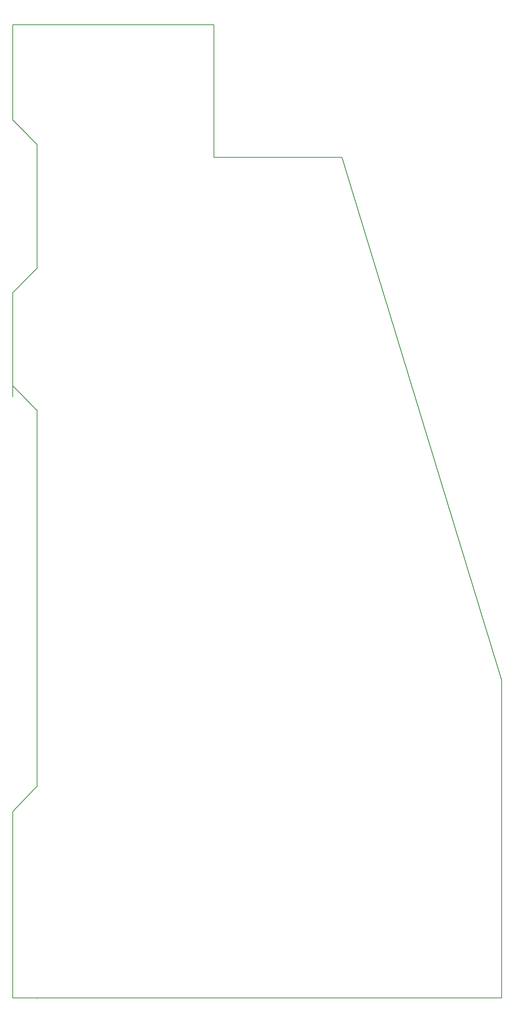
<source format=gm1>
G04 MADE WITH FRITZING*
G04 WWW.FRITZING.ORG*
G04 DOUBLE SIDED*
G04 HOLES PLATED*
G04 CONTOUR ON CENTER OF CONTOUR VECTOR*
%ASAXBY*%
%FSLAX23Y23*%
%MOIN*%
%OFA0B0*%
%SFA1.0B1.0*%
%ADD10C,0.005000*%
%ADD10C,0.008*%
%LNCONTOUR*%
G90*
G70*
G54D10*
G54D10*
X0Y8662D02*
X0Y8661D01*
X0Y7816D01*
X1Y7815D01*
X2Y7814D01*
X3Y7813D01*
X4Y7812D01*
X5Y7811D01*
X6Y7810D01*
X7Y7809D01*
X8Y7808D01*
X9Y7807D01*
X10Y7806D01*
X11Y7805D01*
X12Y7804D01*
X13Y7803D01*
X14Y7802D01*
X15Y7801D01*
X16Y7800D01*
X17Y7799D01*
X18Y7798D01*
X19Y7797D01*
X20Y7796D01*
X21Y7795D01*
X22Y7794D01*
X23Y7793D01*
X24Y7792D01*
X25Y7791D01*
X26Y7790D01*
X27Y7789D01*
X28Y7788D01*
X29Y7787D01*
X30Y7786D01*
X31Y7785D01*
X32Y7784D01*
X33Y7783D01*
X34Y7782D01*
X35Y7781D01*
X36Y7780D01*
X37Y7779D01*
X38Y7778D01*
X39Y7777D01*
X40Y7776D01*
X41Y7775D01*
X42Y7774D01*
X43Y7773D01*
X44Y7772D01*
X45Y7771D01*
X46Y7770D01*
X47Y7769D01*
X48Y7768D01*
X49Y7767D01*
X50Y7766D01*
X51Y7765D01*
X52Y7764D01*
X53Y7763D01*
X54Y7762D01*
X55Y7761D01*
X56Y7760D01*
X57Y7759D01*
X58Y7758D01*
X59Y7757D01*
X60Y7756D01*
X61Y7755D01*
X62Y7754D01*
X63Y7753D01*
X64Y7752D01*
X65Y7751D01*
X66Y7750D01*
X67Y7749D01*
X68Y7748D01*
X69Y7747D01*
X70Y7746D01*
X71Y7745D01*
X72Y7744D01*
X73Y7743D01*
X74Y7742D01*
X75Y7741D01*
X76Y7740D01*
X77Y7739D01*
X78Y7738D01*
X79Y7737D01*
X80Y7736D01*
X81Y7735D01*
X82Y7734D01*
X83Y7733D01*
X84Y7732D01*
X85Y7731D01*
X86Y7730D01*
X87Y7729D01*
X88Y7728D01*
X89Y7727D01*
X90Y7726D01*
X91Y7725D01*
X92Y7724D01*
X93Y7723D01*
X94Y7722D01*
X95Y7721D01*
X96Y7720D01*
X97Y7719D01*
X98Y7718D01*
X99Y7717D01*
X100Y7716D01*
X101Y7715D01*
X102Y7714D01*
X103Y7713D01*
X104Y7712D01*
X105Y7711D01*
X106Y7710D01*
X107Y7709D01*
X108Y7708D01*
X109Y7707D01*
X110Y7706D01*
X111Y7705D01*
X112Y7704D01*
X113Y7703D01*
X114Y7702D01*
X115Y7701D01*
X116Y7700D01*
X117Y7699D01*
X118Y7698D01*
X119Y7697D01*
X120Y7696D01*
X121Y7695D01*
X122Y7694D01*
X123Y7693D01*
X124Y7692D01*
X125Y7691D01*
X126Y7690D01*
X127Y7689D01*
X128Y7688D01*
X129Y7687D01*
X130Y7686D01*
X131Y7685D01*
X132Y7684D01*
X133Y7683D01*
X134Y7682D01*
X135Y7681D01*
X136Y7680D01*
X137Y7679D01*
X138Y7678D01*
X139Y7677D01*
X140Y7676D01*
X141Y7675D01*
X142Y7674D01*
X143Y7673D01*
X143Y7672D01*
X144Y7671D01*
X145Y7670D01*
X146Y7669D01*
X147Y7668D01*
X148Y7667D01*
X149Y7666D01*
X150Y7665D01*
X151Y7664D01*
X152Y7663D01*
X153Y7662D01*
X154Y7661D01*
X155Y7660D01*
X156Y7659D01*
X157Y7658D01*
X158Y7657D01*
X159Y7656D01*
X160Y7655D01*
X161Y7654D01*
X162Y7653D01*
X163Y7652D01*
X164Y7651D01*
X165Y7650D01*
X166Y7649D01*
X167Y7648D01*
X168Y7647D01*
X169Y7646D01*
X170Y7645D01*
X171Y7644D01*
X172Y7643D01*
X173Y7642D01*
X174Y7641D01*
X175Y7640D01*
X176Y7639D01*
X177Y7638D01*
X178Y7637D01*
X179Y7636D01*
X180Y7635D01*
X181Y7634D01*
X182Y7633D01*
X183Y7632D01*
X184Y7631D01*
X185Y7630D01*
X186Y7629D01*
X187Y7628D01*
X188Y7627D01*
X189Y7626D01*
X190Y7625D01*
X191Y7624D01*
X192Y7623D01*
X193Y7622D01*
X194Y7621D01*
X195Y7620D01*
X196Y7619D01*
X197Y7618D01*
X198Y7617D01*
X199Y7616D01*
X200Y7615D01*
X201Y7614D01*
X202Y7613D01*
X203Y7612D01*
X204Y7611D01*
X205Y7610D01*
X206Y7609D01*
X207Y7608D01*
X208Y7607D01*
X209Y7606D01*
X210Y7605D01*
X211Y7604D01*
X212Y7603D01*
X213Y7602D01*
X214Y7601D01*
X215Y7600D01*
X216Y7599D01*
X216Y7597D01*
X217Y7596D01*
X217Y7588D01*
X216Y7587D01*
X216Y7585D01*
X217Y7584D01*
X217Y6496D01*
X216Y6495D01*
X215Y6494D01*
X214Y6493D01*
X213Y6492D01*
X212Y6491D01*
X211Y6490D01*
X210Y6489D01*
X209Y6488D01*
X208Y6487D01*
X207Y6486D01*
X206Y6485D01*
X205Y6484D01*
X204Y6483D01*
X203Y6482D01*
X202Y6481D01*
X201Y6480D01*
X200Y6479D01*
X199Y6478D01*
X198Y6477D01*
X197Y6476D01*
X196Y6475D01*
X195Y6474D01*
X194Y6473D01*
X193Y6472D01*
X192Y6471D01*
X191Y6470D01*
X190Y6469D01*
X189Y6468D01*
X188Y6467D01*
X187Y6466D01*
X186Y6465D01*
X185Y6464D01*
X184Y6463D01*
X183Y6462D01*
X182Y6461D01*
X181Y6460D01*
X180Y6459D01*
X179Y6458D01*
X178Y6457D01*
X177Y6456D01*
X176Y6455D01*
X175Y6454D01*
X174Y6453D01*
X173Y6452D01*
X172Y6451D01*
X171Y6450D01*
X170Y6449D01*
X169Y6448D01*
X168Y6447D01*
X167Y6446D01*
X166Y6445D01*
X165Y6444D01*
X164Y6443D01*
X163Y6442D01*
X162Y6441D01*
X161Y6440D01*
X160Y6439D01*
X159Y6438D01*
X158Y6437D01*
X157Y6436D01*
X156Y6435D01*
X155Y6434D01*
X154Y6433D01*
X153Y6432D01*
X152Y6431D01*
X151Y6430D01*
X150Y6429D01*
X149Y6428D01*
X148Y6427D01*
X147Y6426D01*
X146Y6425D01*
X145Y6424D01*
X144Y6423D01*
X143Y6422D01*
X142Y6421D01*
X141Y6420D01*
X140Y6419D01*
X139Y6418D01*
X138Y6417D01*
X137Y6416D01*
X136Y6415D01*
X135Y6414D01*
X134Y6413D01*
X133Y6412D01*
X132Y6411D01*
X131Y6410D01*
X130Y6409D01*
X129Y6408D01*
X128Y6407D01*
X127Y6406D01*
X126Y6405D01*
X125Y6404D01*
X124Y6403D01*
X123Y6402D01*
X122Y6401D01*
X121Y6400D01*
X120Y6399D01*
X119Y6398D01*
X118Y6397D01*
X117Y6396D01*
X116Y6395D01*
X115Y6394D01*
X114Y6393D01*
X113Y6392D01*
X112Y6391D01*
X111Y6390D01*
X110Y6389D01*
X109Y6388D01*
X108Y6387D01*
X107Y6386D01*
X106Y6385D01*
X105Y6384D01*
X104Y6383D01*
X103Y6382D01*
X102Y6381D01*
X101Y6380D01*
X100Y6379D01*
X99Y6378D01*
X98Y6377D01*
X97Y6376D01*
X96Y6375D01*
X95Y6374D01*
X94Y6373D01*
X93Y6372D01*
X92Y6371D01*
X91Y6370D01*
X90Y6369D01*
X89Y6368D01*
X88Y6367D01*
X87Y6366D01*
X86Y6365D01*
X85Y6364D01*
X84Y6363D01*
X83Y6362D01*
X82Y6361D01*
X82Y6360D01*
X81Y6359D01*
X80Y6358D01*
X79Y6357D01*
X78Y6356D01*
X77Y6355D01*
X76Y6354D01*
X75Y6353D01*
X74Y6352D01*
X73Y6351D01*
X72Y6350D01*
X71Y6349D01*
X70Y6348D01*
X69Y6347D01*
X68Y6346D01*
X67Y6345D01*
X66Y6344D01*
X65Y6343D01*
X64Y6342D01*
X63Y6341D01*
X62Y6340D01*
X61Y6339D01*
X60Y6338D01*
X59Y6337D01*
X58Y6336D01*
X57Y6335D01*
X56Y6334D01*
X55Y6333D01*
X54Y6332D01*
X53Y6331D01*
X52Y6330D01*
X51Y6329D01*
X50Y6328D01*
X49Y6327D01*
X48Y6326D01*
X47Y6325D01*
X46Y6324D01*
X45Y6323D01*
X44Y6322D01*
X43Y6321D01*
X42Y6320D01*
X41Y6319D01*
X40Y6318D01*
X39Y6317D01*
X38Y6316D01*
X37Y6315D01*
X36Y6314D01*
X35Y6313D01*
X34Y6312D01*
X33Y6311D01*
X32Y6310D01*
X31Y6309D01*
X30Y6308D01*
X29Y6307D01*
X28Y6306D01*
X27Y6305D01*
X26Y6304D01*
X25Y6303D01*
X24Y6302D01*
X23Y6301D01*
X22Y6300D01*
X21Y6299D01*
X20Y6298D01*
X19Y6297D01*
X18Y6296D01*
X17Y6295D01*
X16Y6294D01*
X15Y6293D01*
X14Y6292D01*
X13Y6291D01*
X12Y6290D01*
X11Y6289D01*
X10Y6288D01*
X9Y6287D01*
X8Y6286D01*
X7Y6285D01*
X6Y6284D01*
X5Y6283D01*
X4Y6282D01*
X3Y6281D01*
X2Y6280D01*
X1Y6279D01*
X0Y6278D01*
X0Y5353D01*
X1Y5398D01*
X1Y5441D01*
X2Y5442D01*
X2Y5447D01*
X3Y5448D01*
X4Y5447D01*
X5Y5446D01*
X6Y5445D01*
X7Y5444D01*
X8Y5443D01*
X9Y5442D01*
X10Y5441D01*
X11Y5440D01*
X12Y5439D01*
X13Y5438D01*
X14Y5437D01*
X15Y5436D01*
X16Y5435D01*
X17Y5434D01*
X18Y5433D01*
X19Y5432D01*
X20Y5431D01*
X21Y5430D01*
X22Y5429D01*
X23Y5428D01*
X24Y5427D01*
X25Y5426D01*
X26Y5425D01*
X27Y5424D01*
X28Y5423D01*
X29Y5422D01*
X30Y5421D01*
X31Y5420D01*
X32Y5419D01*
X33Y5418D01*
X34Y5417D01*
X35Y5416D01*
X36Y5415D01*
X37Y5414D01*
X38Y5413D01*
X39Y5412D01*
X40Y5411D01*
X41Y5410D01*
X42Y5409D01*
X43Y5408D01*
X44Y5407D01*
X45Y5406D01*
X46Y5405D01*
X47Y5404D01*
X48Y5403D01*
X49Y5402D01*
X50Y5401D01*
X51Y5400D01*
X52Y5399D01*
X53Y5398D01*
X54Y5397D01*
X55Y5396D01*
X56Y5395D01*
X56Y5394D01*
X57Y5393D01*
X58Y5392D01*
X59Y5391D01*
X60Y5390D01*
X61Y5389D01*
X62Y5388D01*
X63Y5387D01*
X64Y5386D01*
X65Y5385D01*
X66Y5384D01*
X67Y5383D01*
X68Y5382D01*
X69Y5381D01*
X70Y5380D01*
X71Y5379D01*
X72Y5378D01*
X73Y5377D01*
X74Y5376D01*
X75Y5375D01*
X76Y5374D01*
X77Y5373D01*
X78Y5372D01*
X79Y5371D01*
X80Y5370D01*
X81Y5369D01*
X82Y5368D01*
X83Y5367D01*
X84Y5366D01*
X85Y5365D01*
X86Y5364D01*
X87Y5363D01*
X88Y5362D01*
X89Y5361D01*
X90Y5360D01*
X91Y5359D01*
X92Y5358D01*
X93Y5357D01*
X94Y5356D01*
X95Y5355D01*
X96Y5354D01*
X97Y5353D01*
X98Y5352D01*
X99Y5351D01*
X100Y5350D01*
X101Y5349D01*
X102Y5348D01*
X103Y5347D01*
X104Y5346D01*
X105Y5345D01*
X106Y5344D01*
X107Y5343D01*
X108Y5342D01*
X109Y5341D01*
X110Y5340D01*
X111Y5339D01*
X111Y5338D01*
X112Y5337D01*
X113Y5336D01*
X114Y5335D01*
X115Y5334D01*
X116Y5333D01*
X117Y5332D01*
X118Y5331D01*
X119Y5330D01*
X120Y5329D01*
X121Y5328D01*
X122Y5327D01*
X123Y5326D01*
X124Y5325D01*
X125Y5324D01*
X126Y5323D01*
X127Y5322D01*
X128Y5321D01*
X129Y5320D01*
X130Y5319D01*
X131Y5318D01*
X132Y5317D01*
X133Y5316D01*
X134Y5315D01*
X135Y5314D01*
X136Y5313D01*
X137Y5312D01*
X138Y5311D01*
X139Y5310D01*
X140Y5309D01*
X141Y5308D01*
X142Y5307D01*
X143Y5306D01*
X144Y5305D01*
X145Y5304D01*
X146Y5303D01*
X147Y5302D01*
X148Y5301D01*
X149Y5300D01*
X150Y5299D01*
X151Y5298D01*
X152Y5297D01*
X153Y5296D01*
X154Y5295D01*
X155Y5294D01*
X156Y5293D01*
X157Y5292D01*
X158Y5291D01*
X159Y5290D01*
X160Y5289D01*
X161Y5288D01*
X162Y5287D01*
X163Y5286D01*
X164Y5285D01*
X165Y5284D01*
X166Y5283D01*
X166Y5282D01*
X167Y5281D01*
X168Y5280D01*
X169Y5279D01*
X170Y5278D01*
X171Y5277D01*
X172Y5276D01*
X173Y5275D01*
X174Y5274D01*
X175Y5273D01*
X176Y5272D01*
X177Y5271D01*
X178Y5270D01*
X179Y5269D01*
X180Y5268D01*
X181Y5267D01*
X182Y5266D01*
X183Y5265D01*
X184Y5264D01*
X185Y5263D01*
X186Y5262D01*
X187Y5261D01*
X188Y5260D01*
X189Y5259D01*
X190Y5258D01*
X191Y5257D01*
X192Y5256D01*
X193Y5255D01*
X194Y5254D01*
X195Y5253D01*
X196Y5252D01*
X197Y5251D01*
X198Y5250D01*
X199Y5249D01*
X200Y5248D01*
X201Y5247D01*
X202Y5246D01*
X203Y5245D01*
X204Y5244D01*
X205Y5243D01*
X206Y5242D01*
X207Y5241D01*
X208Y5240D01*
X209Y5239D01*
X210Y5239D01*
X211Y5239D01*
X212Y5238D01*
X213Y5238D01*
X214Y5237D01*
X215Y5236D01*
X216Y5235D01*
X216Y5234D01*
X217Y5233D01*
X217Y1888D01*
X216Y1887D01*
X216Y1886D01*
X215Y1885D01*
X214Y1884D01*
X213Y1883D01*
X212Y1882D01*
X211Y1881D01*
X210Y1880D01*
X209Y1879D01*
X208Y1878D01*
X207Y1877D01*
X206Y1876D01*
X205Y1875D01*
X204Y1874D01*
X203Y1873D01*
X202Y1872D01*
X201Y1871D01*
X200Y1870D01*
X199Y1869D01*
X198Y1868D01*
X197Y1867D01*
X196Y1866D01*
X195Y1865D01*
X195Y1864D01*
X194Y1863D01*
X193Y1862D01*
X192Y1861D01*
X191Y1860D01*
X190Y1859D01*
X189Y1858D01*
X188Y1857D01*
X187Y1856D01*
X186Y1855D01*
X185Y1854D01*
X184Y1853D01*
X183Y1852D01*
X182Y1851D01*
X181Y1850D01*
X180Y1849D01*
X179Y1848D01*
X178Y1847D01*
X177Y1846D01*
X176Y1845D01*
X175Y1844D01*
X174Y1843D01*
X173Y1842D01*
X172Y1841D01*
X172Y1840D01*
X171Y1839D01*
X170Y1838D01*
X169Y1837D01*
X168Y1836D01*
X167Y1835D01*
X166Y1834D01*
X165Y1833D01*
X164Y1832D01*
X163Y1831D01*
X162Y1830D01*
X161Y1829D01*
X160Y1828D01*
X159Y1827D01*
X158Y1826D01*
X157Y1825D01*
X156Y1824D01*
X155Y1823D01*
X154Y1822D01*
X153Y1821D01*
X152Y1820D01*
X151Y1819D01*
X150Y1818D01*
X149Y1817D01*
X149Y1816D01*
X148Y1815D01*
X147Y1814D01*
X146Y1813D01*
X145Y1812D01*
X144Y1811D01*
X143Y1810D01*
X142Y1809D01*
X141Y1808D01*
X140Y1807D01*
X139Y1806D01*
X138Y1805D01*
X137Y1804D01*
X136Y1803D01*
X135Y1802D01*
X134Y1801D01*
X133Y1800D01*
X132Y1799D01*
X131Y1798D01*
X130Y1797D01*
X129Y1796D01*
X128Y1795D01*
X127Y1794D01*
X126Y1793D01*
X126Y1792D01*
X125Y1791D01*
X124Y1790D01*
X123Y1789D01*
X122Y1788D01*
X121Y1787D01*
X120Y1786D01*
X119Y1785D01*
X118Y1784D01*
X117Y1783D01*
X116Y1782D01*
X115Y1781D01*
X114Y1780D01*
X113Y1779D01*
X112Y1778D01*
X111Y1777D01*
X110Y1776D01*
X109Y1775D01*
X108Y1774D01*
X107Y1773D01*
X106Y1772D01*
X105Y1771D01*
X104Y1770D01*
X104Y1769D01*
X103Y1768D01*
X102Y1767D01*
X101Y1766D01*
X100Y1765D01*
X99Y1764D01*
X98Y1763D01*
X97Y1762D01*
X96Y1761D01*
X95Y1760D01*
X94Y1759D01*
X93Y1758D01*
X92Y1757D01*
X91Y1756D01*
X90Y1755D01*
X89Y1754D01*
X88Y1753D01*
X87Y1752D01*
X86Y1751D01*
X85Y1750D01*
X84Y1749D01*
X83Y1748D01*
X82Y1747D01*
X81Y1746D01*
X81Y1745D01*
X80Y1744D01*
X79Y1743D01*
X78Y1742D01*
X77Y1741D01*
X76Y1740D01*
X75Y1739D01*
X74Y1738D01*
X73Y1737D01*
X72Y1736D01*
X71Y1735D01*
X70Y1734D01*
X69Y1733D01*
X68Y1732D01*
X67Y1731D01*
X66Y1730D01*
X65Y1729D01*
X64Y1728D01*
X63Y1727D01*
X62Y1726D01*
X61Y1725D01*
X60Y1724D01*
X59Y1723D01*
X58Y1722D01*
X58Y1721D01*
X57Y1720D01*
X56Y1719D01*
X55Y1718D01*
X54Y1717D01*
X53Y1716D01*
X52Y1715D01*
X51Y1714D01*
X50Y1713D01*
X49Y1712D01*
X48Y1711D01*
X47Y1710D01*
X46Y1709D01*
X45Y1708D01*
X44Y1707D01*
X43Y1706D01*
X42Y1705D01*
X41Y1704D01*
X40Y1703D01*
X39Y1702D01*
X38Y1701D01*
X37Y1700D01*
X36Y1699D01*
X36Y1698D01*
X35Y1697D01*
X34Y1696D01*
X33Y1695D01*
X32Y1694D01*
X31Y1693D01*
X30Y1692D01*
X29Y1691D01*
X28Y1690D01*
X27Y1689D01*
X26Y1688D01*
X25Y1687D01*
X24Y1686D01*
X23Y1685D01*
X22Y1684D01*
X21Y1683D01*
X20Y1682D01*
X19Y1681D01*
X18Y1680D01*
X17Y1679D01*
X16Y1678D01*
X15Y1677D01*
X14Y1676D01*
X13Y1675D01*
X13Y1674D01*
X12Y1673D01*
X11Y1672D01*
X10Y1671D01*
X9Y1670D01*
X8Y1669D01*
X7Y1668D01*
X6Y1667D01*
X5Y1666D01*
X4Y1665D01*
X3Y1664D01*
X2Y1663D01*
X1Y1662D01*
X0Y1661D01*
X0Y2D01*
X1Y2D01*
X2Y2D01*
X3Y2D01*
X4Y2D01*
X5Y2D01*
X6Y2D01*
X7Y2D01*
X8Y2D01*
X9Y2D01*
X10Y2D01*
X11Y2D01*
X12Y2D01*
X13Y2D01*
X14Y2D01*
X15Y2D01*
X16Y2D01*
X17Y2D01*
X18Y2D01*
X19Y2D01*
X20Y2D01*
X21Y2D01*
X22Y2D01*
X23Y2D01*
X24Y2D01*
X25Y2D01*
X26Y2D01*
X27Y2D01*
X28Y2D01*
X29Y2D01*
X30Y2D01*
X31Y2D01*
X32Y2D01*
X33Y2D01*
X34Y2D01*
X35Y2D01*
X36Y2D01*
X37Y2D01*
X38Y2D01*
X39Y2D01*
X40Y2D01*
X41Y2D01*
X42Y2D01*
X43Y2D01*
X44Y2D01*
X45Y2D01*
X46Y2D01*
X47Y2D01*
X48Y2D01*
X49Y2D01*
X50Y2D01*
X51Y2D01*
X52Y2D01*
X53Y2D01*
X54Y2D01*
X55Y2D01*
X56Y2D01*
X57Y2D01*
X58Y2D01*
X59Y2D01*
X60Y2D01*
X61Y2D01*
X62Y2D01*
X63Y2D01*
X64Y2D01*
X65Y2D01*
X66Y2D01*
X67Y2D01*
X68Y2D01*
X69Y2D01*
X70Y2D01*
X71Y2D01*
X72Y2D01*
X73Y2D01*
X74Y2D01*
X75Y2D01*
X76Y2D01*
X77Y2D01*
X78Y2D01*
X79Y2D01*
X80Y2D01*
X81Y2D01*
X82Y2D01*
X83Y2D01*
X84Y2D01*
X85Y2D01*
X86Y2D01*
X87Y2D01*
X88Y2D01*
X89Y2D01*
X90Y2D01*
X91Y2D01*
X92Y2D01*
X93Y2D01*
X94Y2D01*
X95Y2D01*
X96Y2D01*
X97Y2D01*
X98Y2D01*
X99Y2D01*
X100Y2D01*
X101Y2D01*
X102Y2D01*
X103Y2D01*
X104Y2D01*
X105Y2D01*
X106Y2D01*
X107Y2D01*
X108Y2D01*
X109Y2D01*
X110Y2D01*
X111Y2D01*
X112Y2D01*
X113Y2D01*
X114Y2D01*
X115Y2D01*
X116Y2D01*
X117Y2D01*
X118Y2D01*
X119Y2D01*
X120Y2D01*
X121Y2D01*
X122Y2D01*
X123Y2D01*
X124Y2D01*
X125Y2D01*
X126Y2D01*
X127Y2D01*
X128Y2D01*
X129Y2D01*
X130Y2D01*
X131Y2D01*
X132Y2D01*
X133Y2D01*
X134Y2D01*
X135Y2D01*
X136Y2D01*
X137Y2D01*
X138Y2D01*
X139Y2D01*
X140Y2D01*
X141Y2D01*
X142Y2D01*
X143Y2D01*
X144Y2D01*
X145Y2D01*
X146Y2D01*
X147Y2D01*
X148Y2D01*
X149Y2D01*
X150Y2D01*
X151Y2D01*
X152Y2D01*
X153Y2D01*
X154Y2D01*
X155Y2D01*
X156Y2D01*
X157Y2D01*
X158Y2D01*
X159Y2D01*
X160Y2D01*
X161Y2D01*
X162Y2D01*
X163Y2D01*
X164Y2D01*
X165Y2D01*
X166Y2D01*
X167Y2D01*
X168Y2D01*
X169Y2D01*
X170Y2D01*
X171Y2D01*
X172Y2D01*
X173Y2D01*
X174Y2D01*
X175Y2D01*
X176Y2D01*
X177Y2D01*
X178Y2D01*
X179Y2D01*
X180Y2D01*
X181Y2D01*
X182Y2D01*
X183Y2D01*
X184Y2D01*
X185Y2D01*
X186Y2D01*
X187Y2D01*
X188Y2D01*
X189Y2D01*
X190Y2D01*
X191Y2D01*
X192Y2D01*
X193Y2D01*
X194Y2D01*
X195Y2D01*
X196Y2D01*
X197Y2D01*
X198Y2D01*
X199Y2D01*
X200Y2D01*
X201Y2D01*
X202Y2D01*
X203Y2D01*
X204Y2D01*
X205Y2D01*
X206Y2D01*
X207Y2D01*
X208Y2D01*
X209Y2D01*
X210Y2D01*
X211Y2D01*
X212Y2D01*
X213Y1D01*
X213Y0D01*
X214Y0D01*
X215Y0D01*
X216Y0D01*
X217Y1D01*
X218Y2D01*
X219Y2D01*
X220Y3D01*
X221Y3D01*
X222Y2D01*
X223Y2D01*
X224Y2D01*
X225Y2D01*
X226Y2D01*
X227Y2D01*
X228Y2D01*
X229Y2D01*
X230Y2D01*
X231Y2D01*
X232Y2D01*
X233Y2D01*
X234Y2D01*
X235Y2D01*
X236Y2D01*
X237Y2D01*
X238Y2D01*
X239Y2D01*
X240Y2D01*
X241Y2D01*
X242Y2D01*
X243Y2D01*
X244Y2D01*
X245Y2D01*
X246Y2D01*
X247Y2D01*
X248Y2D01*
X249Y2D01*
X250Y2D01*
X251Y2D01*
X252Y2D01*
X253Y2D01*
X254Y2D01*
X255Y2D01*
X256Y2D01*
X257Y2D01*
X258Y2D01*
X259Y2D01*
X260Y2D01*
X261Y2D01*
X262Y2D01*
X263Y2D01*
X264Y2D01*
X265Y2D01*
X266Y2D01*
X267Y2D01*
X268Y2D01*
X269Y2D01*
X270Y2D01*
X271Y2D01*
X272Y2D01*
X273Y2D01*
X274Y2D01*
X275Y2D01*
X276Y2D01*
X277Y2D01*
X278Y2D01*
X279Y2D01*
X280Y2D01*
X281Y2D01*
X282Y2D01*
X283Y2D01*
X284Y2D01*
X285Y2D01*
X286Y2D01*
X287Y2D01*
X288Y2D01*
X289Y2D01*
X290Y2D01*
X291Y2D01*
X292Y2D01*
X293Y2D01*
X294Y2D01*
X295Y2D01*
X296Y2D01*
X297Y2D01*
X298Y2D01*
X299Y2D01*
X300Y2D01*
X301Y2D01*
X302Y2D01*
X303Y2D01*
X304Y2D01*
X305Y2D01*
X306Y2D01*
X307Y2D01*
X308Y2D01*
X309Y2D01*
X310Y2D01*
X311Y2D01*
X312Y2D01*
X313Y2D01*
X314Y2D01*
X315Y2D01*
X316Y2D01*
X317Y2D01*
X318Y2D01*
X319Y2D01*
X320Y2D01*
X321Y2D01*
X322Y2D01*
X323Y2D01*
X324Y2D01*
X325Y2D01*
X326Y2D01*
X327Y2D01*
X328Y2D01*
X329Y2D01*
X330Y2D01*
X331Y2D01*
X332Y2D01*
X333Y2D01*
X334Y2D01*
X335Y2D01*
X336Y2D01*
X337Y2D01*
X338Y2D01*
X339Y2D01*
X340Y2D01*
X341Y2D01*
X342Y2D01*
X343Y2D01*
X344Y2D01*
X345Y2D01*
X346Y2D01*
X347Y2D01*
X348Y2D01*
X349Y2D01*
X350Y2D01*
X351Y2D01*
X352Y2D01*
X353Y2D01*
X354Y2D01*
X355Y2D01*
X356Y2D01*
X357Y2D01*
X358Y2D01*
X359Y2D01*
X360Y2D01*
X361Y2D01*
X362Y2D01*
X363Y2D01*
X364Y2D01*
X365Y2D01*
X366Y2D01*
X367Y2D01*
X368Y2D01*
X369Y2D01*
X370Y2D01*
X371Y2D01*
X372Y2D01*
X373Y2D01*
X374Y2D01*
X375Y2D01*
X376Y2D01*
X377Y2D01*
X378Y2D01*
X379Y2D01*
X380Y2D01*
X381Y2D01*
X382Y2D01*
X383Y2D01*
X384Y2D01*
X385Y2D01*
X386Y2D01*
X387Y2D01*
X388Y2D01*
X389Y2D01*
X390Y2D01*
X391Y2D01*
X392Y2D01*
X393Y2D01*
X394Y2D01*
X395Y2D01*
X396Y2D01*
X397Y2D01*
X398Y2D01*
X399Y2D01*
X400Y2D01*
X401Y2D01*
X402Y2D01*
X403Y2D01*
X404Y2D01*
X405Y2D01*
X406Y2D01*
X407Y2D01*
X408Y2D01*
X409Y2D01*
X410Y2D01*
X411Y2D01*
X412Y2D01*
X413Y2D01*
X414Y2D01*
X415Y2D01*
X416Y2D01*
X417Y2D01*
X418Y2D01*
X419Y2D01*
X420Y2D01*
X421Y2D01*
X422Y2D01*
X423Y2D01*
X424Y2D01*
X425Y2D01*
X426Y2D01*
X427Y2D01*
X428Y2D01*
X429Y2D01*
X430Y2D01*
X431Y2D01*
X432Y2D01*
X433Y2D01*
X434Y2D01*
X435Y2D01*
X436Y2D01*
X437Y2D01*
X438Y2D01*
X439Y2D01*
X440Y2D01*
X441Y2D01*
X442Y2D01*
X443Y2D01*
X444Y2D01*
X445Y2D01*
X446Y2D01*
X447Y2D01*
X448Y2D01*
X449Y2D01*
X450Y2D01*
X451Y2D01*
X452Y2D01*
X453Y2D01*
X454Y2D01*
X455Y2D01*
X456Y2D01*
X457Y2D01*
X458Y2D01*
X459Y2D01*
X460Y2D01*
X461Y2D01*
X462Y2D01*
X463Y2D01*
X464Y2D01*
X465Y2D01*
X466Y2D01*
X467Y2D01*
X468Y2D01*
X469Y2D01*
X470Y2D01*
X471Y2D01*
X472Y2D01*
X473Y2D01*
X474Y2D01*
X475Y2D01*
X476Y2D01*
X477Y2D01*
X478Y2D01*
X479Y2D01*
X480Y2D01*
X481Y2D01*
X482Y2D01*
X483Y2D01*
X484Y2D01*
X485Y2D01*
X486Y2D01*
X487Y2D01*
X488Y2D01*
X489Y2D01*
X490Y2D01*
X491Y2D01*
X492Y2D01*
X493Y2D01*
X494Y2D01*
X495Y2D01*
X496Y2D01*
X497Y2D01*
X498Y2D01*
X499Y2D01*
X500Y2D01*
X501Y2D01*
X502Y2D01*
X503Y2D01*
X504Y2D01*
X505Y2D01*
X506Y2D01*
X507Y2D01*
X508Y2D01*
X509Y2D01*
X510Y2D01*
X511Y2D01*
X512Y2D01*
X513Y2D01*
X514Y2D01*
X515Y2D01*
X516Y2D01*
X517Y2D01*
X518Y2D01*
X519Y2D01*
X520Y2D01*
X521Y2D01*
X522Y2D01*
X523Y2D01*
X524Y2D01*
X525Y2D01*
X526Y2D01*
X527Y2D01*
X528Y2D01*
X529Y2D01*
X530Y2D01*
X531Y2D01*
X532Y2D01*
X533Y2D01*
X534Y2D01*
X535Y2D01*
X536Y2D01*
X537Y2D01*
X538Y2D01*
X539Y2D01*
X540Y2D01*
X541Y2D01*
X542Y2D01*
X543Y2D01*
X544Y2D01*
X545Y2D01*
X546Y2D01*
X547Y2D01*
X548Y2D01*
X549Y2D01*
X550Y2D01*
X551Y2D01*
X552Y2D01*
X553Y2D01*
X554Y2D01*
X555Y2D01*
X556Y2D01*
X557Y2D01*
X558Y2D01*
X559Y2D01*
X560Y2D01*
X561Y2D01*
X562Y2D01*
X563Y2D01*
X564Y2D01*
X565Y2D01*
X566Y2D01*
X567Y2D01*
X568Y2D01*
X569Y2D01*
X570Y2D01*
X571Y2D01*
X572Y2D01*
X573Y2D01*
X574Y2D01*
X575Y2D01*
X576Y2D01*
X577Y2D01*
X578Y2D01*
X579Y2D01*
X580Y2D01*
X581Y2D01*
X582Y2D01*
X583Y2D01*
X584Y2D01*
X585Y2D01*
X586Y2D01*
X587Y2D01*
X588Y2D01*
X589Y2D01*
X590Y2D01*
X591Y2D01*
X592Y2D01*
X593Y2D01*
X594Y2D01*
X595Y2D01*
X596Y2D01*
X597Y2D01*
X598Y2D01*
X599Y2D01*
X600Y2D01*
X601Y2D01*
X602Y2D01*
X603Y2D01*
X604Y2D01*
X605Y2D01*
X606Y2D01*
X607Y2D01*
X608Y2D01*
X609Y2D01*
X610Y2D01*
X611Y2D01*
X612Y2D01*
X613Y2D01*
X614Y2D01*
X615Y2D01*
X616Y2D01*
X617Y2D01*
X618Y2D01*
X619Y2D01*
X620Y2D01*
X621Y2D01*
X622Y2D01*
X623Y2D01*
X624Y2D01*
X625Y2D01*
X626Y2D01*
X627Y2D01*
X628Y2D01*
X629Y2D01*
X630Y2D01*
X631Y2D01*
X632Y2D01*
X633Y2D01*
X634Y2D01*
X635Y2D01*
X636Y2D01*
X637Y2D01*
X638Y2D01*
X639Y2D01*
X640Y2D01*
X641Y2D01*
X642Y2D01*
X643Y2D01*
X644Y2D01*
X645Y2D01*
X646Y2D01*
X647Y2D01*
X648Y2D01*
X649Y2D01*
X650Y2D01*
X651Y2D01*
X652Y2D01*
X653Y2D01*
X654Y2D01*
X655Y2D01*
X656Y2D01*
X657Y2D01*
X658Y2D01*
X659Y2D01*
X660Y2D01*
X661Y2D01*
X662Y2D01*
X663Y2D01*
X664Y2D01*
X665Y2D01*
X666Y2D01*
X667Y2D01*
X668Y2D01*
X669Y2D01*
X670Y2D01*
X671Y2D01*
X672Y2D01*
X673Y2D01*
X674Y2D01*
X675Y2D01*
X676Y2D01*
X677Y2D01*
X678Y2D01*
X679Y2D01*
X680Y2D01*
X681Y2D01*
X682Y2D01*
X683Y2D01*
X684Y2D01*
X685Y2D01*
X686Y2D01*
X687Y2D01*
X688Y2D01*
X689Y2D01*
X690Y2D01*
X691Y2D01*
X692Y2D01*
X693Y2D01*
X694Y2D01*
X695Y2D01*
X696Y2D01*
X697Y2D01*
X698Y2D01*
X699Y2D01*
X700Y2D01*
X701Y2D01*
X702Y2D01*
X703Y2D01*
X704Y2D01*
X705Y2D01*
X706Y2D01*
X707Y2D01*
X708Y2D01*
X709Y2D01*
X710Y2D01*
X711Y2D01*
X712Y2D01*
X713Y2D01*
X714Y2D01*
X715Y2D01*
X716Y2D01*
X717Y2D01*
X718Y2D01*
X719Y2D01*
X720Y2D01*
X721Y2D01*
X722Y2D01*
X723Y2D01*
X724Y2D01*
X725Y2D01*
X726Y2D01*
X727Y2D01*
X728Y2D01*
X729Y2D01*
X730Y2D01*
X731Y2D01*
X732Y2D01*
X733Y2D01*
X734Y2D01*
X735Y2D01*
X736Y2D01*
X737Y2D01*
X738Y2D01*
X739Y2D01*
X740Y2D01*
X741Y2D01*
X742Y2D01*
X743Y2D01*
X744Y2D01*
X745Y2D01*
X746Y2D01*
X747Y2D01*
X748Y2D01*
X749Y2D01*
X750Y2D01*
X751Y2D01*
X752Y2D01*
X753Y2D01*
X754Y2D01*
X755Y2D01*
X756Y2D01*
X757Y2D01*
X758Y2D01*
X759Y2D01*
X760Y2D01*
X761Y2D01*
X762Y2D01*
X763Y2D01*
X764Y2D01*
X765Y2D01*
X766Y2D01*
X767Y2D01*
X768Y2D01*
X769Y2D01*
X770Y2D01*
X771Y2D01*
X772Y2D01*
X773Y2D01*
X774Y2D01*
X775Y2D01*
X776Y2D01*
X777Y2D01*
X778Y2D01*
X779Y2D01*
X780Y2D01*
X781Y2D01*
X782Y2D01*
X783Y2D01*
X784Y2D01*
X785Y2D01*
X786Y2D01*
X787Y2D01*
X788Y2D01*
X789Y2D01*
X790Y2D01*
X791Y2D01*
X792Y2D01*
X793Y2D01*
X794Y2D01*
X795Y2D01*
X796Y2D01*
X797Y2D01*
X798Y2D01*
X799Y2D01*
X800Y2D01*
X801Y2D01*
X802Y2D01*
X803Y2D01*
X804Y2D01*
X805Y2D01*
X806Y2D01*
X807Y2D01*
X808Y2D01*
X809Y2D01*
X810Y2D01*
X811Y2D01*
X812Y2D01*
X813Y2D01*
X814Y2D01*
X815Y2D01*
X816Y2D01*
X817Y2D01*
X818Y2D01*
X819Y2D01*
X820Y2D01*
X821Y2D01*
X822Y2D01*
X823Y2D01*
X824Y2D01*
X825Y2D01*
X826Y2D01*
X827Y2D01*
X828Y2D01*
X829Y2D01*
X830Y2D01*
X831Y2D01*
X832Y2D01*
X833Y2D01*
X834Y2D01*
X835Y2D01*
X836Y2D01*
X837Y2D01*
X838Y2D01*
X839Y2D01*
X840Y2D01*
X841Y2D01*
X842Y2D01*
X843Y2D01*
X844Y2D01*
X845Y2D01*
X846Y2D01*
X847Y2D01*
X848Y2D01*
X849Y2D01*
X850Y2D01*
X851Y2D01*
X852Y2D01*
X853Y2D01*
X854Y2D01*
X855Y2D01*
X856Y2D01*
X857Y2D01*
X858Y2D01*
X859Y2D01*
X860Y2D01*
X861Y2D01*
X862Y2D01*
X863Y2D01*
X864Y2D01*
X865Y2D01*
X866Y2D01*
X867Y2D01*
X868Y2D01*
X869Y2D01*
X870Y2D01*
X871Y2D01*
X872Y2D01*
X873Y2D01*
X874Y2D01*
X875Y2D01*
X876Y2D01*
X877Y2D01*
X878Y2D01*
X879Y2D01*
X880Y2D01*
X881Y2D01*
X882Y2D01*
X883Y2D01*
X884Y2D01*
X885Y2D01*
X886Y2D01*
X887Y2D01*
X888Y2D01*
X889Y2D01*
X890Y2D01*
X891Y2D01*
X892Y2D01*
X893Y2D01*
X894Y2D01*
X895Y2D01*
X896Y2D01*
X897Y2D01*
X898Y2D01*
X899Y2D01*
X900Y2D01*
X901Y2D01*
X902Y2D01*
X903Y2D01*
X904Y2D01*
X905Y2D01*
X906Y2D01*
X907Y2D01*
X908Y2D01*
X909Y2D01*
X910Y2D01*
X911Y2D01*
X912Y2D01*
X913Y2D01*
X914Y2D01*
X915Y2D01*
X916Y2D01*
X917Y2D01*
X918Y2D01*
X919Y2D01*
X920Y2D01*
X921Y2D01*
X922Y2D01*
X923Y2D01*
X924Y2D01*
X925Y2D01*
X926Y2D01*
X927Y2D01*
X928Y2D01*
X929Y2D01*
X930Y2D01*
X931Y2D01*
X932Y2D01*
X933Y2D01*
X934Y2D01*
X935Y2D01*
X936Y2D01*
X937Y2D01*
X938Y2D01*
X939Y2D01*
X940Y2D01*
X941Y2D01*
X942Y2D01*
X943Y2D01*
X944Y2D01*
X945Y2D01*
X946Y2D01*
X947Y2D01*
X948Y2D01*
X949Y2D01*
X950Y2D01*
X951Y2D01*
X952Y2D01*
X953Y2D01*
X954Y2D01*
X955Y2D01*
X956Y2D01*
X957Y2D01*
X958Y2D01*
X959Y2D01*
X960Y2D01*
X961Y2D01*
X962Y2D01*
X963Y2D01*
X964Y2D01*
X965Y2D01*
X966Y2D01*
X967Y2D01*
X968Y2D01*
X969Y2D01*
X970Y2D01*
X971Y2D01*
X972Y2D01*
X973Y2D01*
X974Y2D01*
X975Y2D01*
X976Y2D01*
X977Y2D01*
X978Y2D01*
X979Y2D01*
X980Y2D01*
X981Y2D01*
X982Y2D01*
X983Y2D01*
X984Y2D01*
X985Y2D01*
X986Y2D01*
X987Y2D01*
X988Y2D01*
X989Y2D01*
X990Y2D01*
X991Y2D01*
X992Y2D01*
X993Y2D01*
X994Y2D01*
X995Y2D01*
X996Y2D01*
X997Y2D01*
X998Y2D01*
X999Y2D01*
X1000Y2D01*
X1001Y2D01*
X1002Y2D01*
X1003Y2D01*
X1004Y2D01*
X1005Y2D01*
X1006Y2D01*
X1007Y2D01*
X1008Y2D01*
X1009Y2D01*
X1010Y2D01*
X1011Y2D01*
X1012Y2D01*
X1013Y2D01*
X1014Y2D01*
X1015Y2D01*
X1016Y2D01*
X1017Y2D01*
X1018Y2D01*
X1019Y2D01*
X1020Y2D01*
X1021Y2D01*
X1022Y2D01*
X1023Y2D01*
X1024Y2D01*
X1025Y2D01*
X1026Y2D01*
X1027Y2D01*
X1028Y2D01*
X1029Y2D01*
X1030Y2D01*
X1031Y2D01*
X1032Y2D01*
X1033Y2D01*
X1034Y2D01*
X1035Y2D01*
X1036Y2D01*
X1037Y2D01*
X1038Y2D01*
X1039Y2D01*
X1040Y2D01*
X1041Y2D01*
X1042Y2D01*
X1043Y2D01*
X1044Y2D01*
X1045Y2D01*
X1046Y2D01*
X1047Y2D01*
X1048Y2D01*
X1049Y2D01*
X1050Y2D01*
X1051Y2D01*
X1052Y2D01*
X1053Y2D01*
X1054Y2D01*
X1055Y2D01*
X1056Y2D01*
X1057Y2D01*
X1058Y2D01*
X1059Y2D01*
X1060Y2D01*
X1061Y2D01*
X1062Y2D01*
X1063Y2D01*
X1064Y2D01*
X1065Y2D01*
X1066Y2D01*
X1067Y2D01*
X1068Y2D01*
X1069Y2D01*
X1070Y2D01*
X1071Y2D01*
X1072Y2D01*
X1073Y2D01*
X1074Y2D01*
X1075Y2D01*
X1076Y2D01*
X1077Y2D01*
X1078Y2D01*
X1079Y2D01*
X1080Y2D01*
X1081Y2D01*
X1082Y2D01*
X1083Y2D01*
X1084Y2D01*
X1085Y2D01*
X1086Y2D01*
X1087Y2D01*
X1088Y2D01*
X1089Y2D01*
X1090Y2D01*
X1091Y2D01*
X1092Y2D01*
X1093Y2D01*
X1094Y2D01*
X1095Y2D01*
X1096Y2D01*
X1097Y2D01*
X1098Y2D01*
X1099Y2D01*
X1100Y2D01*
X1101Y2D01*
X1102Y2D01*
X1103Y2D01*
X1104Y2D01*
X1105Y2D01*
X1106Y2D01*
X1107Y2D01*
X1108Y2D01*
X1109Y2D01*
X1110Y2D01*
X1111Y2D01*
X1112Y2D01*
X1113Y2D01*
X1114Y2D01*
X1115Y2D01*
X1116Y2D01*
X1117Y2D01*
X1118Y2D01*
X1119Y2D01*
X1120Y2D01*
X1121Y2D01*
X1122Y2D01*
X1123Y2D01*
X1124Y2D01*
X1125Y2D01*
X1126Y2D01*
X1127Y2D01*
X1128Y2D01*
X1129Y2D01*
X1130Y2D01*
X1131Y2D01*
X1132Y2D01*
X1133Y2D01*
X1134Y2D01*
X1135Y2D01*
X1136Y2D01*
X1137Y2D01*
X1138Y2D01*
X1139Y2D01*
X1140Y2D01*
X1141Y2D01*
X1142Y2D01*
X1143Y2D01*
X1144Y2D01*
X1145Y2D01*
X1146Y2D01*
X1147Y2D01*
X1148Y2D01*
X1149Y2D01*
X1150Y2D01*
X1151Y2D01*
X1152Y2D01*
X1153Y2D01*
X1154Y2D01*
X1155Y2D01*
X1156Y2D01*
X1157Y2D01*
X1158Y2D01*
X1159Y2D01*
X1160Y2D01*
X1161Y2D01*
X1162Y2D01*
X1163Y2D01*
X1164Y2D01*
X1165Y2D01*
X1166Y2D01*
X1167Y2D01*
X1168Y2D01*
X1169Y2D01*
X1170Y2D01*
X1171Y2D01*
X1172Y2D01*
X1173Y2D01*
X1174Y2D01*
X1175Y2D01*
X1176Y2D01*
X1177Y2D01*
X1178Y2D01*
X1179Y2D01*
X1180Y2D01*
X1181Y2D01*
X1182Y2D01*
X1183Y2D01*
X1184Y2D01*
X1185Y2D01*
X1186Y2D01*
X1187Y2D01*
X1188Y2D01*
X1189Y2D01*
X1190Y2D01*
X1191Y2D01*
X1192Y2D01*
X1193Y2D01*
X1194Y2D01*
X1195Y2D01*
X1196Y2D01*
X1197Y2D01*
X1198Y2D01*
X1199Y2D01*
X1200Y2D01*
X1201Y2D01*
X1202Y2D01*
X1203Y2D01*
X1204Y2D01*
X1205Y2D01*
X1206Y2D01*
X1207Y2D01*
X1208Y2D01*
X1209Y2D01*
X1210Y2D01*
X1211Y2D01*
X1212Y2D01*
X1213Y2D01*
X1214Y2D01*
X1215Y2D01*
X1216Y2D01*
X1217Y2D01*
X1218Y2D01*
X1219Y2D01*
X1220Y2D01*
X1221Y2D01*
X1222Y2D01*
X1223Y2D01*
X1224Y2D01*
X1225Y2D01*
X1226Y2D01*
X1227Y2D01*
X1228Y2D01*
X1229Y2D01*
X1230Y2D01*
X1231Y2D01*
X1232Y2D01*
X1233Y2D01*
X1234Y2D01*
X1235Y2D01*
X1236Y2D01*
X1237Y2D01*
X1238Y2D01*
X1239Y2D01*
X1240Y2D01*
X1241Y2D01*
X1242Y2D01*
X1243Y2D01*
X1244Y2D01*
X1245Y2D01*
X1246Y2D01*
X1247Y2D01*
X1248Y2D01*
X1249Y2D01*
X1250Y2D01*
X1251Y2D01*
X1252Y2D01*
X1253Y2D01*
X1254Y2D01*
X1255Y2D01*
X1256Y2D01*
X1257Y2D01*
X1258Y2D01*
X1259Y2D01*
X1260Y2D01*
X1261Y2D01*
X1262Y2D01*
X1263Y2D01*
X1264Y2D01*
X1265Y2D01*
X1266Y2D01*
X1267Y2D01*
X1268Y2D01*
X1269Y2D01*
X1270Y2D01*
X1271Y2D01*
X1272Y2D01*
X1273Y2D01*
X1274Y2D01*
X1275Y2D01*
X1276Y2D01*
X1277Y2D01*
X1278Y2D01*
X1279Y2D01*
X1280Y2D01*
X1281Y2D01*
X1282Y2D01*
X1283Y2D01*
X1284Y2D01*
X1285Y2D01*
X1286Y2D01*
X1287Y2D01*
X1288Y2D01*
X1289Y2D01*
X1290Y2D01*
X1291Y2D01*
X1292Y2D01*
X1293Y2D01*
X1294Y2D01*
X1295Y2D01*
X1296Y2D01*
X1297Y2D01*
X1298Y2D01*
X1299Y2D01*
X1300Y2D01*
X1301Y2D01*
X1302Y2D01*
X1303Y2D01*
X1304Y2D01*
X1305Y2D01*
X1306Y2D01*
X1307Y2D01*
X1308Y2D01*
X1309Y2D01*
X1310Y2D01*
X1311Y2D01*
X1312Y2D01*
X1313Y2D01*
X1314Y2D01*
X1315Y2D01*
X1316Y2D01*
X1317Y2D01*
X1318Y2D01*
X1319Y2D01*
X1320Y2D01*
X1321Y2D01*
X1322Y2D01*
X1323Y2D01*
X1324Y2D01*
X1325Y2D01*
X1326Y2D01*
X1327Y2D01*
X1328Y2D01*
X1329Y2D01*
X1330Y2D01*
X1331Y2D01*
X1332Y2D01*
X1333Y2D01*
X1334Y2D01*
X1335Y2D01*
X1336Y2D01*
X1337Y2D01*
X1338Y2D01*
X1339Y2D01*
X1340Y2D01*
X1341Y2D01*
X1342Y2D01*
X1343Y2D01*
X1344Y2D01*
X1345Y2D01*
X1346Y2D01*
X1347Y2D01*
X1348Y2D01*
X1349Y2D01*
X1350Y2D01*
X1351Y2D01*
X1352Y2D01*
X1353Y2D01*
X1354Y2D01*
X1355Y2D01*
X1356Y2D01*
X1357Y2D01*
X1358Y2D01*
X1359Y2D01*
X1360Y2D01*
X1361Y2D01*
X1362Y2D01*
X1363Y2D01*
X1364Y2D01*
X1365Y2D01*
X1366Y2D01*
X1367Y2D01*
X1368Y2D01*
X1369Y2D01*
X1370Y2D01*
X1371Y2D01*
X1372Y2D01*
X1373Y2D01*
X1374Y2D01*
X1375Y2D01*
X1376Y2D01*
X1377Y2D01*
X1378Y2D01*
X1379Y2D01*
X1380Y2D01*
X1381Y2D01*
X1382Y2D01*
X1383Y2D01*
X1384Y2D01*
X1385Y2D01*
X1386Y2D01*
X1387Y2D01*
X1388Y2D01*
X1389Y2D01*
X1390Y2D01*
X1391Y2D01*
X1392Y2D01*
X1393Y2D01*
X1394Y2D01*
X1395Y2D01*
X1396Y2D01*
X1397Y2D01*
X1398Y2D01*
X1399Y2D01*
X1400Y2D01*
X1401Y2D01*
X1402Y2D01*
X1403Y2D01*
X1404Y2D01*
X1405Y2D01*
X1406Y2D01*
X1407Y2D01*
X1408Y2D01*
X1409Y2D01*
X1410Y2D01*
X1411Y2D01*
X1412Y2D01*
X1413Y2D01*
X1414Y2D01*
X1415Y2D01*
X1416Y2D01*
X1417Y2D01*
X1418Y2D01*
X1419Y2D01*
X1420Y2D01*
X1421Y2D01*
X1422Y2D01*
X1423Y2D01*
X1424Y2D01*
X1425Y2D01*
X1426Y2D01*
X1427Y2D01*
X1428Y2D01*
X1429Y2D01*
X1430Y2D01*
X1431Y2D01*
X1432Y2D01*
X1433Y2D01*
X1434Y2D01*
X1435Y2D01*
X1436Y2D01*
X1437Y2D01*
X1438Y2D01*
X1439Y2D01*
X1440Y2D01*
X1441Y2D01*
X1442Y2D01*
X1443Y2D01*
X1444Y2D01*
X1445Y2D01*
X1446Y2D01*
X1447Y2D01*
X1448Y2D01*
X1449Y2D01*
X1450Y2D01*
X1451Y2D01*
X1452Y2D01*
X1453Y2D01*
X1454Y2D01*
X1455Y2D01*
X1456Y2D01*
X1457Y2D01*
X1458Y2D01*
X1459Y2D01*
X1460Y2D01*
X1461Y2D01*
X1462Y2D01*
X1463Y2D01*
X1464Y2D01*
X1465Y2D01*
X1466Y2D01*
X1467Y2D01*
X1468Y2D01*
X1469Y2D01*
X1470Y2D01*
X1471Y2D01*
X1472Y2D01*
X1473Y2D01*
X1474Y2D01*
X1475Y2D01*
X1476Y2D01*
X1477Y2D01*
X1478Y2D01*
X1479Y2D01*
X1480Y2D01*
X1481Y2D01*
X1482Y2D01*
X1483Y2D01*
X1484Y2D01*
X1485Y2D01*
X1486Y2D01*
X1487Y2D01*
X1488Y2D01*
X1489Y2D01*
X1490Y2D01*
X1491Y2D01*
X1492Y2D01*
X1493Y2D01*
X1494Y2D01*
X1495Y2D01*
X1496Y2D01*
X1497Y2D01*
X1498Y2D01*
X1499Y2D01*
X1500Y2D01*
X1501Y2D01*
X1502Y2D01*
X1503Y2D01*
X1504Y2D01*
X1505Y2D01*
X1506Y2D01*
X1507Y2D01*
X1508Y2D01*
X1509Y2D01*
X1510Y2D01*
X1511Y2D01*
X1512Y2D01*
X1513Y2D01*
X1514Y2D01*
X1515Y2D01*
X1516Y2D01*
X1517Y2D01*
X1518Y2D01*
X1519Y2D01*
X1520Y2D01*
X1521Y2D01*
X1522Y2D01*
X1523Y2D01*
X1524Y2D01*
X1525Y2D01*
X1526Y2D01*
X1527Y2D01*
X1528Y2D01*
X1529Y2D01*
X1530Y2D01*
X1531Y2D01*
X1532Y2D01*
X1533Y2D01*
X1534Y2D01*
X1535Y2D01*
X1536Y2D01*
X1537Y2D01*
X1538Y2D01*
X1539Y2D01*
X1540Y2D01*
X1541Y2D01*
X1542Y2D01*
X1543Y2D01*
X1544Y2D01*
X1545Y2D01*
X1546Y2D01*
X1547Y2D01*
X1548Y2D01*
X1549Y2D01*
X1550Y2D01*
X1551Y2D01*
X1552Y2D01*
X1553Y2D01*
X1554Y2D01*
X1555Y2D01*
X1556Y2D01*
X1557Y2D01*
X1558Y2D01*
X1559Y2D01*
X1560Y2D01*
X1561Y2D01*
X1562Y2D01*
X1563Y2D01*
X1564Y2D01*
X1565Y2D01*
X1566Y2D01*
X1567Y2D01*
X1568Y2D01*
X1569Y2D01*
X1570Y2D01*
X1571Y2D01*
X1572Y2D01*
X1573Y2D01*
X1574Y2D01*
X1575Y2D01*
X1576Y2D01*
X1577Y2D01*
X1578Y2D01*
X1579Y2D01*
X1580Y2D01*
X1581Y2D01*
X1582Y2D01*
X1583Y2D01*
X1584Y2D01*
X1585Y2D01*
X1586Y2D01*
X1587Y2D01*
X1588Y2D01*
X1589Y2D01*
X1590Y2D01*
X1591Y2D01*
X1592Y2D01*
X1593Y2D01*
X1594Y2D01*
X1595Y2D01*
X1596Y2D01*
X1597Y2D01*
X1598Y2D01*
X1599Y2D01*
X1600Y2D01*
X1601Y2D01*
X1602Y2D01*
X1603Y2D01*
X1604Y2D01*
X1605Y2D01*
X1606Y2D01*
X1607Y2D01*
X1608Y2D01*
X1609Y2D01*
X1610Y2D01*
X1611Y2D01*
X1612Y2D01*
X1613Y2D01*
X1614Y2D01*
X1615Y2D01*
X1616Y2D01*
X1617Y2D01*
X1618Y2D01*
X1619Y2D01*
X1620Y2D01*
X1621Y2D01*
X1622Y2D01*
X1623Y2D01*
X1624Y2D01*
X1625Y2D01*
X1626Y2D01*
X1627Y2D01*
X1628Y2D01*
X1629Y2D01*
X1630Y2D01*
X1631Y2D01*
X1632Y2D01*
X1633Y2D01*
X1634Y2D01*
X1635Y2D01*
X1636Y2D01*
X1637Y2D01*
X1638Y2D01*
X1639Y2D01*
X1640Y2D01*
X1641Y2D01*
X1642Y2D01*
X1643Y2D01*
X1644Y2D01*
X1645Y2D01*
X1646Y2D01*
X1647Y2D01*
X1648Y2D01*
X1649Y2D01*
X1650Y2D01*
X1651Y2D01*
X1652Y2D01*
X1653Y2D01*
X1654Y2D01*
X1655Y2D01*
X1656Y2D01*
X1657Y2D01*
X1658Y2D01*
X1659Y2D01*
X1660Y2D01*
X1661Y2D01*
X1662Y2D01*
X1663Y2D01*
X1664Y2D01*
X1665Y2D01*
X1666Y2D01*
X1667Y2D01*
X1668Y2D01*
X1669Y2D01*
X1670Y2D01*
X1671Y2D01*
X1672Y2D01*
X1673Y2D01*
X1674Y2D01*
X1675Y2D01*
X1676Y2D01*
X1677Y2D01*
X1678Y2D01*
X1679Y2D01*
X1680Y2D01*
X1681Y2D01*
X1682Y2D01*
X1683Y2D01*
X1684Y2D01*
X1685Y2D01*
X1686Y2D01*
X1687Y2D01*
X1688Y2D01*
X1689Y2D01*
X1690Y2D01*
X1691Y2D01*
X1692Y2D01*
X1693Y2D01*
X1694Y2D01*
X1695Y2D01*
X1696Y2D01*
X1697Y2D01*
X1698Y2D01*
X1699Y2D01*
X1700Y2D01*
X1701Y2D01*
X1702Y2D01*
X1703Y2D01*
X1704Y2D01*
X1705Y2D01*
X1706Y2D01*
X1707Y2D01*
X1708Y2D01*
X1709Y2D01*
X1710Y2D01*
X1711Y2D01*
X1712Y2D01*
X1713Y2D01*
X1714Y2D01*
X1715Y2D01*
X1716Y2D01*
X1717Y2D01*
X1718Y2D01*
X1719Y2D01*
X1720Y2D01*
X1721Y2D01*
X1722Y2D01*
X1723Y2D01*
X1724Y2D01*
X1725Y2D01*
X1726Y2D01*
X1727Y2D01*
X1728Y2D01*
X1729Y2D01*
X1730Y2D01*
X1731Y2D01*
X1732Y2D01*
X1733Y2D01*
X1734Y2D01*
X1735Y2D01*
X1736Y2D01*
X1737Y2D01*
X1738Y2D01*
X1739Y2D01*
X1740Y2D01*
X1741Y2D01*
X1742Y2D01*
X1743Y2D01*
X1744Y2D01*
X1745Y2D01*
X1746Y2D01*
X1747Y2D01*
X1748Y2D01*
X1749Y2D01*
X1750Y2D01*
X1751Y2D01*
X1752Y2D01*
X1753Y2D01*
X1754Y2D01*
X1755Y2D01*
X1756Y2D01*
X1757Y2D01*
X1758Y2D01*
X1759Y2D01*
X1760Y2D01*
X1761Y2D01*
X1762Y2D01*
X1763Y2D01*
X1764Y2D01*
X1765Y2D01*
X1766Y2D01*
X1767Y2D01*
X1768Y2D01*
X1769Y2D01*
X1770Y2D01*
X1771Y2D01*
X1772Y2D01*
X1773Y2D01*
X1774Y2D01*
X1775Y2D01*
X1776Y2D01*
X1777Y2D01*
X1778Y2D01*
X1779Y2D01*
X1780Y2D01*
X1781Y2D01*
X1782Y2D01*
X1783Y2D01*
X1784Y2D01*
X1785Y2D01*
X1786Y2D01*
X1787Y2D01*
X1788Y2D01*
X1789Y2D01*
X1790Y2D01*
X1791Y2D01*
X1792Y2D01*
X1793Y2D01*
X1794Y2D01*
X1795Y2D01*
X1796Y2D01*
X1797Y2D01*
X1798Y2D01*
X1799Y2D01*
X1800Y2D01*
X1801Y2D01*
X1802Y2D01*
X1803Y2D01*
X1804Y2D01*
X1805Y2D01*
X1806Y2D01*
X1807Y2D01*
X1808Y2D01*
X1809Y2D01*
X1810Y2D01*
X1811Y2D01*
X1812Y2D01*
X1813Y2D01*
X1814Y2D01*
X1815Y2D01*
X1816Y2D01*
X1817Y2D01*
X1818Y2D01*
X1819Y2D01*
X1820Y2D01*
X1821Y2D01*
X1822Y2D01*
X1823Y2D01*
X1824Y2D01*
X1825Y2D01*
X1826Y2D01*
X1827Y2D01*
X1828Y2D01*
X1829Y2D01*
X1830Y2D01*
X1831Y2D01*
X1832Y2D01*
X1833Y2D01*
X1834Y2D01*
X1835Y2D01*
X1836Y2D01*
X1837Y2D01*
X1838Y2D01*
X1839Y2D01*
X1840Y2D01*
X1841Y2D01*
X1842Y2D01*
X1843Y2D01*
X1844Y2D01*
X1845Y2D01*
X1846Y2D01*
X1847Y2D01*
X1848Y2D01*
X1849Y2D01*
X1850Y2D01*
X1851Y2D01*
X1852Y2D01*
X1853Y2D01*
X1854Y2D01*
X1855Y2D01*
X1856Y2D01*
X1857Y2D01*
X1858Y2D01*
X1859Y2D01*
X1860Y2D01*
X1861Y2D01*
X1862Y2D01*
X1863Y2D01*
X1864Y2D01*
X1865Y2D01*
X1866Y2D01*
X1867Y2D01*
X1868Y2D01*
X1869Y2D01*
X1870Y2D01*
X1871Y2D01*
X1872Y2D01*
X1873Y2D01*
X1874Y2D01*
X1875Y2D01*
X1876Y2D01*
X1877Y2D01*
X1878Y2D01*
X1879Y2D01*
X1880Y2D01*
X1881Y2D01*
X1882Y2D01*
X1883Y2D01*
X1884Y2D01*
X1885Y2D01*
X1886Y2D01*
X1887Y2D01*
X1888Y2D01*
X1889Y2D01*
X1890Y2D01*
X1891Y2D01*
X1892Y2D01*
X1893Y2D01*
X1894Y2D01*
X1895Y2D01*
X1896Y2D01*
X1897Y2D01*
X1898Y2D01*
X1899Y2D01*
X1900Y2D01*
X1901Y2D01*
X1902Y2D01*
X1903Y2D01*
X1904Y2D01*
X1905Y2D01*
X1906Y2D01*
X1907Y2D01*
X1908Y2D01*
X1909Y2D01*
X1910Y2D01*
X1911Y2D01*
X1912Y2D01*
X1913Y2D01*
X1914Y2D01*
X1915Y2D01*
X1916Y2D01*
X1917Y2D01*
X1918Y2D01*
X1919Y2D01*
X1920Y2D01*
X1921Y2D01*
X1922Y2D01*
X1923Y2D01*
X1924Y2D01*
X1925Y2D01*
X1926Y2D01*
X1927Y2D01*
X1928Y2D01*
X1929Y2D01*
X1930Y2D01*
X1931Y2D01*
X1932Y2D01*
X1933Y2D01*
X1934Y2D01*
X1935Y2D01*
X1936Y2D01*
X1937Y2D01*
X1938Y2D01*
X1939Y2D01*
X1940Y2D01*
X1941Y2D01*
X1942Y2D01*
X1943Y2D01*
X1944Y2D01*
X1945Y2D01*
X1946Y2D01*
X1947Y2D01*
X1948Y2D01*
X1949Y2D01*
X1950Y2D01*
X1951Y2D01*
X1952Y2D01*
X1953Y2D01*
X1954Y2D01*
X1955Y2D01*
X1956Y2D01*
X1957Y2D01*
X1958Y2D01*
X1959Y2D01*
X1960Y2D01*
X1961Y2D01*
X1962Y2D01*
X1963Y2D01*
X1964Y2D01*
X1965Y2D01*
X1966Y2D01*
X1967Y2D01*
X1968Y2D01*
X1969Y2D01*
X1970Y2D01*
X1971Y2D01*
X1972Y2D01*
X1973Y2D01*
X1974Y2D01*
X1975Y2D01*
X1976Y2D01*
X1977Y2D01*
X1978Y2D01*
X1979Y2D01*
X1980Y2D01*
X1981Y2D01*
X1982Y2D01*
X1983Y2D01*
X1984Y2D01*
X1985Y2D01*
X1986Y2D01*
X1987Y2D01*
X1988Y2D01*
X1989Y2D01*
X1990Y2D01*
X1991Y2D01*
X1992Y2D01*
X1993Y2D01*
X1994Y2D01*
X1995Y2D01*
X1996Y2D01*
X1997Y2D01*
X1998Y2D01*
X1999Y2D01*
X2000Y2D01*
X2001Y2D01*
X2002Y2D01*
X2003Y2D01*
X2004Y2D01*
X2005Y2D01*
X2006Y2D01*
X2007Y2D01*
X2008Y2D01*
X2009Y2D01*
X2010Y2D01*
X2011Y2D01*
X2012Y2D01*
X2013Y2D01*
X2014Y2D01*
X2015Y2D01*
X2016Y2D01*
X2017Y2D01*
X2018Y2D01*
X2019Y2D01*
X2020Y2D01*
X2021Y2D01*
X2022Y2D01*
X2023Y2D01*
X2024Y2D01*
X2025Y2D01*
X2026Y2D01*
X2027Y2D01*
X2028Y2D01*
X2029Y2D01*
X2030Y2D01*
X2031Y2D01*
X2032Y2D01*
X2033Y2D01*
X2034Y2D01*
X2035Y2D01*
X2036Y2D01*
X2037Y2D01*
X2038Y2D01*
X2039Y2D01*
X2040Y2D01*
X2041Y2D01*
X2042Y2D01*
X2043Y2D01*
X2044Y2D01*
X2045Y2D01*
X2046Y2D01*
X2047Y2D01*
X2048Y2D01*
X2049Y2D01*
X2050Y2D01*
X2051Y2D01*
X2052Y2D01*
X2053Y2D01*
X2054Y2D01*
X2055Y2D01*
X2056Y2D01*
X2057Y2D01*
X2058Y2D01*
X2059Y2D01*
X2060Y2D01*
X2061Y2D01*
X2062Y2D01*
X2063Y2D01*
X2064Y2D01*
X2065Y2D01*
X2066Y2D01*
X2067Y2D01*
X2068Y2D01*
X2069Y2D01*
X2070Y2D01*
X2071Y2D01*
X2072Y2D01*
X2073Y2D01*
X2074Y2D01*
X2075Y2D01*
X2076Y2D01*
X2077Y2D01*
X2078Y2D01*
X2079Y2D01*
X2080Y2D01*
X2081Y2D01*
X2082Y2D01*
X2083Y2D01*
X2084Y2D01*
X2085Y2D01*
X2086Y2D01*
X2087Y2D01*
X2088Y2D01*
X2089Y2D01*
X2090Y2D01*
X2091Y2D01*
X2092Y2D01*
X2093Y2D01*
X2094Y2D01*
X2095Y2D01*
X2096Y2D01*
X2097Y2D01*
X2098Y2D01*
X2099Y2D01*
X2100Y2D01*
X2101Y2D01*
X2102Y2D01*
X2103Y2D01*
X2104Y2D01*
X2105Y2D01*
X2106Y2D01*
X2107Y2D01*
X2108Y2D01*
X2109Y2D01*
X2110Y2D01*
X2111Y2D01*
X2112Y2D01*
X2113Y2D01*
X2114Y2D01*
X2115Y2D01*
X2116Y2D01*
X2117Y2D01*
X2118Y2D01*
X2119Y2D01*
X2120Y2D01*
X2121Y2D01*
X2122Y2D01*
X2123Y2D01*
X2124Y2D01*
X2125Y2D01*
X2126Y2D01*
X2127Y2D01*
X2128Y2D01*
X2129Y2D01*
X2130Y2D01*
X2131Y2D01*
X2132Y2D01*
X2133Y2D01*
X2134Y2D01*
X2135Y2D01*
X2136Y2D01*
X2137Y2D01*
X2138Y2D01*
X2139Y2D01*
X2140Y2D01*
X2141Y2D01*
X2142Y2D01*
X2143Y2D01*
X2144Y2D01*
X2145Y2D01*
X2146Y2D01*
X2147Y2D01*
X2148Y2D01*
X2149Y2D01*
X2150Y2D01*
X2151Y2D01*
X2152Y2D01*
X2153Y2D01*
X2154Y2D01*
X2155Y2D01*
X2156Y2D01*
X2157Y2D01*
X2158Y2D01*
X2159Y2D01*
X2160Y2D01*
X2161Y2D01*
X2162Y2D01*
X2163Y2D01*
X2164Y2D01*
X2165Y2D01*
X2166Y2D01*
X2167Y2D01*
X2168Y2D01*
X2169Y2D01*
X2170Y2D01*
X2171Y2D01*
X2172Y2D01*
X2173Y2D01*
X2174Y2D01*
X2175Y2D01*
X2176Y2D01*
X2177Y2D01*
X2178Y2D01*
X2179Y2D01*
X2180Y2D01*
X2181Y2D01*
X2182Y2D01*
X2183Y2D01*
X2184Y2D01*
X2185Y2D01*
X2186Y2D01*
X2187Y2D01*
X2188Y2D01*
X2189Y2D01*
X2190Y2D01*
X2191Y2D01*
X2192Y2D01*
X2193Y2D01*
X2194Y2D01*
X2195Y2D01*
X2196Y2D01*
X2197Y2D01*
X2198Y2D01*
X2199Y2D01*
X2200Y2D01*
X2201Y2D01*
X2202Y2D01*
X2203Y2D01*
X2204Y2D01*
X2205Y2D01*
X2206Y2D01*
X2207Y2D01*
X2208Y2D01*
X2209Y2D01*
X2210Y2D01*
X2211Y2D01*
X2212Y2D01*
X2213Y2D01*
X2214Y2D01*
X2215Y2D01*
X2216Y2D01*
X2217Y2D01*
X2218Y2D01*
X2219Y2D01*
X2220Y2D01*
X2221Y2D01*
X2222Y2D01*
X2223Y2D01*
X2224Y2D01*
X2225Y2D01*
X2226Y2D01*
X2227Y2D01*
X2228Y2D01*
X2229Y2D01*
X2230Y2D01*
X2231Y2D01*
X2232Y2D01*
X2233Y2D01*
X2234Y2D01*
X2235Y2D01*
X2236Y2D01*
X2237Y2D01*
X2238Y2D01*
X2239Y2D01*
X2240Y2D01*
X2241Y2D01*
X2242Y2D01*
X2243Y2D01*
X2244Y2D01*
X2245Y2D01*
X2246Y2D01*
X2247Y2D01*
X2248Y2D01*
X2249Y2D01*
X2250Y2D01*
X2251Y2D01*
X2252Y2D01*
X2253Y2D01*
X2254Y2D01*
X2255Y2D01*
X2256Y2D01*
X2257Y2D01*
X2258Y2D01*
X2259Y2D01*
X2260Y2D01*
X2261Y2D01*
X2262Y2D01*
X2263Y2D01*
X2264Y2D01*
X2265Y2D01*
X2266Y2D01*
X2267Y2D01*
X2268Y2D01*
X2269Y2D01*
X2270Y2D01*
X2271Y2D01*
X2272Y2D01*
X2273Y2D01*
X2274Y2D01*
X2275Y2D01*
X2276Y2D01*
X2277Y2D01*
X2278Y2D01*
X2279Y2D01*
X2280Y2D01*
X2281Y2D01*
X2282Y2D01*
X2283Y2D01*
X2284Y2D01*
X2285Y2D01*
X2286Y2D01*
X2287Y2D01*
X2288Y2D01*
X2289Y2D01*
X2290Y2D01*
X2291Y2D01*
X2292Y2D01*
X2293Y2D01*
X2294Y2D01*
X2295Y2D01*
X2296Y2D01*
X2297Y2D01*
X2298Y2D01*
X2299Y2D01*
X2300Y2D01*
X2301Y2D01*
X2302Y2D01*
X2303Y2D01*
X2304Y2D01*
X2305Y2D01*
X2306Y2D01*
X2307Y2D01*
X2308Y2D01*
X2309Y2D01*
X2310Y2D01*
X2311Y2D01*
X2312Y2D01*
X2313Y2D01*
X2314Y2D01*
X2315Y2D01*
X2316Y2D01*
X2317Y2D01*
X2318Y2D01*
X2319Y2D01*
X2320Y2D01*
X2321Y2D01*
X2322Y2D01*
X2323Y2D01*
X2324Y2D01*
X2325Y2D01*
X2326Y2D01*
X2327Y2D01*
X2328Y2D01*
X2329Y2D01*
X2330Y2D01*
X2331Y2D01*
X2332Y2D01*
X2333Y2D01*
X2334Y2D01*
X2335Y2D01*
X2336Y2D01*
X2337Y2D01*
X2338Y2D01*
X2339Y2D01*
X2340Y2D01*
X2341Y2D01*
X2342Y2D01*
X2343Y2D01*
X2344Y2D01*
X2345Y2D01*
X2346Y2D01*
X2347Y2D01*
X2348Y2D01*
X2349Y2D01*
X2350Y2D01*
X2351Y2D01*
X2352Y2D01*
X2353Y2D01*
X2354Y2D01*
X2355Y2D01*
X2356Y2D01*
X2357Y2D01*
X2358Y2D01*
X2359Y2D01*
X2360Y2D01*
X2361Y2D01*
X2362Y2D01*
X2363Y2D01*
X2364Y2D01*
X2365Y2D01*
X2366Y2D01*
X2367Y2D01*
X2368Y2D01*
X2369Y2D01*
X2370Y2D01*
X2371Y2D01*
X2372Y2D01*
X2373Y2D01*
X2374Y2D01*
X2375Y2D01*
X2376Y2D01*
X2377Y2D01*
X2378Y2D01*
X2379Y2D01*
X2380Y2D01*
X2381Y2D01*
X2382Y2D01*
X2383Y2D01*
X2384Y2D01*
X2385Y2D01*
X2386Y2D01*
X2387Y2D01*
X2388Y2D01*
X2389Y2D01*
X2390Y2D01*
X2391Y2D01*
X2392Y2D01*
X2393Y2D01*
X2394Y2D01*
X2395Y2D01*
X2396Y2D01*
X2397Y2D01*
X2398Y2D01*
X2399Y2D01*
X2400Y2D01*
X2401Y2D01*
X2402Y2D01*
X2403Y2D01*
X2404Y2D01*
X2405Y2D01*
X2406Y2D01*
X2407Y2D01*
X2408Y2D01*
X2409Y2D01*
X2410Y2D01*
X2411Y2D01*
X2412Y2D01*
X2413Y2D01*
X2414Y2D01*
X2415Y2D01*
X2416Y2D01*
X2417Y2D01*
X2418Y2D01*
X2419Y2D01*
X2420Y2D01*
X2421Y2D01*
X2422Y2D01*
X2423Y2D01*
X2424Y2D01*
X2425Y2D01*
X2426Y2D01*
X2427Y2D01*
X2428Y2D01*
X2429Y2D01*
X2430Y2D01*
X2431Y2D01*
X2432Y2D01*
X2433Y2D01*
X2434Y2D01*
X2435Y2D01*
X2436Y2D01*
X2437Y2D01*
X2438Y2D01*
X2439Y2D01*
X2440Y2D01*
X2441Y2D01*
X2442Y2D01*
X2443Y2D01*
X2444Y2D01*
X2445Y2D01*
X2446Y2D01*
X2447Y2D01*
X2448Y2D01*
X2449Y2D01*
X2450Y2D01*
X2451Y2D01*
X2452Y2D01*
X2453Y2D01*
X2454Y2D01*
X2455Y2D01*
X2456Y2D01*
X2457Y2D01*
X2458Y2D01*
X2459Y2D01*
X2460Y2D01*
X2461Y2D01*
X2462Y2D01*
X2463Y2D01*
X2464Y2D01*
X2465Y2D01*
X2466Y2D01*
X2467Y2D01*
X2468Y2D01*
X2469Y2D01*
X2470Y2D01*
X2471Y2D01*
X2472Y2D01*
X2473Y2D01*
X2474Y2D01*
X2475Y2D01*
X2476Y2D01*
X2477Y2D01*
X2478Y2D01*
X2479Y2D01*
X2480Y2D01*
X2481Y2D01*
X2482Y2D01*
X2483Y2D01*
X2484Y2D01*
X2485Y2D01*
X2486Y2D01*
X2487Y2D01*
X2488Y2D01*
X2489Y2D01*
X2490Y2D01*
X2491Y2D01*
X2492Y2D01*
X2493Y2D01*
X2494Y2D01*
X2495Y2D01*
X2496Y2D01*
X2497Y2D01*
X2498Y2D01*
X2499Y2D01*
X2500Y2D01*
X2501Y2D01*
X2502Y2D01*
X2503Y2D01*
X2504Y2D01*
X2505Y2D01*
X2506Y2D01*
X2507Y2D01*
X2508Y2D01*
X2509Y2D01*
X2510Y2D01*
X2511Y2D01*
X2512Y2D01*
X2513Y2D01*
X2514Y2D01*
X2515Y2D01*
X2516Y2D01*
X2517Y2D01*
X2518Y2D01*
X2519Y2D01*
X2520Y2D01*
X2521Y2D01*
X2522Y2D01*
X2523Y2D01*
X2524Y2D01*
X2525Y2D01*
X2526Y2D01*
X2527Y2D01*
X2528Y2D01*
X2529Y2D01*
X2530Y2D01*
X2531Y2D01*
X2532Y2D01*
X2533Y2D01*
X2534Y2D01*
X2535Y2D01*
X2536Y2D01*
X2537Y2D01*
X2538Y2D01*
X2539Y2D01*
X2540Y2D01*
X2541Y2D01*
X2542Y2D01*
X2543Y2D01*
X2544Y2D01*
X2545Y2D01*
X2546Y2D01*
X2547Y2D01*
X2548Y2D01*
X2549Y2D01*
X2550Y2D01*
X2551Y2D01*
X2552Y2D01*
X2553Y2D01*
X2554Y2D01*
X2555Y2D01*
X2556Y2D01*
X2557Y2D01*
X2558Y2D01*
X2559Y2D01*
X2560Y2D01*
X2561Y2D01*
X2562Y2D01*
X2563Y2D01*
X2564Y2D01*
X2565Y2D01*
X2566Y2D01*
X2567Y2D01*
X2568Y2D01*
X2569Y2D01*
X2570Y2D01*
X2571Y2D01*
X2572Y2D01*
X2573Y2D01*
X2574Y2D01*
X2575Y2D01*
X2576Y2D01*
X2577Y2D01*
X2578Y2D01*
X2579Y2D01*
X2580Y2D01*
X2581Y2D01*
X2582Y2D01*
X2583Y2D01*
X2584Y2D01*
X2585Y2D01*
X2586Y2D01*
X2587Y2D01*
X2588Y2D01*
X2589Y2D01*
X2590Y2D01*
X2591Y2D01*
X2592Y2D01*
X2593Y2D01*
X2594Y2D01*
X2595Y2D01*
X2596Y2D01*
X2597Y2D01*
X2598Y2D01*
X2599Y2D01*
X2600Y2D01*
X2601Y2D01*
X2602Y2D01*
X2603Y2D01*
X2604Y2D01*
X2605Y2D01*
X2606Y2D01*
X2607Y2D01*
X2608Y2D01*
X2609Y2D01*
X2610Y2D01*
X2611Y2D01*
X2612Y2D01*
X2613Y2D01*
X2614Y2D01*
X2615Y2D01*
X2616Y2D01*
X2617Y2D01*
X2618Y2D01*
X2619Y2D01*
X2620Y2D01*
X2621Y2D01*
X2622Y2D01*
X2623Y2D01*
X2624Y2D01*
X2625Y2D01*
X2626Y2D01*
X2627Y2D01*
X2628Y2D01*
X2629Y2D01*
X2630Y2D01*
X2631Y2D01*
X2632Y2D01*
X2633Y2D01*
X2634Y2D01*
X2635Y2D01*
X2636Y2D01*
X2637Y2D01*
X2638Y2D01*
X2639Y2D01*
X2640Y2D01*
X2641Y2D01*
X2642Y2D01*
X2643Y2D01*
X2644Y2D01*
X2645Y2D01*
X2646Y2D01*
X2647Y2D01*
X2648Y2D01*
X2649Y2D01*
X2650Y2D01*
X2651Y2D01*
X2652Y2D01*
X2653Y2D01*
X2654Y2D01*
X2655Y2D01*
X2656Y2D01*
X2657Y2D01*
X2658Y2D01*
X2659Y2D01*
X2660Y2D01*
X2661Y2D01*
X2662Y2D01*
X2663Y2D01*
X2664Y2D01*
X2665Y2D01*
X2666Y2D01*
X2667Y2D01*
X2668Y2D01*
X2669Y2D01*
X2670Y2D01*
X2671Y2D01*
X2672Y2D01*
X2673Y2D01*
X2674Y2D01*
X2675Y2D01*
X2676Y2D01*
X2677Y2D01*
X2678Y2D01*
X2679Y2D01*
X2680Y2D01*
X2681Y2D01*
X2682Y2D01*
X2683Y2D01*
X2684Y2D01*
X2685Y2D01*
X2686Y2D01*
X2687Y2D01*
X2688Y2D01*
X2689Y2D01*
X2690Y2D01*
X2691Y2D01*
X2692Y2D01*
X2693Y2D01*
X2694Y2D01*
X2695Y2D01*
X2696Y2D01*
X2697Y2D01*
X2698Y2D01*
X2699Y2D01*
X2700Y2D01*
X2701Y2D01*
X2702Y2D01*
X2703Y2D01*
X2704Y2D01*
X2705Y2D01*
X2706Y2D01*
X2707Y2D01*
X2708Y2D01*
X2709Y2D01*
X2710Y2D01*
X2711Y2D01*
X2712Y2D01*
X2713Y2D01*
X2714Y2D01*
X2715Y2D01*
X2716Y2D01*
X2717Y2D01*
X2718Y2D01*
X2719Y2D01*
X2720Y2D01*
X2721Y2D01*
X2722Y2D01*
X2723Y2D01*
X2724Y2D01*
X2725Y2D01*
X2726Y2D01*
X2727Y2D01*
X2728Y2D01*
X2729Y2D01*
X2730Y2D01*
X2731Y2D01*
X2732Y2D01*
X2733Y2D01*
X2734Y2D01*
X2735Y2D01*
X2736Y2D01*
X2737Y2D01*
X2738Y2D01*
X2739Y2D01*
X2740Y2D01*
X2741Y2D01*
X2742Y2D01*
X2743Y2D01*
X2744Y2D01*
X2745Y2D01*
X2746Y2D01*
X2747Y2D01*
X2748Y2D01*
X2749Y2D01*
X2750Y2D01*
X2751Y2D01*
X2752Y2D01*
X2753Y2D01*
X2754Y2D01*
X2755Y2D01*
X2756Y2D01*
X2757Y2D01*
X2758Y2D01*
X2759Y2D01*
X2760Y2D01*
X2761Y2D01*
X2762Y2D01*
X2763Y2D01*
X2764Y2D01*
X2765Y2D01*
X2766Y2D01*
X2767Y2D01*
X2768Y2D01*
X2769Y2D01*
X2770Y2D01*
X2771Y2D01*
X2772Y2D01*
X2773Y2D01*
X2774Y2D01*
X2775Y2D01*
X2776Y2D01*
X2777Y2D01*
X2778Y2D01*
X2779Y2D01*
X2780Y2D01*
X2781Y2D01*
X2782Y2D01*
X2783Y2D01*
X2784Y2D01*
X2785Y2D01*
X2786Y2D01*
X2787Y2D01*
X2788Y2D01*
X2789Y2D01*
X2790Y2D01*
X2791Y2D01*
X2792Y2D01*
X2793Y2D01*
X2794Y2D01*
X2795Y2D01*
X2796Y2D01*
X2797Y2D01*
X2798Y2D01*
X2799Y2D01*
X2800Y2D01*
X2801Y2D01*
X2802Y2D01*
X2803Y2D01*
X2804Y2D01*
X2805Y2D01*
X2806Y2D01*
X2807Y2D01*
X2808Y2D01*
X2809Y2D01*
X2810Y2D01*
X2811Y2D01*
X2812Y2D01*
X2813Y2D01*
X2814Y2D01*
X2815Y2D01*
X2816Y2D01*
X2817Y2D01*
X2818Y2D01*
X2819Y2D01*
X2820Y2D01*
X2821Y2D01*
X2822Y2D01*
X2823Y2D01*
X2824Y2D01*
X2825Y2D01*
X2826Y2D01*
X2827Y2D01*
X2828Y2D01*
X2829Y2D01*
X2830Y2D01*
X2831Y2D01*
X2832Y2D01*
X2833Y2D01*
X2834Y2D01*
X2835Y2D01*
X2836Y2D01*
X2837Y2D01*
X2838Y2D01*
X2839Y2D01*
X2840Y2D01*
X2841Y2D01*
X2842Y2D01*
X2843Y2D01*
X2844Y2D01*
X2845Y2D01*
X2846Y2D01*
X2847Y2D01*
X2848Y2D01*
X2849Y2D01*
X2850Y2D01*
X2851Y2D01*
X2852Y2D01*
X2853Y2D01*
X2854Y2D01*
X2855Y2D01*
X2856Y2D01*
X2857Y2D01*
X2858Y2D01*
X2859Y2D01*
X2860Y2D01*
X2861Y2D01*
X2862Y2D01*
X2863Y2D01*
X2864Y2D01*
X2865Y2D01*
X2866Y2D01*
X2867Y2D01*
X2868Y2D01*
X2869Y2D01*
X2870Y2D01*
X2871Y2D01*
X2872Y2D01*
X2873Y2D01*
X2874Y2D01*
X2875Y2D01*
X2876Y2D01*
X2877Y2D01*
X2878Y2D01*
X2879Y2D01*
X2880Y2D01*
X2881Y2D01*
X2882Y2D01*
X2883Y2D01*
X2884Y2D01*
X2885Y2D01*
X2886Y2D01*
X2887Y2D01*
X2888Y2D01*
X2889Y2D01*
X2890Y2D01*
X2891Y2D01*
X2892Y2D01*
X2893Y2D01*
X2894Y2D01*
X2895Y2D01*
X2896Y2D01*
X2897Y2D01*
X2898Y2D01*
X2899Y2D01*
X2900Y2D01*
X2901Y2D01*
X2902Y2D01*
X2903Y2D01*
X2904Y2D01*
X2905Y2D01*
X2906Y2D01*
X2907Y2D01*
X2908Y2D01*
X2909Y2D01*
X2910Y2D01*
X2911Y2D01*
X2912Y2D01*
X2913Y2D01*
X2914Y2D01*
X2915Y2D01*
X2916Y2D01*
X2917Y2D01*
X2918Y2D01*
X2919Y2D01*
X2920Y2D01*
X2921Y2D01*
X2922Y2D01*
X2923Y2D01*
X2924Y2D01*
X2925Y2D01*
X2926Y2D01*
X2927Y2D01*
X2928Y2D01*
X2929Y2D01*
X2930Y2D01*
X2931Y2D01*
X2932Y2D01*
X2933Y2D01*
X2934Y2D01*
X2935Y2D01*
X2936Y2D01*
X2937Y2D01*
X2938Y2D01*
X2939Y2D01*
X2940Y2D01*
X2941Y2D01*
X2942Y2D01*
X2943Y2D01*
X2944Y2D01*
X2945Y2D01*
X2946Y2D01*
X2947Y2D01*
X2948Y2D01*
X2949Y2D01*
X2950Y2D01*
X2951Y2D01*
X2952Y2D01*
X2953Y2D01*
X2954Y2D01*
X2955Y2D01*
X2956Y2D01*
X2957Y2D01*
X2958Y2D01*
X2959Y2D01*
X2960Y2D01*
X2961Y2D01*
X2962Y2D01*
X2963Y2D01*
X2964Y2D01*
X2965Y2D01*
X2966Y2D01*
X2967Y2D01*
X2968Y2D01*
X2969Y2D01*
X2970Y2D01*
X2971Y2D01*
X2972Y2D01*
X2973Y2D01*
X2974Y2D01*
X2975Y2D01*
X2976Y2D01*
X2977Y2D01*
X2978Y2D01*
X2979Y2D01*
X2980Y2D01*
X2981Y2D01*
X2982Y2D01*
X2983Y2D01*
X2984Y2D01*
X2985Y2D01*
X2986Y2D01*
X2987Y2D01*
X2988Y2D01*
X2989Y2D01*
X2990Y2D01*
X2991Y2D01*
X2992Y2D01*
X2993Y2D01*
X2994Y2D01*
X2995Y2D01*
X2996Y2D01*
X2997Y2D01*
X2998Y2D01*
X2999Y2D01*
X3000Y2D01*
X3001Y2D01*
X3002Y2D01*
X3003Y2D01*
X3004Y2D01*
X3005Y2D01*
X3006Y2D01*
X3007Y2D01*
X3008Y2D01*
X3009Y2D01*
X3010Y2D01*
X3011Y2D01*
X3012Y2D01*
X3013Y2D01*
X3014Y2D01*
X3015Y2D01*
X3016Y2D01*
X3017Y2D01*
X3018Y2D01*
X3019Y2D01*
X3020Y2D01*
X3021Y2D01*
X3022Y2D01*
X3023Y2D01*
X3024Y2D01*
X3025Y2D01*
X3026Y2D01*
X3027Y2D01*
X3028Y2D01*
X3029Y2D01*
X3030Y2D01*
X3031Y2D01*
X3032Y2D01*
X3033Y2D01*
X3034Y2D01*
X3035Y2D01*
X3036Y2D01*
X3037Y2D01*
X3038Y2D01*
X3039Y2D01*
X3040Y2D01*
X3041Y2D01*
X3042Y2D01*
X3043Y2D01*
X3044Y2D01*
X3045Y2D01*
X3046Y2D01*
X3047Y2D01*
X3048Y2D01*
X3049Y2D01*
X3050Y2D01*
X3051Y2D01*
X3052Y2D01*
X3053Y2D01*
X3054Y2D01*
X3055Y2D01*
X3056Y2D01*
X3057Y2D01*
X3058Y2D01*
X3059Y2D01*
X3060Y2D01*
X3061Y2D01*
X3062Y2D01*
X3063Y2D01*
X3064Y2D01*
X3065Y2D01*
X3066Y2D01*
X3067Y2D01*
X3068Y2D01*
X3069Y2D01*
X3070Y2D01*
X3071Y2D01*
X3072Y2D01*
X3073Y2D01*
X3074Y2D01*
X3075Y2D01*
X3076Y2D01*
X3077Y2D01*
X3078Y2D01*
X3079Y2D01*
X3080Y2D01*
X3081Y2D01*
X3082Y2D01*
X3083Y2D01*
X3084Y2D01*
X3085Y2D01*
X3086Y2D01*
X3087Y2D01*
X3088Y2D01*
X3089Y2D01*
X3090Y2D01*
X3091Y2D01*
X3092Y2D01*
X3093Y2D01*
X3094Y2D01*
X3095Y2D01*
X3096Y2D01*
X3097Y2D01*
X3098Y2D01*
X3099Y2D01*
X3100Y2D01*
X3101Y2D01*
X3102Y2D01*
X3103Y2D01*
X3104Y2D01*
X3105Y2D01*
X3106Y2D01*
X3107Y2D01*
X3108Y2D01*
X3109Y2D01*
X3110Y2D01*
X3111Y2D01*
X3112Y2D01*
X3113Y2D01*
X3114Y2D01*
X3115Y2D01*
X3116Y2D01*
X3117Y2D01*
X3118Y2D01*
X3119Y2D01*
X3120Y2D01*
X3121Y2D01*
X3122Y2D01*
X3123Y2D01*
X3124Y2D01*
X3125Y2D01*
X3126Y2D01*
X3127Y2D01*
X3128Y2D01*
X3129Y2D01*
X3130Y2D01*
X3131Y2D01*
X3132Y2D01*
X3133Y2D01*
X3134Y2D01*
X3135Y2D01*
X3136Y2D01*
X3137Y2D01*
X3138Y2D01*
X3139Y2D01*
X3140Y2D01*
X3141Y2D01*
X3142Y2D01*
X3143Y2D01*
X3144Y2D01*
X3145Y2D01*
X3146Y2D01*
X3147Y2D01*
X3148Y2D01*
X3149Y2D01*
X3150Y2D01*
X3151Y2D01*
X3152Y2D01*
X3153Y2D01*
X3154Y2D01*
X3155Y2D01*
X3156Y2D01*
X3157Y2D01*
X3158Y2D01*
X3159Y2D01*
X3160Y2D01*
X3161Y2D01*
X3162Y2D01*
X3163Y2D01*
X3164Y2D01*
X3165Y2D01*
X3166Y2D01*
X3167Y2D01*
X3168Y2D01*
X3169Y2D01*
X3170Y2D01*
X3171Y2D01*
X3172Y2D01*
X3173Y2D01*
X3174Y2D01*
X3175Y2D01*
X3176Y2D01*
X3177Y2D01*
X3178Y2D01*
X3179Y2D01*
X3180Y2D01*
X3181Y2D01*
X3182Y2D01*
X3183Y2D01*
X3184Y2D01*
X3185Y2D01*
X3186Y2D01*
X3187Y2D01*
X3188Y2D01*
X3189Y2D01*
X3190Y2D01*
X3191Y2D01*
X3192Y2D01*
X3193Y2D01*
X3194Y2D01*
X3195Y2D01*
X3196Y2D01*
X3197Y2D01*
X3198Y2D01*
X3199Y2D01*
X3200Y2D01*
X3201Y2D01*
X3202Y2D01*
X3203Y2D01*
X3204Y2D01*
X3205Y2D01*
X3206Y2D01*
X3207Y2D01*
X3208Y2D01*
X3209Y2D01*
X3210Y2D01*
X3211Y2D01*
X3212Y2D01*
X3213Y2D01*
X3214Y2D01*
X3215Y2D01*
X3216Y2D01*
X3217Y2D01*
X3218Y2D01*
X3219Y2D01*
X3220Y2D01*
X3221Y2D01*
X3222Y2D01*
X3223Y2D01*
X3224Y2D01*
X3225Y2D01*
X3226Y2D01*
X3227Y2D01*
X3228Y2D01*
X3229Y2D01*
X3230Y2D01*
X3231Y2D01*
X3232Y2D01*
X3233Y2D01*
X3234Y2D01*
X3235Y2D01*
X3236Y2D01*
X3237Y2D01*
X3238Y2D01*
X3239Y2D01*
X3240Y2D01*
X3241Y2D01*
X3242Y2D01*
X3243Y2D01*
X3244Y2D01*
X3245Y2D01*
X3246Y2D01*
X3247Y2D01*
X3248Y2D01*
X3249Y2D01*
X3250Y2D01*
X3251Y2D01*
X3252Y2D01*
X3253Y2D01*
X3254Y2D01*
X3255Y2D01*
X3256Y2D01*
X3257Y2D01*
X3258Y2D01*
X3259Y2D01*
X3260Y2D01*
X3261Y2D01*
X3262Y2D01*
X3263Y2D01*
X3264Y2D01*
X3265Y2D01*
X3266Y2D01*
X3267Y2D01*
X3268Y2D01*
X3269Y2D01*
X3270Y2D01*
X3271Y2D01*
X3272Y2D01*
X3273Y2D01*
X3274Y2D01*
X3275Y2D01*
X3276Y2D01*
X3277Y2D01*
X3278Y2D01*
X3279Y2D01*
X3280Y2D01*
X3281Y2D01*
X3282Y2D01*
X3283Y2D01*
X3284Y2D01*
X3285Y2D01*
X3286Y2D01*
X3287Y2D01*
X3288Y2D01*
X3289Y2D01*
X3290Y2D01*
X3291Y2D01*
X3292Y2D01*
X3293Y2D01*
X3294Y2D01*
X3295Y2D01*
X3296Y2D01*
X3297Y2D01*
X3298Y2D01*
X3299Y2D01*
X3300Y2D01*
X3301Y2D01*
X3302Y2D01*
X3303Y2D01*
X3304Y2D01*
X3305Y2D01*
X3306Y2D01*
X3307Y2D01*
X3308Y2D01*
X3309Y2D01*
X3310Y2D01*
X3311Y2D01*
X3312Y2D01*
X3313Y2D01*
X3314Y2D01*
X3315Y2D01*
X3316Y2D01*
X3317Y2D01*
X3318Y2D01*
X3319Y2D01*
X3320Y2D01*
X3321Y2D01*
X3322Y2D01*
X3323Y2D01*
X3324Y2D01*
X3325Y2D01*
X3326Y2D01*
X3327Y2D01*
X3328Y2D01*
X3329Y2D01*
X3330Y2D01*
X3331Y2D01*
X3332Y2D01*
X3333Y2D01*
X3334Y2D01*
X3335Y2D01*
X3336Y2D01*
X3337Y2D01*
X3338Y2D01*
X3339Y2D01*
X3340Y2D01*
X3341Y2D01*
X3342Y2D01*
X3343Y2D01*
X3344Y2D01*
X3345Y2D01*
X3346Y2D01*
X3347Y2D01*
X3348Y2D01*
X3349Y2D01*
X3350Y2D01*
X3351Y2D01*
X3352Y2D01*
X3353Y2D01*
X3354Y2D01*
X3355Y2D01*
X3356Y2D01*
X3357Y2D01*
X3358Y2D01*
X3359Y2D01*
X3360Y2D01*
X3361Y2D01*
X3362Y2D01*
X3363Y2D01*
X3364Y2D01*
X3365Y2D01*
X3366Y2D01*
X3367Y2D01*
X3368Y2D01*
X3369Y2D01*
X3370Y2D01*
X3371Y2D01*
X3372Y2D01*
X3373Y2D01*
X3374Y2D01*
X3375Y2D01*
X3376Y2D01*
X3377Y2D01*
X3378Y2D01*
X3379Y2D01*
X3380Y2D01*
X3381Y2D01*
X3382Y2D01*
X3383Y2D01*
X3384Y2D01*
X3385Y2D01*
X3386Y2D01*
X3387Y2D01*
X3388Y2D01*
X3389Y2D01*
X3390Y2D01*
X3391Y2D01*
X3392Y2D01*
X3393Y2D01*
X3394Y2D01*
X3395Y2D01*
X3396Y2D01*
X3397Y2D01*
X3398Y2D01*
X3399Y2D01*
X3400Y2D01*
X3401Y2D01*
X3402Y2D01*
X3403Y2D01*
X3404Y2D01*
X3405Y2D01*
X3406Y2D01*
X3407Y2D01*
X3408Y2D01*
X3409Y2D01*
X3410Y2D01*
X3411Y2D01*
X3412Y2D01*
X3413Y2D01*
X3414Y2D01*
X3415Y2D01*
X3416Y2D01*
X3417Y2D01*
X3418Y2D01*
X3419Y2D01*
X3420Y2D01*
X3421Y2D01*
X3422Y2D01*
X3423Y2D01*
X3424Y2D01*
X3425Y2D01*
X3426Y2D01*
X3427Y2D01*
X3428Y2D01*
X3429Y2D01*
X3430Y2D01*
X3431Y2D01*
X3432Y2D01*
X3433Y2D01*
X3434Y2D01*
X3435Y2D01*
X3436Y2D01*
X3437Y2D01*
X3438Y2D01*
X3439Y2D01*
X3440Y2D01*
X3441Y2D01*
X3442Y2D01*
X3443Y2D01*
X3444Y2D01*
X3445Y2D01*
X3446Y2D01*
X3447Y2D01*
X3448Y2D01*
X3449Y2D01*
X3450Y2D01*
X3451Y2D01*
X3452Y2D01*
X3453Y2D01*
X3454Y2D01*
X3455Y2D01*
X3456Y2D01*
X3457Y2D01*
X3458Y2D01*
X3459Y2D01*
X3460Y2D01*
X3461Y2D01*
X3462Y2D01*
X3463Y2D01*
X3464Y2D01*
X3465Y2D01*
X3466Y2D01*
X3467Y2D01*
X3468Y2D01*
X3469Y2D01*
X3470Y2D01*
X3471Y2D01*
X3472Y2D01*
X3473Y2D01*
X3474Y2D01*
X3475Y2D01*
X3476Y2D01*
X3477Y2D01*
X3478Y2D01*
X3479Y2D01*
X3480Y2D01*
X3481Y2D01*
X3482Y2D01*
X3483Y2D01*
X3484Y2D01*
X3485Y2D01*
X3486Y2D01*
X3487Y2D01*
X3488Y2D01*
X3489Y2D01*
X3490Y2D01*
X3491Y2D01*
X3492Y2D01*
X3493Y2D01*
X3494Y2D01*
X3495Y2D01*
X3496Y2D01*
X3497Y2D01*
X3498Y2D01*
X3499Y2D01*
X3500Y2D01*
X3501Y2D01*
X3502Y2D01*
X3503Y2D01*
X3504Y2D01*
X3505Y2D01*
X3506Y2D01*
X3507Y2D01*
X3508Y2D01*
X3509Y2D01*
X3510Y2D01*
X3511Y2D01*
X3512Y2D01*
X3513Y2D01*
X3514Y2D01*
X3515Y2D01*
X3516Y2D01*
X3517Y2D01*
X3518Y2D01*
X3519Y2D01*
X3520Y2D01*
X3521Y2D01*
X3522Y2D01*
X3523Y2D01*
X3524Y2D01*
X3525Y2D01*
X3526Y2D01*
X3527Y2D01*
X3528Y2D01*
X3529Y2D01*
X3530Y2D01*
X3531Y2D01*
X3532Y2D01*
X3533Y2D01*
X3534Y2D01*
X3535Y2D01*
X3536Y2D01*
X3537Y2D01*
X3538Y2D01*
X3539Y2D01*
X3540Y2D01*
X3541Y2D01*
X3542Y2D01*
X3543Y2D01*
X3544Y2D01*
X3545Y2D01*
X3546Y2D01*
X3547Y2D01*
X3548Y2D01*
X3549Y2D01*
X3550Y2D01*
X3551Y2D01*
X3552Y2D01*
X3553Y2D01*
X3554Y2D01*
X3555Y2D01*
X3556Y2D01*
X3557Y2D01*
X3558Y2D01*
X3559Y2D01*
X3560Y2D01*
X3561Y2D01*
X3562Y2D01*
X3563Y2D01*
X3564Y2D01*
X3565Y2D01*
X3566Y2D01*
X3567Y2D01*
X3568Y2D01*
X3569Y2D01*
X3570Y2D01*
X3571Y2D01*
X3572Y2D01*
X3573Y2D01*
X3574Y2D01*
X3575Y2D01*
X3576Y2D01*
X3577Y2D01*
X3578Y2D01*
X3579Y2D01*
X3580Y2D01*
X3581Y2D01*
X3582Y2D01*
X3583Y2D01*
X3584Y2D01*
X3585Y2D01*
X3586Y2D01*
X3587Y2D01*
X3588Y2D01*
X3589Y2D01*
X3590Y2D01*
X3591Y2D01*
X3592Y2D01*
X3593Y2D01*
X3594Y2D01*
X3595Y2D01*
X3596Y2D01*
X3597Y2D01*
X3598Y2D01*
X3599Y2D01*
X3600Y2D01*
X3601Y2D01*
X3602Y2D01*
X3603Y2D01*
X3604Y2D01*
X3605Y2D01*
X3606Y2D01*
X3607Y2D01*
X3608Y2D01*
X3609Y2D01*
X3610Y2D01*
X3611Y2D01*
X3612Y2D01*
X3613Y2D01*
X3614Y2D01*
X3615Y2D01*
X3616Y2D01*
X3617Y2D01*
X3618Y2D01*
X3619Y2D01*
X3620Y2D01*
X3621Y2D01*
X3622Y2D01*
X3623Y2D01*
X3624Y2D01*
X3625Y2D01*
X3626Y2D01*
X3627Y2D01*
X3628Y2D01*
X3629Y2D01*
X3630Y2D01*
X3631Y2D01*
X3632Y2D01*
X3633Y2D01*
X3634Y2D01*
X3635Y2D01*
X3636Y2D01*
X3637Y2D01*
X3638Y2D01*
X3639Y2D01*
X3640Y2D01*
X3641Y2D01*
X3642Y2D01*
X3643Y2D01*
X3644Y2D01*
X3645Y2D01*
X3646Y2D01*
X3647Y2D01*
X3648Y2D01*
X3649Y2D01*
X3650Y2D01*
X3651Y2D01*
X3652Y2D01*
X3653Y2D01*
X3654Y2D01*
X3655Y2D01*
X3656Y2D01*
X3657Y2D01*
X3658Y2D01*
X3659Y2D01*
X3660Y2D01*
X3661Y2D01*
X3662Y2D01*
X3663Y2D01*
X3664Y2D01*
X3665Y2D01*
X3666Y2D01*
X3667Y2D01*
X3668Y2D01*
X3669Y2D01*
X3670Y2D01*
X3671Y2D01*
X3672Y2D01*
X3673Y2D01*
X3674Y2D01*
X3675Y2D01*
X3676Y2D01*
X3677Y2D01*
X3678Y2D01*
X3679Y2D01*
X3680Y2D01*
X3681Y2D01*
X3682Y2D01*
X3683Y2D01*
X3684Y2D01*
X3685Y2D01*
X3686Y2D01*
X3687Y2D01*
X3688Y2D01*
X3689Y2D01*
X3690Y2D01*
X3691Y2D01*
X3692Y2D01*
X3693Y2D01*
X3694Y2D01*
X3695Y2D01*
X3696Y2D01*
X3697Y2D01*
X3698Y2D01*
X3699Y2D01*
X3700Y2D01*
X3701Y2D01*
X3702Y2D01*
X3703Y2D01*
X3704Y2D01*
X3705Y2D01*
X3706Y2D01*
X3707Y2D01*
X3708Y2D01*
X3709Y2D01*
X3710Y2D01*
X3711Y2D01*
X3712Y2D01*
X3713Y2D01*
X3714Y2D01*
X3715Y2D01*
X3716Y2D01*
X3717Y2D01*
X3718Y2D01*
X3719Y2D01*
X3720Y2D01*
X3721Y2D01*
X3722Y2D01*
X3723Y2D01*
X3724Y2D01*
X3725Y2D01*
X3726Y2D01*
X3727Y2D01*
X3728Y2D01*
X3729Y2D01*
X3730Y2D01*
X3731Y2D01*
X3732Y2D01*
X3733Y2D01*
X3734Y2D01*
X3735Y2D01*
X3736Y2D01*
X3737Y2D01*
X3738Y2D01*
X3739Y2D01*
X3740Y2D01*
X3741Y2D01*
X3742Y2D01*
X3743Y2D01*
X3744Y2D01*
X3745Y2D01*
X3746Y2D01*
X3747Y2D01*
X3748Y2D01*
X3749Y2D01*
X3750Y2D01*
X3751Y2D01*
X3752Y2D01*
X3753Y2D01*
X3754Y2D01*
X3755Y2D01*
X3756Y2D01*
X3757Y2D01*
X3758Y2D01*
X3759Y2D01*
X3760Y2D01*
X3761Y2D01*
X3762Y2D01*
X3763Y2D01*
X3764Y2D01*
X3765Y2D01*
X3766Y2D01*
X3767Y2D01*
X3768Y2D01*
X3769Y2D01*
X3770Y2D01*
X3771Y2D01*
X3772Y2D01*
X3773Y2D01*
X3774Y2D01*
X3775Y2D01*
X3776Y2D01*
X3777Y2D01*
X3778Y2D01*
X3779Y2D01*
X3780Y2D01*
X3781Y2D01*
X3782Y2D01*
X3783Y2D01*
X3784Y2D01*
X3785Y2D01*
X3786Y2D01*
X3787Y2D01*
X3788Y2D01*
X3789Y2D01*
X3790Y2D01*
X3791Y2D01*
X3792Y2D01*
X3793Y2D01*
X3794Y2D01*
X3795Y2D01*
X3796Y2D01*
X3797Y2D01*
X3798Y2D01*
X3799Y2D01*
X3800Y2D01*
X3801Y2D01*
X3802Y2D01*
X3803Y2D01*
X3804Y2D01*
X3805Y2D01*
X3806Y2D01*
X3807Y2D01*
X3808Y2D01*
X3809Y2D01*
X3810Y2D01*
X3811Y2D01*
X3812Y2D01*
X3813Y2D01*
X3814Y2D01*
X3815Y2D01*
X3816Y2D01*
X3817Y2D01*
X3818Y2D01*
X3819Y2D01*
X3820Y2D01*
X3821Y2D01*
X3822Y2D01*
X3823Y2D01*
X3824Y2D01*
X3825Y2D01*
X3826Y2D01*
X3827Y2D01*
X3828Y2D01*
X3829Y2D01*
X3830Y2D01*
X3831Y2D01*
X3832Y2D01*
X3833Y2D01*
X3834Y2D01*
X3835Y2D01*
X3836Y2D01*
X3837Y2D01*
X3838Y2D01*
X3839Y2D01*
X3840Y2D01*
X3841Y2D01*
X3842Y2D01*
X3843Y2D01*
X3844Y2D01*
X3845Y2D01*
X3846Y2D01*
X3847Y2D01*
X3848Y2D01*
X3849Y2D01*
X3850Y2D01*
X3851Y2D01*
X3852Y2D01*
X3853Y2D01*
X3854Y2D01*
X3855Y2D01*
X3856Y2D01*
X3857Y2D01*
X3858Y2D01*
X3859Y2D01*
X3860Y2D01*
X3861Y2D01*
X3862Y2D01*
X3863Y2D01*
X3864Y2D01*
X3865Y2D01*
X3866Y2D01*
X3867Y2D01*
X3868Y2D01*
X3869Y2D01*
X3870Y2D01*
X3871Y2D01*
X3872Y2D01*
X3873Y2D01*
X3874Y2D01*
X3875Y2D01*
X3876Y2D01*
X3877Y2D01*
X3878Y2D01*
X3879Y2D01*
X3880Y2D01*
X3881Y2D01*
X3882Y2D01*
X3883Y2D01*
X3884Y2D01*
X3885Y2D01*
X3886Y2D01*
X3887Y2D01*
X3888Y2D01*
X3889Y2D01*
X3890Y2D01*
X3891Y2D01*
X3892Y2D01*
X3893Y2D01*
X3894Y2D01*
X3895Y2D01*
X3896Y2D01*
X3897Y2D01*
X3898Y2D01*
X3899Y2D01*
X3900Y2D01*
X3901Y2D01*
X3902Y2D01*
X3903Y2D01*
X3904Y2D01*
X3905Y2D01*
X3906Y2D01*
X3907Y2D01*
X3908Y2D01*
X3909Y2D01*
X3910Y2D01*
X3911Y2D01*
X3912Y2D01*
X3913Y2D01*
X3914Y2D01*
X3915Y2D01*
X3916Y2D01*
X3917Y2D01*
X3918Y2D01*
X3919Y2D01*
X3920Y2D01*
X3921Y2D01*
X3922Y2D01*
X3923Y2D01*
X3924Y2D01*
X3925Y2D01*
X3926Y2D01*
X3927Y2D01*
X3928Y2D01*
X3929Y2D01*
X3930Y2D01*
X3931Y2D01*
X3932Y2D01*
X3933Y2D01*
X3934Y2D01*
X3935Y2D01*
X3936Y2D01*
X3937Y2D01*
X3938Y2D01*
X3939Y2D01*
X3940Y2D01*
X3941Y2D01*
X3942Y2D01*
X3943Y2D01*
X3944Y2D01*
X3945Y2D01*
X3946Y2D01*
X3947Y2D01*
X3948Y2D01*
X3949Y2D01*
X3950Y2D01*
X3951Y2D01*
X3952Y2D01*
X3953Y2D01*
X3954Y2D01*
X3955Y2D01*
X3956Y2D01*
X3957Y2D01*
X3958Y2D01*
X3959Y2D01*
X3960Y2D01*
X3961Y2D01*
X3962Y2D01*
X3963Y2D01*
X3964Y2D01*
X3965Y2D01*
X3966Y2D01*
X3967Y2D01*
X3968Y2D01*
X3969Y2D01*
X3970Y2D01*
X3971Y2D01*
X3972Y2D01*
X3973Y2D01*
X3974Y2D01*
X3975Y2D01*
X3976Y2D01*
X3977Y2D01*
X3978Y2D01*
X3979Y2D01*
X3980Y2D01*
X3981Y2D01*
X3982Y2D01*
X3983Y2D01*
X3984Y2D01*
X3985Y2D01*
X3986Y2D01*
X3987Y2D01*
X3988Y2D01*
X3989Y2D01*
X3990Y2D01*
X3991Y2D01*
X3992Y2D01*
X3993Y2D01*
X3994Y2D01*
X3995Y2D01*
X3996Y2D01*
X3997Y2D01*
X3998Y2D01*
X3999Y2D01*
X4000Y2D01*
X4001Y2D01*
X4002Y2D01*
X4003Y2D01*
X4004Y2D01*
X4005Y2D01*
X4006Y2D01*
X4007Y2D01*
X4008Y2D01*
X4009Y2D01*
X4010Y2D01*
X4011Y2D01*
X4012Y2D01*
X4013Y2D01*
X4014Y2D01*
X4015Y2D01*
X4016Y2D01*
X4017Y2D01*
X4018Y2D01*
X4019Y2D01*
X4020Y2D01*
X4021Y2D01*
X4022Y2D01*
X4023Y2D01*
X4024Y2D01*
X4025Y2D01*
X4026Y2D01*
X4027Y2D01*
X4028Y2D01*
X4029Y2D01*
X4030Y2D01*
X4031Y2D01*
X4032Y2D01*
X4033Y2D01*
X4034Y2D01*
X4035Y2D01*
X4036Y2D01*
X4037Y2D01*
X4038Y2D01*
X4039Y2D01*
X4040Y2D01*
X4041Y2D01*
X4042Y2D01*
X4043Y2D01*
X4044Y2D01*
X4045Y2D01*
X4046Y2D01*
X4047Y2D01*
X4048Y2D01*
X4049Y2D01*
X4050Y2D01*
X4051Y2D01*
X4052Y2D01*
X4053Y2D01*
X4054Y2D01*
X4055Y2D01*
X4056Y2D01*
X4057Y2D01*
X4058Y2D01*
X4059Y2D01*
X4060Y2D01*
X4061Y2D01*
X4062Y2D01*
X4063Y2D01*
X4064Y2D01*
X4065Y2D01*
X4066Y2D01*
X4067Y2D01*
X4068Y2D01*
X4069Y2D01*
X4070Y2D01*
X4071Y2D01*
X4072Y2D01*
X4073Y2D01*
X4074Y2D01*
X4075Y2D01*
X4076Y2D01*
X4077Y2D01*
X4078Y2D01*
X4079Y2D01*
X4080Y2D01*
X4081Y2D01*
X4082Y2D01*
X4083Y2D01*
X4084Y2D01*
X4085Y2D01*
X4086Y2D01*
X4087Y2D01*
X4088Y2D01*
X4089Y2D01*
X4090Y2D01*
X4091Y2D01*
X4092Y2D01*
X4093Y2D01*
X4094Y2D01*
X4095Y2D01*
X4096Y2D01*
X4097Y2D01*
X4098Y2D01*
X4099Y2D01*
X4100Y2D01*
X4101Y2D01*
X4102Y2D01*
X4103Y2D01*
X4104Y2D01*
X4105Y2D01*
X4106Y2D01*
X4107Y2D01*
X4108Y2D01*
X4109Y2D01*
X4110Y2D01*
X4111Y2D01*
X4112Y2D01*
X4113Y2D01*
X4114Y2D01*
X4115Y2D01*
X4116Y2D01*
X4117Y2D01*
X4118Y2D01*
X4119Y2D01*
X4120Y2D01*
X4121Y2D01*
X4122Y2D01*
X4123Y2D01*
X4124Y2D01*
X4125Y2D01*
X4126Y2D01*
X4127Y2D01*
X4128Y2D01*
X4129Y2D01*
X4130Y2D01*
X4131Y2D01*
X4132Y2D01*
X4133Y2D01*
X4134Y2D01*
X4135Y2D01*
X4136Y2D01*
X4137Y2D01*
X4138Y2D01*
X4139Y2D01*
X4140Y2D01*
X4141Y2D01*
X4142Y2D01*
X4143Y2D01*
X4144Y2D01*
X4145Y2D01*
X4146Y2D01*
X4147Y2D01*
X4148Y2D01*
X4149Y2D01*
X4150Y2D01*
X4151Y2D01*
X4152Y2D01*
X4153Y2D01*
X4154Y2D01*
X4155Y2D01*
X4156Y2D01*
X4157Y2D01*
X4158Y2D01*
X4159Y2D01*
X4160Y2D01*
X4161Y2D01*
X4162Y2D01*
X4163Y2D01*
X4164Y2D01*
X4165Y2D01*
X4166Y2D01*
X4167Y2D01*
X4168Y2D01*
X4169Y2D01*
X4170Y2D01*
X4171Y2D01*
X4172Y2D01*
X4173Y2D01*
X4174Y2D01*
X4175Y2D01*
X4176Y2D01*
X4177Y2D01*
X4178Y2D01*
X4179Y2D01*
X4180Y2D01*
X4181Y2D01*
X4182Y2D01*
X4183Y2D01*
X4184Y2D01*
X4185Y2D01*
X4186Y2D01*
X4187Y2D01*
X4188Y2D01*
X4189Y2D01*
X4190Y2D01*
X4191Y2D01*
X4192Y2D01*
X4193Y2D01*
X4194Y2D01*
X4195Y2D01*
X4196Y2D01*
X4197Y2D01*
X4198Y2D01*
X4199Y2D01*
X4200Y2D01*
X4201Y2D01*
X4202Y2D01*
X4203Y2D01*
X4204Y2D01*
X4205Y2D01*
X4206Y2D01*
X4207Y2D01*
X4208Y2D01*
X4209Y2D01*
X4210Y2D01*
X4211Y2D01*
X4212Y2D01*
X4213Y2D01*
X4214Y2D01*
X4215Y2D01*
X4216Y2D01*
X4217Y2D01*
X4218Y2D01*
X4219Y2D01*
X4220Y2D01*
X4221Y2D01*
X4222Y2D01*
X4223Y2D01*
X4224Y2D01*
X4225Y2D01*
X4226Y2D01*
X4227Y2D01*
X4228Y2D01*
X4229Y2D01*
X4230Y2D01*
X4231Y2D01*
X4232Y2D01*
X4233Y2D01*
X4234Y2D01*
X4235Y2D01*
X4236Y2D01*
X4237Y2D01*
X4238Y2D01*
X4239Y2D01*
X4240Y2D01*
X4241Y2D01*
X4242Y2D01*
X4243Y2D01*
X4244Y2D01*
X4245Y2D01*
X4246Y2D01*
X4247Y2D01*
X4248Y2D01*
X4249Y2D01*
X4250Y2D01*
X4251Y2D01*
X4252Y2D01*
X4253Y2D01*
X4254Y2D01*
X4255Y2D01*
X4256Y2D01*
X4257Y2D01*
X4258Y2D01*
X4259Y2D01*
X4260Y2D01*
X4261Y2D01*
X4262Y2D01*
X4263Y2D01*
X4264Y2D01*
X4265Y2D01*
X4266Y2D01*
X4267Y2D01*
X4268Y2D01*
X4269Y2D01*
X4270Y2D01*
X4271Y2D01*
X4272Y2D01*
X4273Y2D01*
X4274Y2D01*
X4275Y2D01*
X4276Y2D01*
X4277Y2D01*
X4278Y2D01*
X4279Y2D01*
X4280Y2D01*
X4281Y2D01*
X4282Y2D01*
X4283Y2D01*
X4284Y2D01*
X4285Y2D01*
X4286Y2D01*
X4287Y2D01*
X4288Y2D01*
X4289Y2D01*
X4290Y2D01*
X4291Y2D01*
X4292Y2D01*
X4293Y2D01*
X4294Y2D01*
X4295Y2D01*
X4296Y2D01*
X4297Y2D01*
X4298Y2D01*
X4299Y2D01*
X4300Y2D01*
X4301Y2D01*
X4302Y2D01*
X4303Y2D01*
X4304Y2D01*
X4305Y2D01*
X4306Y2D01*
X4307Y2D01*
X4308Y2D01*
X4309Y2D01*
X4310Y2D01*
X4311Y2D01*
X4312Y2D01*
X4313Y2D01*
X4314Y2D01*
X4315Y2D01*
X4316Y2D01*
X4317Y2D01*
X4318Y2D01*
X4319Y2D01*
X4320Y2D01*
X4321Y2D01*
X4322Y2D01*
X4323Y2D01*
X4324Y2D01*
X4325Y2D01*
X4326Y2D01*
X4327Y2D01*
X4328Y2D01*
X4329Y2D01*
X4330Y2D01*
X4331Y2D01*
X4332Y2D01*
X4333Y2D01*
X4334Y2D01*
X4335Y2D01*
X4336Y2D01*
X4337Y2D01*
X4338Y2D01*
X4339Y2D01*
X4340Y2D01*
X4341Y2D01*
X4342Y2D01*
X4343Y2D01*
X4344Y2D01*
X4345Y2D01*
X4346Y2D01*
X4347Y2D01*
X4348Y2D01*
X4349Y2D01*
X4349Y2837D01*
X4348Y2838D01*
X4348Y2840D01*
X4347Y2841D01*
X4347Y2843D01*
X4346Y2844D01*
X4346Y2847D01*
X4345Y2848D01*
X4345Y2850D01*
X4344Y2851D01*
X4344Y2853D01*
X4343Y2854D01*
X4343Y2857D01*
X4342Y2858D01*
X4342Y2860D01*
X4341Y2861D01*
X4341Y2863D01*
X4340Y2864D01*
X4340Y2866D01*
X4339Y2867D01*
X4339Y2870D01*
X4338Y2871D01*
X4338Y2873D01*
X4337Y2874D01*
X4337Y2876D01*
X4336Y2877D01*
X4336Y2879D01*
X4335Y2880D01*
X4335Y2883D01*
X4334Y2884D01*
X4334Y2886D01*
X4333Y2887D01*
X4333Y2889D01*
X4332Y2890D01*
X4332Y2893D01*
X4331Y2894D01*
X4331Y2896D01*
X4330Y2897D01*
X4330Y2899D01*
X4329Y2900D01*
X4329Y2902D01*
X4328Y2903D01*
X4328Y2906D01*
X4327Y2907D01*
X4327Y2909D01*
X4326Y2910D01*
X4326Y2912D01*
X4325Y2913D01*
X4325Y2915D01*
X4324Y2916D01*
X4324Y2919D01*
X4323Y2920D01*
X4323Y2922D01*
X4322Y2923D01*
X4322Y2925D01*
X4321Y2926D01*
X4321Y2929D01*
X4320Y2930D01*
X4320Y2932D01*
X4319Y2933D01*
X4319Y2935D01*
X4318Y2936D01*
X4318Y2938D01*
X4317Y2939D01*
X4317Y2942D01*
X4316Y2943D01*
X4316Y2945D01*
X4315Y2946D01*
X4315Y2948D01*
X4314Y2949D01*
X4314Y2951D01*
X4313Y2952D01*
X4313Y2955D01*
X4312Y2956D01*
X4312Y2958D01*
X4311Y2959D01*
X4311Y2961D01*
X4310Y2962D01*
X4310Y2965D01*
X4309Y2966D01*
X4309Y2968D01*
X4308Y2969D01*
X4308Y2971D01*
X4307Y2972D01*
X4307Y2974D01*
X4306Y2975D01*
X4306Y2978D01*
X4305Y2979D01*
X4305Y2981D01*
X4304Y2982D01*
X4304Y2984D01*
X4303Y2985D01*
X4303Y2987D01*
X4302Y2988D01*
X4302Y2991D01*
X4301Y2992D01*
X4301Y2994D01*
X4300Y2995D01*
X4300Y2997D01*
X4299Y2998D01*
X4299Y3001D01*
X4298Y3002D01*
X4298Y3004D01*
X4297Y3005D01*
X4297Y3007D01*
X4296Y3008D01*
X4296Y3010D01*
X4295Y3011D01*
X4295Y3014D01*
X4294Y3015D01*
X4294Y3017D01*
X4293Y3018D01*
X4293Y3020D01*
X4292Y3021D01*
X4292Y3023D01*
X4291Y3024D01*
X4291Y3027D01*
X4290Y3028D01*
X4290Y3030D01*
X4289Y3031D01*
X4289Y3033D01*
X4288Y3034D01*
X4288Y3037D01*
X4287Y3038D01*
X4287Y3040D01*
X4286Y3041D01*
X4286Y3043D01*
X4285Y3044D01*
X4285Y3046D01*
X4284Y3047D01*
X4284Y3050D01*
X4283Y3051D01*
X4283Y3053D01*
X4282Y3054D01*
X4282Y3056D01*
X4281Y3057D01*
X4281Y3059D01*
X4280Y3060D01*
X4280Y3063D01*
X4279Y3064D01*
X4279Y3066D01*
X4278Y3067D01*
X4278Y3069D01*
X4277Y3070D01*
X4277Y3073D01*
X4276Y3074D01*
X4276Y3076D01*
X4275Y3077D01*
X4275Y3079D01*
X4274Y3080D01*
X4274Y3082D01*
X4273Y3083D01*
X4273Y3086D01*
X4272Y3087D01*
X4272Y3089D01*
X4271Y3090D01*
X4271Y3092D01*
X4270Y3093D01*
X4270Y3095D01*
X4269Y3096D01*
X4269Y3099D01*
X4268Y3100D01*
X4268Y3102D01*
X4267Y3103D01*
X4267Y3105D01*
X4266Y3106D01*
X4266Y3109D01*
X4265Y3110D01*
X4265Y3112D01*
X4264Y3113D01*
X4264Y3115D01*
X4263Y3116D01*
X4263Y3118D01*
X4262Y3119D01*
X4262Y3122D01*
X4261Y3123D01*
X4261Y3125D01*
X4260Y3126D01*
X4260Y3128D01*
X4259Y3129D01*
X4259Y3131D01*
X4258Y3132D01*
X4258Y3135D01*
X4257Y3136D01*
X4257Y3138D01*
X4256Y3139D01*
X4256Y3141D01*
X4255Y3142D01*
X4255Y3145D01*
X4254Y3146D01*
X4254Y3148D01*
X4253Y3149D01*
X4253Y3151D01*
X4252Y3152D01*
X4252Y3154D01*
X4251Y3155D01*
X4251Y3158D01*
X4250Y3159D01*
X4250Y3161D01*
X4249Y3162D01*
X4249Y3164D01*
X4248Y3165D01*
X4248Y3167D01*
X4247Y3168D01*
X4247Y3171D01*
X4246Y3172D01*
X4246Y3174D01*
X4245Y3175D01*
X4245Y3177D01*
X4244Y3178D01*
X4244Y3181D01*
X4243Y3182D01*
X4243Y3184D01*
X4242Y3185D01*
X4242Y3187D01*
X4241Y3188D01*
X4241Y3190D01*
X4240Y3191D01*
X4240Y3194D01*
X4239Y3195D01*
X4239Y3197D01*
X4238Y3198D01*
X4238Y3200D01*
X4237Y3201D01*
X4237Y3203D01*
X4236Y3204D01*
X4236Y3207D01*
X4235Y3208D01*
X4235Y3210D01*
X4234Y3211D01*
X4234Y3213D01*
X4233Y3214D01*
X4233Y3217D01*
X4232Y3218D01*
X4232Y3220D01*
X4231Y3221D01*
X4231Y3223D01*
X4230Y3224D01*
X4230Y3226D01*
X4229Y3227D01*
X4229Y3230D01*
X4228Y3231D01*
X4228Y3233D01*
X4227Y3234D01*
X4227Y3236D01*
X4226Y3237D01*
X4226Y3239D01*
X4225Y3240D01*
X4225Y3243D01*
X4224Y3244D01*
X4224Y3246D01*
X4223Y3247D01*
X4223Y3249D01*
X4222Y3250D01*
X4222Y3253D01*
X4221Y3254D01*
X4221Y3256D01*
X4220Y3257D01*
X4220Y3259D01*
X4219Y3260D01*
X4219Y3262D01*
X4218Y3263D01*
X4218Y3266D01*
X4217Y3267D01*
X4217Y3269D01*
X4216Y3270D01*
X4216Y3272D01*
X4215Y3273D01*
X4215Y3275D01*
X4214Y3276D01*
X4214Y3279D01*
X4213Y3280D01*
X4213Y3282D01*
X4212Y3283D01*
X4212Y3285D01*
X4211Y3286D01*
X4211Y3289D01*
X4210Y3290D01*
X4210Y3292D01*
X4209Y3293D01*
X4209Y3295D01*
X4208Y3296D01*
X4208Y3298D01*
X4207Y3299D01*
X4207Y3302D01*
X4206Y3303D01*
X4206Y3305D01*
X4205Y3306D01*
X4205Y3308D01*
X4204Y3309D01*
X4204Y3311D01*
X4203Y3312D01*
X4203Y3315D01*
X4202Y3316D01*
X4202Y3318D01*
X4201Y3319D01*
X4201Y3321D01*
X4200Y3322D01*
X4200Y3325D01*
X4199Y3326D01*
X4199Y3328D01*
X4198Y3329D01*
X4198Y3331D01*
X4197Y3332D01*
X4197Y3334D01*
X4196Y3335D01*
X4196Y3338D01*
X4195Y3339D01*
X4195Y3341D01*
X4194Y3342D01*
X4194Y3344D01*
X4193Y3345D01*
X4193Y3347D01*
X4192Y3348D01*
X4192Y3351D01*
X4191Y3352D01*
X4191Y3354D01*
X4190Y3355D01*
X4190Y3357D01*
X4189Y3358D01*
X4189Y3361D01*
X4188Y3362D01*
X4188Y3364D01*
X4187Y3365D01*
X4187Y3367D01*
X4186Y3368D01*
X4186Y3370D01*
X4185Y3371D01*
X4185Y3374D01*
X4184Y3375D01*
X4184Y3377D01*
X4183Y3378D01*
X4183Y3380D01*
X4182Y3381D01*
X4182Y3384D01*
X4181Y3385D01*
X4181Y3387D01*
X4180Y3388D01*
X4180Y3390D01*
X4179Y3391D01*
X4179Y3393D01*
X4178Y3394D01*
X4178Y3397D01*
X4177Y3398D01*
X4177Y3400D01*
X4176Y3401D01*
X4176Y3403D01*
X4175Y3404D01*
X4175Y3406D01*
X4174Y3407D01*
X4174Y3410D01*
X4173Y3411D01*
X4173Y3413D01*
X4172Y3414D01*
X4172Y3416D01*
X4171Y3417D01*
X4171Y3420D01*
X4170Y3421D01*
X4170Y3423D01*
X4169Y3424D01*
X4169Y3426D01*
X4168Y3427D01*
X4168Y3429D01*
X4167Y3430D01*
X4167Y3433D01*
X4166Y3434D01*
X4166Y3436D01*
X4165Y3437D01*
X4165Y3439D01*
X4164Y3440D01*
X4164Y3442D01*
X4163Y3443D01*
X4163Y3446D01*
X4162Y3447D01*
X4162Y3449D01*
X4161Y3450D01*
X4161Y3452D01*
X4160Y3453D01*
X4160Y3456D01*
X4159Y3457D01*
X4159Y3459D01*
X4158Y3460D01*
X4158Y3462D01*
X4157Y3463D01*
X4157Y3465D01*
X4156Y3466D01*
X4156Y3469D01*
X4155Y3470D01*
X4155Y3472D01*
X4154Y3473D01*
X4154Y3475D01*
X4153Y3476D01*
X4153Y3478D01*
X4152Y3479D01*
X4152Y3482D01*
X4151Y3483D01*
X4151Y3485D01*
X4150Y3486D01*
X4150Y3488D01*
X4149Y3489D01*
X4149Y3492D01*
X4148Y3493D01*
X4148Y3495D01*
X4147Y3496D01*
X4147Y3498D01*
X4146Y3499D01*
X4146Y3501D01*
X4145Y3502D01*
X4145Y3505D01*
X4144Y3506D01*
X4144Y3508D01*
X4143Y3509D01*
X4143Y3511D01*
X4142Y3512D01*
X4142Y3514D01*
X4141Y3515D01*
X4141Y3518D01*
X4140Y3519D01*
X4140Y3521D01*
X4139Y3522D01*
X4139Y3524D01*
X4138Y3525D01*
X4138Y3528D01*
X4137Y3529D01*
X4137Y3531D01*
X4136Y3532D01*
X4136Y3534D01*
X4135Y3535D01*
X4135Y3537D01*
X4134Y3538D01*
X4134Y3541D01*
X4133Y3542D01*
X4133Y3544D01*
X4132Y3545D01*
X4132Y3547D01*
X4131Y3548D01*
X4131Y3550D01*
X4130Y3551D01*
X4130Y3554D01*
X4129Y3555D01*
X4129Y3557D01*
X4128Y3558D01*
X4128Y3560D01*
X4127Y3561D01*
X4127Y3564D01*
X4126Y3565D01*
X4126Y3567D01*
X4125Y3568D01*
X4125Y3570D01*
X4124Y3571D01*
X4124Y3573D01*
X4123Y3574D01*
X4123Y3577D01*
X4122Y3578D01*
X4122Y3580D01*
X4121Y3581D01*
X4121Y3583D01*
X4120Y3584D01*
X4120Y3586D01*
X4119Y3587D01*
X4119Y3590D01*
X4118Y3591D01*
X4118Y3593D01*
X4117Y3594D01*
X4117Y3596D01*
X4116Y3597D01*
X4116Y3600D01*
X4115Y3601D01*
X4115Y3603D01*
X4114Y3604D01*
X4114Y3606D01*
X4113Y3607D01*
X4113Y3609D01*
X4112Y3610D01*
X4112Y3613D01*
X4111Y3614D01*
X4111Y3616D01*
X4110Y3617D01*
X4110Y3619D01*
X4109Y3620D01*
X4109Y3622D01*
X4108Y3623D01*
X4108Y3626D01*
X4107Y3627D01*
X4107Y3629D01*
X4106Y3630D01*
X4106Y3632D01*
X4105Y3633D01*
X4105Y3636D01*
X4104Y3637D01*
X4104Y3639D01*
X4103Y3640D01*
X4103Y3642D01*
X4102Y3643D01*
X4102Y3645D01*
X4101Y3646D01*
X4101Y3649D01*
X4100Y3650D01*
X4100Y3652D01*
X4099Y3653D01*
X4099Y3655D01*
X4098Y3656D01*
X4098Y3658D01*
X4097Y3659D01*
X4097Y3662D01*
X4096Y3663D01*
X4096Y3665D01*
X4095Y3666D01*
X4095Y3668D01*
X4094Y3669D01*
X4094Y3672D01*
X4093Y3673D01*
X4093Y3675D01*
X4092Y3676D01*
X4092Y3678D01*
X4091Y3679D01*
X4091Y3681D01*
X4090Y3682D01*
X4090Y3685D01*
X4089Y3686D01*
X4089Y3688D01*
X4088Y3689D01*
X4088Y3691D01*
X4087Y3692D01*
X4087Y3694D01*
X4086Y3695D01*
X4086Y3698D01*
X4085Y3699D01*
X4085Y3701D01*
X4084Y3702D01*
X4084Y3704D01*
X4083Y3705D01*
X4083Y3708D01*
X4082Y3709D01*
X4082Y3711D01*
X4081Y3712D01*
X4081Y3714D01*
X4080Y3715D01*
X4080Y3717D01*
X4079Y3718D01*
X4079Y3721D01*
X4078Y3722D01*
X4078Y3724D01*
X4077Y3725D01*
X4077Y3727D01*
X4076Y3728D01*
X4076Y3730D01*
X4075Y3731D01*
X4075Y3734D01*
X4074Y3735D01*
X4074Y3737D01*
X4073Y3738D01*
X4073Y3740D01*
X4072Y3741D01*
X4072Y3744D01*
X4071Y3745D01*
X4071Y3747D01*
X4070Y3748D01*
X4070Y3750D01*
X4069Y3751D01*
X4069Y3753D01*
X4068Y3754D01*
X4068Y3757D01*
X4067Y3758D01*
X4067Y3760D01*
X4066Y3761D01*
X4066Y3763D01*
X4065Y3764D01*
X4065Y3766D01*
X4064Y3767D01*
X4064Y3770D01*
X4063Y3771D01*
X4063Y3773D01*
X4062Y3774D01*
X4062Y3776D01*
X4061Y3777D01*
X4061Y3780D01*
X4060Y3781D01*
X4060Y3783D01*
X4059Y3784D01*
X4059Y3786D01*
X4058Y3787D01*
X4058Y3789D01*
X4057Y3790D01*
X4057Y3793D01*
X4056Y3794D01*
X4056Y3796D01*
X4055Y3797D01*
X4055Y3799D01*
X4054Y3800D01*
X4054Y3803D01*
X4053Y3804D01*
X4053Y3806D01*
X4052Y3807D01*
X4052Y3809D01*
X4051Y3810D01*
X4051Y3812D01*
X4050Y3813D01*
X4050Y3816D01*
X4049Y3817D01*
X4049Y3819D01*
X4048Y3820D01*
X4048Y3822D01*
X4047Y3823D01*
X4047Y3825D01*
X4046Y3826D01*
X4046Y3829D01*
X4045Y3830D01*
X4045Y3832D01*
X4044Y3833D01*
X4044Y3835D01*
X4043Y3836D01*
X4043Y3839D01*
X4042Y3840D01*
X4042Y3842D01*
X4041Y3843D01*
X4041Y3845D01*
X4040Y3846D01*
X4040Y3848D01*
X4039Y3849D01*
X4039Y3852D01*
X4038Y3853D01*
X4038Y3855D01*
X4037Y3856D01*
X4037Y3858D01*
X4036Y3859D01*
X4036Y3861D01*
X4035Y3862D01*
X4035Y3865D01*
X4034Y3866D01*
X4034Y3868D01*
X4033Y3869D01*
X4033Y3871D01*
X4032Y3872D01*
X4032Y3875D01*
X4031Y3876D01*
X4031Y3878D01*
X4030Y3879D01*
X4030Y3881D01*
X4029Y3882D01*
X4029Y3884D01*
X4028Y3885D01*
X4028Y3888D01*
X4027Y3889D01*
X4027Y3891D01*
X4026Y3892D01*
X4026Y3894D01*
X4025Y3895D01*
X4025Y3897D01*
X4024Y3898D01*
X4024Y3901D01*
X4023Y3902D01*
X4023Y3904D01*
X4022Y3905D01*
X4022Y3907D01*
X4021Y3908D01*
X4021Y3911D01*
X4020Y3912D01*
X4020Y3914D01*
X4019Y3915D01*
X4019Y3917D01*
X4018Y3918D01*
X4018Y3920D01*
X4017Y3921D01*
X4017Y3924D01*
X4016Y3925D01*
X4016Y3927D01*
X4015Y3928D01*
X4015Y3930D01*
X4014Y3931D01*
X4014Y3933D01*
X4013Y3934D01*
X4013Y3937D01*
X4012Y3938D01*
X4012Y3940D01*
X4011Y3941D01*
X4011Y3943D01*
X4010Y3944D01*
X4010Y3947D01*
X4009Y3948D01*
X4009Y3950D01*
X4008Y3951D01*
X4008Y3953D01*
X4007Y3954D01*
X4007Y3956D01*
X4006Y3957D01*
X4006Y3960D01*
X4005Y3961D01*
X4005Y3963D01*
X4004Y3964D01*
X4004Y3966D01*
X4003Y3967D01*
X4003Y3970D01*
X4002Y3971D01*
X4002Y3973D01*
X4001Y3974D01*
X4001Y3976D01*
X4000Y3977D01*
X4000Y3979D01*
X3999Y3980D01*
X3999Y3983D01*
X3998Y3984D01*
X3998Y3986D01*
X3997Y3987D01*
X3997Y3989D01*
X3996Y3990D01*
X3996Y3992D01*
X3995Y3993D01*
X3995Y3996D01*
X3994Y3997D01*
X3994Y3999D01*
X3993Y4000D01*
X3993Y4002D01*
X3992Y4003D01*
X3992Y4006D01*
X3991Y4007D01*
X3991Y4009D01*
X3990Y4010D01*
X3990Y4012D01*
X3989Y4013D01*
X3989Y4015D01*
X3988Y4016D01*
X3988Y4019D01*
X3987Y4020D01*
X3987Y4022D01*
X3986Y4023D01*
X3986Y4025D01*
X3985Y4026D01*
X3985Y4028D01*
X3984Y4029D01*
X3984Y4032D01*
X3983Y4033D01*
X3983Y4035D01*
X3982Y4036D01*
X3982Y4038D01*
X3981Y4039D01*
X3981Y4042D01*
X3980Y4043D01*
X3980Y4045D01*
X3979Y4046D01*
X3979Y4048D01*
X3978Y4049D01*
X3978Y4051D01*
X3977Y4052D01*
X3977Y4055D01*
X3976Y4056D01*
X3976Y4058D01*
X3975Y4059D01*
X3975Y4061D01*
X3974Y4062D01*
X3974Y4064D01*
X3973Y4065D01*
X3973Y4068D01*
X3972Y4069D01*
X3972Y4071D01*
X3971Y4072D01*
X3971Y4074D01*
X3970Y4075D01*
X3970Y4078D01*
X3969Y4079D01*
X3969Y4081D01*
X3968Y4082D01*
X3968Y4084D01*
X3967Y4085D01*
X3967Y4087D01*
X3966Y4088D01*
X3966Y4091D01*
X3965Y4092D01*
X3965Y4094D01*
X3964Y4095D01*
X3964Y4097D01*
X3963Y4098D01*
X3963Y4101D01*
X3962Y4102D01*
X3962Y4104D01*
X3961Y4105D01*
X3961Y4107D01*
X3960Y4108D01*
X3960Y4110D01*
X3959Y4111D01*
X3959Y4114D01*
X3958Y4115D01*
X3958Y4117D01*
X3957Y4118D01*
X3957Y4120D01*
X3956Y4121D01*
X3956Y4123D01*
X3955Y4124D01*
X3955Y4127D01*
X3954Y4128D01*
X3954Y4130D01*
X3953Y4131D01*
X3953Y4133D01*
X3952Y4134D01*
X3952Y4137D01*
X3951Y4138D01*
X3951Y4140D01*
X3950Y4141D01*
X3950Y4143D01*
X3949Y4144D01*
X3949Y4146D01*
X3948Y4147D01*
X3948Y4150D01*
X3947Y4151D01*
X3947Y4153D01*
X3946Y4154D01*
X3946Y4156D01*
X3945Y4157D01*
X3945Y4159D01*
X3944Y4160D01*
X3944Y4163D01*
X3943Y4164D01*
X3943Y4166D01*
X3942Y4167D01*
X3942Y4169D01*
X3941Y4170D01*
X3941Y4173D01*
X3940Y4174D01*
X3940Y4176D01*
X3939Y4177D01*
X3939Y4179D01*
X3938Y4180D01*
X3938Y4182D01*
X3937Y4183D01*
X3937Y4186D01*
X3936Y4187D01*
X3936Y4189D01*
X3935Y4190D01*
X3935Y4192D01*
X3934Y4193D01*
X3934Y4195D01*
X3933Y4196D01*
X3933Y4199D01*
X3932Y4200D01*
X3932Y4202D01*
X3931Y4203D01*
X3931Y4205D01*
X3930Y4206D01*
X3930Y4209D01*
X3929Y4210D01*
X3929Y4212D01*
X3928Y4213D01*
X3928Y4215D01*
X3927Y4216D01*
X3927Y4218D01*
X3926Y4219D01*
X3926Y4222D01*
X3925Y4223D01*
X3925Y4225D01*
X3924Y4226D01*
X3924Y4228D01*
X3923Y4229D01*
X3923Y4231D01*
X3922Y4232D01*
X3922Y4235D01*
X3921Y4236D01*
X3921Y4238D01*
X3920Y4239D01*
X3920Y4241D01*
X3919Y4242D01*
X3919Y4245D01*
X3918Y4246D01*
X3918Y4248D01*
X3917Y4249D01*
X3917Y4251D01*
X3916Y4252D01*
X3916Y4254D01*
X3915Y4255D01*
X3915Y4258D01*
X3914Y4259D01*
X3914Y4261D01*
X3913Y4262D01*
X3913Y4264D01*
X3912Y4265D01*
X3912Y4268D01*
X3911Y4269D01*
X3911Y4271D01*
X3910Y4272D01*
X3910Y4274D01*
X3909Y4275D01*
X3909Y4277D01*
X3908Y4278D01*
X3908Y4281D01*
X3907Y4282D01*
X3907Y4284D01*
X3906Y4285D01*
X3906Y4287D01*
X3905Y4288D01*
X3905Y4290D01*
X3904Y4291D01*
X3904Y4294D01*
X3903Y4295D01*
X3903Y4297D01*
X3902Y4298D01*
X3902Y4300D01*
X3901Y4301D01*
X3901Y4304D01*
X3900Y4305D01*
X3900Y4307D01*
X3899Y4308D01*
X3899Y4310D01*
X3898Y4311D01*
X3898Y4313D01*
X3897Y4314D01*
X3897Y4317D01*
X3896Y4318D01*
X3896Y4320D01*
X3895Y4321D01*
X3895Y4323D01*
X3894Y4324D01*
X3894Y4326D01*
X3893Y4327D01*
X3893Y4330D01*
X3892Y4331D01*
X3892Y4333D01*
X3891Y4334D01*
X3891Y4336D01*
X3890Y4337D01*
X3890Y4340D01*
X3889Y4341D01*
X3889Y4343D01*
X3888Y4344D01*
X3888Y4346D01*
X3887Y4347D01*
X3887Y4349D01*
X3886Y4350D01*
X3886Y4353D01*
X3885Y4354D01*
X3885Y4356D01*
X3884Y4357D01*
X3884Y4359D01*
X3883Y4360D01*
X3883Y4362D01*
X3882Y4363D01*
X3882Y4366D01*
X3881Y4367D01*
X3881Y4369D01*
X3880Y4370D01*
X3880Y4372D01*
X3879Y4373D01*
X3879Y4376D01*
X3878Y4377D01*
X3878Y4379D01*
X3877Y4380D01*
X3877Y4382D01*
X3876Y4383D01*
X3876Y4385D01*
X3875Y4386D01*
X3875Y4389D01*
X3874Y4390D01*
X3874Y4392D01*
X3873Y4393D01*
X3873Y4395D01*
X3872Y4396D01*
X3872Y4398D01*
X3871Y4399D01*
X3871Y4402D01*
X3870Y4403D01*
X3870Y4405D01*
X3869Y4406D01*
X3869Y4408D01*
X3868Y4409D01*
X3868Y4412D01*
X3867Y4413D01*
X3867Y4415D01*
X3866Y4416D01*
X3866Y4418D01*
X3865Y4419D01*
X3865Y4421D01*
X3864Y4422D01*
X3864Y4425D01*
X3863Y4426D01*
X3863Y4428D01*
X3862Y4429D01*
X3862Y4431D01*
X3861Y4432D01*
X3861Y4435D01*
X3860Y4436D01*
X3860Y4438D01*
X3859Y4439D01*
X3859Y4441D01*
X3858Y4442D01*
X3858Y4444D01*
X3857Y4445D01*
X3857Y4448D01*
X3856Y4449D01*
X3856Y4451D01*
X3855Y4452D01*
X3855Y4454D01*
X3854Y4455D01*
X3854Y4457D01*
X3853Y4458D01*
X3853Y4461D01*
X3852Y4462D01*
X3852Y4464D01*
X3851Y4465D01*
X3851Y4467D01*
X3850Y4468D01*
X3850Y4471D01*
X3849Y4472D01*
X3849Y4474D01*
X3848Y4475D01*
X3848Y4477D01*
X3847Y4478D01*
X3847Y4480D01*
X3846Y4481D01*
X3846Y4484D01*
X3845Y4485D01*
X3845Y4487D01*
X3844Y4488D01*
X3844Y4490D01*
X3843Y4491D01*
X3843Y4493D01*
X3842Y4494D01*
X3842Y4497D01*
X3841Y4498D01*
X3841Y4500D01*
X3840Y4501D01*
X3840Y4503D01*
X3839Y4504D01*
X3839Y4507D01*
X3838Y4508D01*
X3838Y4510D01*
X3837Y4511D01*
X3837Y4513D01*
X3836Y4514D01*
X3836Y4516D01*
X3835Y4517D01*
X3835Y4520D01*
X3834Y4521D01*
X3834Y4523D01*
X3833Y4524D01*
X3833Y4526D01*
X3832Y4527D01*
X3832Y4529D01*
X3831Y4530D01*
X3831Y4533D01*
X3830Y4534D01*
X3830Y4536D01*
X3829Y4537D01*
X3829Y4539D01*
X3828Y4540D01*
X3828Y4543D01*
X3827Y4544D01*
X3827Y4546D01*
X3826Y4547D01*
X3826Y4549D01*
X3825Y4550D01*
X3825Y4552D01*
X3824Y4553D01*
X3824Y4556D01*
X3823Y4557D01*
X3823Y4559D01*
X3822Y4560D01*
X3822Y4562D01*
X3821Y4563D01*
X3821Y4565D01*
X3820Y4566D01*
X3820Y4569D01*
X3819Y4570D01*
X3819Y4572D01*
X3818Y4573D01*
X3818Y4575D01*
X3817Y4576D01*
X3817Y4579D01*
X3816Y4580D01*
X3816Y4582D01*
X3815Y4583D01*
X3815Y4585D01*
X3814Y4586D01*
X3814Y4588D01*
X3813Y4589D01*
X3813Y4592D01*
X3812Y4593D01*
X3812Y4595D01*
X3811Y4596D01*
X3811Y4598D01*
X3810Y4599D01*
X3810Y4602D01*
X3809Y4603D01*
X3809Y4605D01*
X3808Y4606D01*
X3808Y4608D01*
X3807Y4609D01*
X3807Y4611D01*
X3806Y4612D01*
X3806Y4615D01*
X3805Y4616D01*
X3805Y4618D01*
X3804Y4619D01*
X3804Y4621D01*
X3803Y4622D01*
X3803Y4624D01*
X3802Y4625D01*
X3802Y4628D01*
X3801Y4629D01*
X3801Y4631D01*
X3800Y4632D01*
X3800Y4634D01*
X3799Y4635D01*
X3799Y4638D01*
X3798Y4639D01*
X3798Y4641D01*
X3797Y4642D01*
X3797Y4644D01*
X3796Y4645D01*
X3796Y4647D01*
X3795Y4648D01*
X3795Y4651D01*
X3794Y4652D01*
X3794Y4654D01*
X3793Y4655D01*
X3793Y4657D01*
X3792Y4658D01*
X3792Y4660D01*
X3791Y4661D01*
X3791Y4664D01*
X3790Y4665D01*
X3790Y4667D01*
X3789Y4668D01*
X3789Y4670D01*
X3788Y4671D01*
X3788Y4674D01*
X3787Y4675D01*
X3787Y4677D01*
X3786Y4678D01*
X3786Y4680D01*
X3785Y4681D01*
X3785Y4683D01*
X3784Y4684D01*
X3784Y4687D01*
X3783Y4688D01*
X3783Y4690D01*
X3782Y4691D01*
X3782Y4693D01*
X3781Y4694D01*
X3781Y4696D01*
X3780Y4697D01*
X3780Y4700D01*
X3779Y4701D01*
X3779Y4703D01*
X3778Y4704D01*
X3778Y4706D01*
X3777Y4707D01*
X3777Y4710D01*
X3776Y4711D01*
X3776Y4713D01*
X3775Y4714D01*
X3775Y4716D01*
X3774Y4717D01*
X3774Y4719D01*
X3773Y4720D01*
X3773Y4723D01*
X3772Y4724D01*
X3772Y4726D01*
X3771Y4727D01*
X3771Y4729D01*
X3770Y4730D01*
X3770Y4733D01*
X3769Y4734D01*
X3769Y4736D01*
X3768Y4737D01*
X3768Y4739D01*
X3767Y4740D01*
X3767Y4742D01*
X3766Y4743D01*
X3766Y4746D01*
X3765Y4747D01*
X3765Y4749D01*
X3764Y4750D01*
X3764Y4752D01*
X3763Y4753D01*
X3763Y4755D01*
X3762Y4756D01*
X3762Y4759D01*
X3761Y4760D01*
X3761Y4762D01*
X3760Y4763D01*
X3760Y4765D01*
X3759Y4766D01*
X3759Y4769D01*
X3758Y4770D01*
X3758Y4772D01*
X3757Y4773D01*
X3757Y4775D01*
X3756Y4776D01*
X3756Y4778D01*
X3755Y4779D01*
X3755Y4782D01*
X3754Y4783D01*
X3754Y4785D01*
X3753Y4786D01*
X3753Y4788D01*
X3752Y4789D01*
X3752Y4791D01*
X3751Y4792D01*
X3751Y4795D01*
X3750Y4796D01*
X3750Y4798D01*
X3749Y4799D01*
X3749Y4801D01*
X3748Y4802D01*
X3748Y4805D01*
X3747Y4806D01*
X3747Y4808D01*
X3746Y4809D01*
X3746Y4811D01*
X3745Y4812D01*
X3745Y4814D01*
X3744Y4815D01*
X3744Y4818D01*
X3743Y4819D01*
X3743Y4821D01*
X3742Y4822D01*
X3742Y4824D01*
X3741Y4825D01*
X3741Y4827D01*
X3740Y4828D01*
X3740Y4831D01*
X3739Y4832D01*
X3739Y4834D01*
X3738Y4835D01*
X3738Y4837D01*
X3737Y4838D01*
X3737Y4841D01*
X3736Y4842D01*
X3736Y4844D01*
X3735Y4845D01*
X3735Y4847D01*
X3734Y4848D01*
X3734Y4850D01*
X3733Y4851D01*
X3733Y4854D01*
X3732Y4855D01*
X3732Y4857D01*
X3731Y4858D01*
X3731Y4860D01*
X3730Y4861D01*
X3730Y4863D01*
X3729Y4864D01*
X3729Y4867D01*
X3728Y4868D01*
X3728Y4870D01*
X3727Y4871D01*
X3727Y4873D01*
X3726Y4874D01*
X3726Y4877D01*
X3725Y4878D01*
X3725Y4880D01*
X3724Y4881D01*
X3724Y4883D01*
X3723Y4884D01*
X3723Y4886D01*
X3722Y4887D01*
X3722Y4890D01*
X3721Y4891D01*
X3721Y4893D01*
X3720Y4894D01*
X3720Y4896D01*
X3719Y4897D01*
X3719Y4900D01*
X3718Y4901D01*
X3718Y4903D01*
X3717Y4904D01*
X3717Y4906D01*
X3716Y4907D01*
X3716Y4909D01*
X3715Y4910D01*
X3715Y4913D01*
X3714Y4914D01*
X3714Y4916D01*
X3713Y4917D01*
X3713Y4919D01*
X3712Y4920D01*
X3712Y4922D01*
X3711Y4923D01*
X3711Y4926D01*
X3710Y4927D01*
X3710Y4929D01*
X3709Y4930D01*
X3709Y4932D01*
X3708Y4933D01*
X3708Y4936D01*
X3707Y4937D01*
X3707Y4939D01*
X3706Y4940D01*
X3706Y4942D01*
X3705Y4943D01*
X3705Y4945D01*
X3704Y4946D01*
X3704Y4949D01*
X3703Y4950D01*
X3703Y4952D01*
X3702Y4953D01*
X3702Y4955D01*
X3701Y4956D01*
X3701Y4958D01*
X3700Y4959D01*
X3700Y4962D01*
X3699Y4963D01*
X3699Y4965D01*
X3698Y4966D01*
X3698Y4968D01*
X3697Y4969D01*
X3697Y4972D01*
X3696Y4973D01*
X3696Y4975D01*
X3695Y4976D01*
X3695Y4978D01*
X3694Y4979D01*
X3694Y4981D01*
X3693Y4982D01*
X3693Y4985D01*
X3692Y4986D01*
X3692Y4988D01*
X3691Y4989D01*
X3691Y4991D01*
X3690Y4992D01*
X3690Y4994D01*
X3689Y4995D01*
X3689Y4998D01*
X3688Y4999D01*
X3688Y5001D01*
X3687Y5002D01*
X3687Y5004D01*
X3686Y5005D01*
X3686Y5008D01*
X3685Y5009D01*
X3685Y5011D01*
X3684Y5012D01*
X3684Y5014D01*
X3683Y5015D01*
X3683Y5017D01*
X3682Y5018D01*
X3682Y5021D01*
X3681Y5022D01*
X3681Y5024D01*
X3680Y5025D01*
X3680Y5027D01*
X3679Y5028D01*
X3679Y5030D01*
X3678Y5031D01*
X3678Y5034D01*
X3677Y5035D01*
X3677Y5037D01*
X3676Y5038D01*
X3676Y5040D01*
X3675Y5041D01*
X3675Y5044D01*
X3674Y5045D01*
X3674Y5047D01*
X3673Y5048D01*
X3673Y5050D01*
X3672Y5051D01*
X3672Y5053D01*
X3671Y5054D01*
X3671Y5057D01*
X3670Y5058D01*
X3670Y5060D01*
X3669Y5061D01*
X3669Y5063D01*
X3668Y5064D01*
X3668Y5067D01*
X3667Y5068D01*
X3667Y5070D01*
X3666Y5071D01*
X3666Y5073D01*
X3665Y5074D01*
X3665Y5076D01*
X3664Y5077D01*
X3664Y5080D01*
X3663Y5081D01*
X3663Y5083D01*
X3662Y5084D01*
X3662Y5086D01*
X3661Y5087D01*
X3661Y5089D01*
X3660Y5090D01*
X3660Y5093D01*
X3659Y5094D01*
X3659Y5096D01*
X3658Y5097D01*
X3658Y5099D01*
X3657Y5100D01*
X3657Y5103D01*
X3656Y5104D01*
X3656Y5106D01*
X3655Y5107D01*
X3655Y5109D01*
X3654Y5110D01*
X3654Y5112D01*
X3653Y5113D01*
X3653Y5116D01*
X3652Y5117D01*
X3652Y5119D01*
X3651Y5120D01*
X3651Y5122D01*
X3650Y5123D01*
X3650Y5125D01*
X3649Y5126D01*
X3649Y5129D01*
X3648Y5130D01*
X3648Y5132D01*
X3647Y5133D01*
X3647Y5135D01*
X3646Y5136D01*
X3646Y5139D01*
X3645Y5140D01*
X3645Y5142D01*
X3644Y5143D01*
X3644Y5145D01*
X3643Y5146D01*
X3643Y5148D01*
X3642Y5149D01*
X3642Y5152D01*
X3641Y5153D01*
X3641Y5155D01*
X3640Y5156D01*
X3640Y5158D01*
X3639Y5159D01*
X3639Y5161D01*
X3638Y5162D01*
X3638Y5165D01*
X3637Y5166D01*
X3637Y5168D01*
X3636Y5169D01*
X3636Y5171D01*
X3635Y5172D01*
X3635Y5175D01*
X3634Y5176D01*
X3634Y5178D01*
X3633Y5179D01*
X3633Y5181D01*
X3632Y5182D01*
X3632Y5184D01*
X3631Y5185D01*
X3631Y5188D01*
X3630Y5189D01*
X3630Y5191D01*
X3629Y5192D01*
X3629Y5194D01*
X3628Y5195D01*
X3628Y5197D01*
X3627Y5198D01*
X3627Y5201D01*
X3626Y5202D01*
X3626Y5204D01*
X3625Y5205D01*
X3625Y5207D01*
X3624Y5208D01*
X3624Y5211D01*
X3623Y5212D01*
X3623Y5214D01*
X3622Y5215D01*
X3622Y5217D01*
X3621Y5218D01*
X3621Y5220D01*
X3620Y5221D01*
X3620Y5224D01*
X3619Y5225D01*
X3619Y5227D01*
X3618Y5228D01*
X3618Y5230D01*
X3617Y5231D01*
X3617Y5234D01*
X3616Y5235D01*
X3616Y5237D01*
X3615Y5238D01*
X3615Y5240D01*
X3614Y5241D01*
X3614Y5243D01*
X3613Y5244D01*
X3613Y5247D01*
X3612Y5248D01*
X3612Y5250D01*
X3611Y5251D01*
X3611Y5253D01*
X3610Y5254D01*
X3610Y5256D01*
X3609Y5257D01*
X3609Y5260D01*
X3608Y5261D01*
X3608Y5263D01*
X3607Y5264D01*
X3607Y5266D01*
X3606Y5267D01*
X3606Y5270D01*
X3605Y5271D01*
X3605Y5273D01*
X3604Y5274D01*
X3604Y5276D01*
X3603Y5277D01*
X3603Y5279D01*
X3602Y5280D01*
X3602Y5283D01*
X3601Y5284D01*
X3601Y5286D01*
X3600Y5287D01*
X3600Y5289D01*
X3599Y5290D01*
X3599Y5292D01*
X3598Y5293D01*
X3598Y5296D01*
X3597Y5297D01*
X3597Y5299D01*
X3596Y5300D01*
X3596Y5302D01*
X3595Y5303D01*
X3595Y5306D01*
X3594Y5307D01*
X3594Y5309D01*
X3593Y5310D01*
X3593Y5312D01*
X3592Y5313D01*
X3592Y5315D01*
X3591Y5316D01*
X3591Y5319D01*
X3590Y5320D01*
X3590Y5322D01*
X3589Y5323D01*
X3589Y5325D01*
X3588Y5326D01*
X3588Y5328D01*
X3587Y5329D01*
X3587Y5332D01*
X3586Y5333D01*
X3586Y5335D01*
X3585Y5336D01*
X3585Y5338D01*
X3584Y5339D01*
X3584Y5342D01*
X3583Y5343D01*
X3583Y5345D01*
X3582Y5346D01*
X3582Y5348D01*
X3581Y5349D01*
X3581Y5351D01*
X3580Y5352D01*
X3580Y5355D01*
X3579Y5356D01*
X3579Y5358D01*
X3578Y5359D01*
X3578Y5361D01*
X3577Y5362D01*
X3577Y5365D01*
X3576Y5366D01*
X3576Y5368D01*
X3575Y5369D01*
X3575Y5371D01*
X3574Y5372D01*
X3574Y5374D01*
X3573Y5375D01*
X3573Y5378D01*
X3572Y5379D01*
X3572Y5381D01*
X3571Y5382D01*
X3571Y5384D01*
X3570Y5385D01*
X3570Y5387D01*
X3569Y5388D01*
X3569Y5391D01*
X3568Y5392D01*
X3568Y5394D01*
X3567Y5395D01*
X3567Y5397D01*
X3566Y5398D01*
X3566Y5401D01*
X3565Y5402D01*
X3565Y5404D01*
X3564Y5405D01*
X3564Y5407D01*
X3563Y5408D01*
X3563Y5410D01*
X3562Y5411D01*
X3562Y5414D01*
X3561Y5415D01*
X3561Y5417D01*
X3560Y5418D01*
X3560Y5420D01*
X3559Y5421D01*
X3559Y5423D01*
X3558Y5424D01*
X3558Y5427D01*
X3557Y5428D01*
X3557Y5430D01*
X3556Y5431D01*
X3556Y5433D01*
X3555Y5434D01*
X3555Y5437D01*
X3554Y5438D01*
X3554Y5440D01*
X3553Y5441D01*
X3553Y5443D01*
X3552Y5444D01*
X3552Y5446D01*
X3551Y5447D01*
X3551Y5450D01*
X3550Y5451D01*
X3550Y5453D01*
X3549Y5454D01*
X3549Y5456D01*
X3548Y5457D01*
X3548Y5459D01*
X3547Y5460D01*
X3547Y5463D01*
X3546Y5464D01*
X3546Y5466D01*
X3545Y5467D01*
X3545Y5469D01*
X3544Y5470D01*
X3544Y5473D01*
X3543Y5474D01*
X3543Y5476D01*
X3542Y5477D01*
X3542Y5479D01*
X3541Y5480D01*
X3541Y5482D01*
X3540Y5483D01*
X3540Y5486D01*
X3539Y5487D01*
X3539Y5489D01*
X3538Y5490D01*
X3538Y5492D01*
X3537Y5493D01*
X3537Y5495D01*
X3536Y5496D01*
X3536Y5499D01*
X3535Y5500D01*
X3535Y5502D01*
X3534Y5503D01*
X3534Y5505D01*
X3533Y5506D01*
X3533Y5509D01*
X3532Y5510D01*
X3532Y5512D01*
X3531Y5513D01*
X3531Y5515D01*
X3530Y5516D01*
X3530Y5518D01*
X3529Y5519D01*
X3529Y5522D01*
X3528Y5523D01*
X3528Y5525D01*
X3527Y5526D01*
X3527Y5528D01*
X3526Y5529D01*
X3526Y5532D01*
X3525Y5533D01*
X3525Y5535D01*
X3524Y5536D01*
X3524Y5538D01*
X3523Y5539D01*
X3523Y5541D01*
X3522Y5542D01*
X3522Y5545D01*
X3521Y5546D01*
X3521Y5548D01*
X3520Y5549D01*
X3520Y5551D01*
X3519Y5552D01*
X3519Y5554D01*
X3518Y5555D01*
X3518Y5558D01*
X3517Y5559D01*
X3517Y5561D01*
X3516Y5562D01*
X3516Y5564D01*
X3515Y5565D01*
X3515Y5568D01*
X3514Y5569D01*
X3514Y5571D01*
X3513Y5572D01*
X3513Y5574D01*
X3512Y5575D01*
X3512Y5577D01*
X3511Y5578D01*
X3511Y5581D01*
X3510Y5582D01*
X3510Y5584D01*
X3509Y5585D01*
X3509Y5587D01*
X3508Y5588D01*
X3508Y5590D01*
X3507Y5591D01*
X3507Y5594D01*
X3506Y5595D01*
X3506Y5597D01*
X3505Y5598D01*
X3505Y5600D01*
X3504Y5601D01*
X3504Y5604D01*
X3503Y5605D01*
X3503Y5607D01*
X3502Y5608D01*
X3502Y5610D01*
X3501Y5611D01*
X3501Y5613D01*
X3500Y5614D01*
X3500Y5617D01*
X3499Y5618D01*
X3499Y5620D01*
X3498Y5621D01*
X3498Y5623D01*
X3497Y5624D01*
X3497Y5626D01*
X3496Y5627D01*
X3496Y5630D01*
X3495Y5631D01*
X3495Y5633D01*
X3494Y5634D01*
X3494Y5636D01*
X3493Y5637D01*
X3493Y5640D01*
X3492Y5641D01*
X3492Y5643D01*
X3491Y5644D01*
X3491Y5646D01*
X3490Y5647D01*
X3490Y5649D01*
X3489Y5650D01*
X3489Y5653D01*
X3488Y5654D01*
X3488Y5656D01*
X3487Y5657D01*
X3487Y5659D01*
X3486Y5660D01*
X3486Y5662D01*
X3485Y5663D01*
X3485Y5666D01*
X3484Y5667D01*
X3484Y5669D01*
X3483Y5670D01*
X3483Y5672D01*
X3482Y5673D01*
X3482Y5676D01*
X3481Y5677D01*
X3481Y5679D01*
X3480Y5680D01*
X3480Y5682D01*
X3479Y5683D01*
X3479Y5685D01*
X3478Y5686D01*
X3478Y5689D01*
X3477Y5690D01*
X3477Y5692D01*
X3476Y5693D01*
X3476Y5695D01*
X3475Y5696D01*
X3475Y5699D01*
X3474Y5700D01*
X3474Y5702D01*
X3473Y5703D01*
X3473Y5705D01*
X3472Y5706D01*
X3472Y5708D01*
X3471Y5709D01*
X3471Y5712D01*
X3470Y5713D01*
X3470Y5715D01*
X3469Y5716D01*
X3469Y5718D01*
X3468Y5719D01*
X3468Y5721D01*
X3467Y5722D01*
X3467Y5725D01*
X3466Y5726D01*
X3466Y5728D01*
X3465Y5729D01*
X3465Y5731D01*
X3464Y5732D01*
X3464Y5735D01*
X3463Y5736D01*
X3463Y5738D01*
X3462Y5739D01*
X3462Y5741D01*
X3461Y5742D01*
X3461Y5744D01*
X3460Y5745D01*
X3460Y5748D01*
X3459Y5749D01*
X3459Y5751D01*
X3458Y5752D01*
X3458Y5754D01*
X3457Y5755D01*
X3457Y5757D01*
X3456Y5758D01*
X3456Y5761D01*
X3455Y5762D01*
X3455Y5764D01*
X3454Y5765D01*
X3454Y5767D01*
X3453Y5768D01*
X3453Y5771D01*
X3452Y5772D01*
X3452Y5774D01*
X3451Y5775D01*
X3451Y5777D01*
X3450Y5778D01*
X3450Y5780D01*
X3449Y5781D01*
X3449Y5784D01*
X3448Y5785D01*
X3448Y5787D01*
X3447Y5788D01*
X3447Y5790D01*
X3446Y5791D01*
X3446Y5793D01*
X3445Y5794D01*
X3445Y5797D01*
X3444Y5798D01*
X3444Y5800D01*
X3443Y5801D01*
X3443Y5803D01*
X3442Y5804D01*
X3442Y5807D01*
X3441Y5808D01*
X3441Y5810D01*
X3440Y5811D01*
X3440Y5813D01*
X3439Y5814D01*
X3439Y5816D01*
X3438Y5817D01*
X3438Y5820D01*
X3437Y5821D01*
X3437Y5823D01*
X3436Y5824D01*
X3436Y5826D01*
X3435Y5827D01*
X3435Y5829D01*
X3434Y5830D01*
X3434Y5833D01*
X3433Y5834D01*
X3433Y5836D01*
X3432Y5837D01*
X3432Y5839D01*
X3431Y5840D01*
X3431Y5843D01*
X3430Y5844D01*
X3430Y5846D01*
X3429Y5847D01*
X3429Y5849D01*
X3428Y5850D01*
X3428Y5852D01*
X3427Y5853D01*
X3427Y5856D01*
X3426Y5857D01*
X3426Y5859D01*
X3425Y5860D01*
X3425Y5862D01*
X3424Y5863D01*
X3424Y5866D01*
X3423Y5867D01*
X3423Y5869D01*
X3422Y5870D01*
X3422Y5872D01*
X3421Y5873D01*
X3421Y5875D01*
X3420Y5876D01*
X3420Y5879D01*
X3419Y5880D01*
X3419Y5882D01*
X3418Y5883D01*
X3418Y5885D01*
X3417Y5886D01*
X3417Y5888D01*
X3416Y5889D01*
X3416Y5892D01*
X3415Y5893D01*
X3415Y5895D01*
X3414Y5896D01*
X3414Y5898D01*
X3413Y5899D01*
X3413Y5902D01*
X3412Y5903D01*
X3412Y5905D01*
X3411Y5906D01*
X3411Y5908D01*
X3410Y5909D01*
X3410Y5911D01*
X3409Y5912D01*
X3409Y5915D01*
X3408Y5916D01*
X3408Y5918D01*
X3407Y5919D01*
X3407Y5921D01*
X3406Y5922D01*
X3406Y5924D01*
X3405Y5925D01*
X3405Y5928D01*
X3404Y5929D01*
X3404Y5931D01*
X3403Y5932D01*
X3403Y5934D01*
X3402Y5935D01*
X3402Y5938D01*
X3401Y5939D01*
X3401Y5941D01*
X3400Y5942D01*
X3400Y5944D01*
X3399Y5945D01*
X3399Y5947D01*
X3398Y5948D01*
X3398Y5951D01*
X3397Y5952D01*
X3397Y5954D01*
X3396Y5955D01*
X3396Y5957D01*
X3395Y5958D01*
X3395Y5960D01*
X3394Y5961D01*
X3394Y5964D01*
X3393Y5965D01*
X3393Y5967D01*
X3392Y5968D01*
X3392Y5970D01*
X3391Y5971D01*
X3391Y5974D01*
X3390Y5975D01*
X3390Y5977D01*
X3389Y5978D01*
X3389Y5980D01*
X3388Y5981D01*
X3388Y5983D01*
X3387Y5984D01*
X3387Y5987D01*
X3386Y5988D01*
X3386Y5990D01*
X3385Y5991D01*
X3385Y5993D01*
X3384Y5994D01*
X3384Y5997D01*
X3383Y5998D01*
X3383Y6000D01*
X3382Y6001D01*
X3382Y6003D01*
X3381Y6004D01*
X3381Y6006D01*
X3380Y6007D01*
X3380Y6010D01*
X3379Y6011D01*
X3379Y6013D01*
X3378Y6014D01*
X3378Y6016D01*
X3377Y6017D01*
X3377Y6019D01*
X3376Y6020D01*
X3376Y6023D01*
X3375Y6024D01*
X3375Y6026D01*
X3374Y6027D01*
X3374Y6029D01*
X3373Y6030D01*
X3373Y6033D01*
X3372Y6034D01*
X3372Y6036D01*
X3371Y6037D01*
X3371Y6039D01*
X3370Y6040D01*
X3370Y6042D01*
X3369Y6043D01*
X3369Y6046D01*
X3368Y6047D01*
X3368Y6049D01*
X3367Y6050D01*
X3367Y6052D01*
X3366Y6053D01*
X3366Y6055D01*
X3365Y6056D01*
X3365Y6059D01*
X3364Y6060D01*
X3364Y6062D01*
X3363Y6063D01*
X3363Y6065D01*
X3362Y6066D01*
X3362Y6069D01*
X3361Y6070D01*
X3361Y6072D01*
X3360Y6073D01*
X3360Y6075D01*
X3359Y6076D01*
X3359Y6078D01*
X3358Y6079D01*
X3358Y6082D01*
X3357Y6083D01*
X3357Y6085D01*
X3356Y6086D01*
X3356Y6088D01*
X3355Y6089D01*
X3355Y6091D01*
X3354Y6092D01*
X3354Y6095D01*
X3353Y6096D01*
X3353Y6098D01*
X3352Y6099D01*
X3352Y6101D01*
X3351Y6102D01*
X3351Y6105D01*
X3350Y6106D01*
X3350Y6108D01*
X3349Y6109D01*
X3349Y6111D01*
X3348Y6112D01*
X3348Y6114D01*
X3347Y6115D01*
X3347Y6118D01*
X3346Y6119D01*
X3346Y6121D01*
X3345Y6122D01*
X3345Y6124D01*
X3344Y6125D01*
X3344Y6127D01*
X3343Y6128D01*
X3343Y6131D01*
X3342Y6132D01*
X3342Y6134D01*
X3341Y6135D01*
X3341Y6137D01*
X3340Y6138D01*
X3340Y6141D01*
X3339Y6142D01*
X3339Y6144D01*
X3338Y6145D01*
X3338Y6147D01*
X3337Y6148D01*
X3337Y6150D01*
X3336Y6151D01*
X3336Y6154D01*
X3335Y6155D01*
X3335Y6157D01*
X3334Y6158D01*
X3334Y6160D01*
X3333Y6161D01*
X3333Y6164D01*
X3332Y6165D01*
X3332Y6167D01*
X3331Y6168D01*
X3331Y6170D01*
X3330Y6171D01*
X3330Y6173D01*
X3329Y6174D01*
X3329Y6177D01*
X3328Y6178D01*
X3328Y6180D01*
X3327Y6181D01*
X3327Y6183D01*
X3326Y6184D01*
X3326Y6186D01*
X3325Y6187D01*
X3325Y6190D01*
X3324Y6191D01*
X3324Y6193D01*
X3323Y6194D01*
X3323Y6196D01*
X3322Y6197D01*
X3322Y6200D01*
X3321Y6201D01*
X3321Y6203D01*
X3320Y6204D01*
X3320Y6206D01*
X3319Y6207D01*
X3319Y6209D01*
X3318Y6210D01*
X3318Y6213D01*
X3317Y6214D01*
X3317Y6216D01*
X3316Y6217D01*
X3316Y6219D01*
X3315Y6220D01*
X3315Y6222D01*
X3314Y6223D01*
X3314Y6226D01*
X3313Y6227D01*
X3313Y6229D01*
X3312Y6230D01*
X3312Y6232D01*
X3311Y6233D01*
X3311Y6236D01*
X3310Y6237D01*
X3310Y6239D01*
X3309Y6240D01*
X3309Y6242D01*
X3308Y6243D01*
X3308Y6245D01*
X3307Y6246D01*
X3307Y6249D01*
X3306Y6250D01*
X3306Y6252D01*
X3305Y6253D01*
X3305Y6255D01*
X3304Y6256D01*
X3304Y6258D01*
X3303Y6259D01*
X3303Y6262D01*
X3302Y6263D01*
X3302Y6265D01*
X3301Y6266D01*
X3301Y6268D01*
X3300Y6269D01*
X3300Y6272D01*
X3299Y6273D01*
X3299Y6275D01*
X3298Y6276D01*
X3298Y6278D01*
X3297Y6279D01*
X3297Y6281D01*
X3296Y6282D01*
X3296Y6285D01*
X3295Y6286D01*
X3295Y6288D01*
X3294Y6289D01*
X3294Y6291D01*
X3293Y6292D01*
X3293Y6294D01*
X3292Y6295D01*
X3292Y6298D01*
X3291Y6299D01*
X3291Y6301D01*
X3290Y6302D01*
X3290Y6304D01*
X3289Y6305D01*
X3289Y6308D01*
X3288Y6309D01*
X3288Y6311D01*
X3287Y6312D01*
X3287Y6314D01*
X3286Y6315D01*
X3286Y6317D01*
X3285Y6318D01*
X3285Y6321D01*
X3284Y6322D01*
X3284Y6324D01*
X3283Y6325D01*
X3283Y6327D01*
X3282Y6328D01*
X3282Y6331D01*
X3281Y6332D01*
X3281Y6334D01*
X3280Y6335D01*
X3280Y6337D01*
X3279Y6338D01*
X3279Y6340D01*
X3278Y6341D01*
X3278Y6344D01*
X3277Y6345D01*
X3277Y6347D01*
X3276Y6348D01*
X3276Y6350D01*
X3275Y6351D01*
X3275Y6353D01*
X3274Y6354D01*
X3274Y6357D01*
X3273Y6358D01*
X3273Y6360D01*
X3272Y6361D01*
X3272Y6363D01*
X3271Y6364D01*
X3271Y6367D01*
X3270Y6368D01*
X3270Y6370D01*
X3269Y6371D01*
X3269Y6373D01*
X3268Y6374D01*
X3268Y6376D01*
X3267Y6377D01*
X3267Y6380D01*
X3266Y6381D01*
X3266Y6383D01*
X3265Y6384D01*
X3265Y6386D01*
X3264Y6387D01*
X3264Y6389D01*
X3263Y6390D01*
X3263Y6393D01*
X3262Y6394D01*
X3262Y6396D01*
X3261Y6397D01*
X3261Y6399D01*
X3260Y6400D01*
X3260Y6403D01*
X3259Y6404D01*
X3259Y6406D01*
X3258Y6407D01*
X3258Y6409D01*
X3257Y6410D01*
X3257Y6412D01*
X3256Y6413D01*
X3256Y6416D01*
X3255Y6417D01*
X3255Y6419D01*
X3254Y6420D01*
X3254Y6422D01*
X3253Y6423D01*
X3253Y6425D01*
X3252Y6426D01*
X3252Y6429D01*
X3251Y6430D01*
X3251Y6432D01*
X3250Y6433D01*
X3250Y6435D01*
X3249Y6436D01*
X3249Y6439D01*
X3248Y6440D01*
X3248Y6442D01*
X3247Y6443D01*
X3247Y6445D01*
X3246Y6446D01*
X3246Y6448D01*
X3245Y6449D01*
X3245Y6452D01*
X3244Y6453D01*
X3244Y6455D01*
X3243Y6456D01*
X3243Y6458D01*
X3242Y6459D01*
X3242Y6461D01*
X3241Y6462D01*
X3241Y6465D01*
X3240Y6466D01*
X3240Y6468D01*
X3239Y6469D01*
X3239Y6471D01*
X3238Y6472D01*
X3238Y6475D01*
X3237Y6476D01*
X3237Y6478D01*
X3236Y6479D01*
X3236Y6481D01*
X3235Y6482D01*
X3235Y6484D01*
X3234Y6485D01*
X3234Y6488D01*
X3233Y6489D01*
X3233Y6491D01*
X3232Y6492D01*
X3232Y6494D01*
X3231Y6495D01*
X3231Y6498D01*
X3230Y6499D01*
X3230Y6501D01*
X3229Y6502D01*
X3229Y6504D01*
X3228Y6505D01*
X3228Y6507D01*
X3227Y6508D01*
X3227Y6511D01*
X3226Y6512D01*
X3226Y6514D01*
X3225Y6515D01*
X3225Y6517D01*
X3224Y6518D01*
X3224Y6520D01*
X3223Y6521D01*
X3223Y6524D01*
X3222Y6525D01*
X3222Y6527D01*
X3221Y6528D01*
X3221Y6530D01*
X3220Y6531D01*
X3220Y6534D01*
X3219Y6535D01*
X3219Y6537D01*
X3218Y6538D01*
X3218Y6540D01*
X3217Y6541D01*
X3217Y6543D01*
X3216Y6544D01*
X3216Y6547D01*
X3215Y6548D01*
X3215Y6550D01*
X3214Y6551D01*
X3214Y6553D01*
X3213Y6554D01*
X3213Y6556D01*
X3212Y6557D01*
X3212Y6560D01*
X3211Y6561D01*
X3211Y6563D01*
X3210Y6564D01*
X3210Y6566D01*
X3209Y6567D01*
X3209Y6570D01*
X3208Y6571D01*
X3208Y6573D01*
X3207Y6574D01*
X3207Y6576D01*
X3206Y6577D01*
X3206Y6579D01*
X3205Y6580D01*
X3205Y6583D01*
X3204Y6584D01*
X3204Y6586D01*
X3203Y6587D01*
X3203Y6589D01*
X3202Y6590D01*
X3202Y6592D01*
X3201Y6593D01*
X3201Y6596D01*
X3200Y6597D01*
X3200Y6599D01*
X3199Y6600D01*
X3199Y6602D01*
X3198Y6603D01*
X3198Y6606D01*
X3197Y6607D01*
X3197Y6609D01*
X3196Y6610D01*
X3196Y6612D01*
X3195Y6613D01*
X3195Y6615D01*
X3194Y6616D01*
X3194Y6619D01*
X3193Y6620D01*
X3193Y6622D01*
X3192Y6623D01*
X3192Y6625D01*
X3191Y6626D01*
X3191Y6629D01*
X3190Y6630D01*
X3190Y6632D01*
X3189Y6633D01*
X3189Y6635D01*
X3188Y6636D01*
X3188Y6638D01*
X3187Y6639D01*
X3187Y6642D01*
X3186Y6643D01*
X3186Y6645D01*
X3185Y6646D01*
X3185Y6648D01*
X3184Y6649D01*
X3184Y6651D01*
X3183Y6652D01*
X3183Y6655D01*
X3182Y6656D01*
X3182Y6658D01*
X3181Y6659D01*
X3181Y6661D01*
X3180Y6662D01*
X3180Y6665D01*
X3179Y6666D01*
X3179Y6668D01*
X3178Y6669D01*
X3178Y6671D01*
X3177Y6672D01*
X3177Y6674D01*
X3176Y6675D01*
X3176Y6678D01*
X3175Y6679D01*
X3175Y6681D01*
X3174Y6682D01*
X3174Y6684D01*
X3173Y6685D01*
X3173Y6687D01*
X3172Y6688D01*
X3172Y6691D01*
X3171Y6692D01*
X3171Y6694D01*
X3170Y6695D01*
X3170Y6697D01*
X3169Y6698D01*
X3169Y6701D01*
X3168Y6702D01*
X3168Y6704D01*
X3167Y6705D01*
X3167Y6707D01*
X3166Y6708D01*
X3166Y6710D01*
X3165Y6711D01*
X3165Y6714D01*
X3164Y6715D01*
X3164Y6717D01*
X3163Y6718D01*
X3163Y6720D01*
X3162Y6721D01*
X3162Y6723D01*
X3161Y6724D01*
X3161Y6727D01*
X3160Y6728D01*
X3160Y6730D01*
X3159Y6731D01*
X3159Y6733D01*
X3158Y6734D01*
X3158Y6737D01*
X3157Y6738D01*
X3157Y6740D01*
X3156Y6741D01*
X3156Y6743D01*
X3155Y6744D01*
X3155Y6746D01*
X3154Y6747D01*
X3154Y6750D01*
X3153Y6751D01*
X3153Y6753D01*
X3152Y6754D01*
X3152Y6756D01*
X3151Y6757D01*
X3151Y6759D01*
X3150Y6760D01*
X3150Y6763D01*
X3149Y6764D01*
X3149Y6766D01*
X3148Y6767D01*
X3148Y6769D01*
X3147Y6770D01*
X3147Y6773D01*
X3146Y6774D01*
X3146Y6776D01*
X3145Y6777D01*
X3145Y6779D01*
X3144Y6780D01*
X3144Y6782D01*
X3143Y6783D01*
X3143Y6786D01*
X3142Y6787D01*
X3142Y6789D01*
X3141Y6790D01*
X3141Y6792D01*
X3140Y6793D01*
X3140Y6796D01*
X3139Y6797D01*
X3139Y6799D01*
X3138Y6800D01*
X3138Y6802D01*
X3137Y6803D01*
X3137Y6805D01*
X3136Y6806D01*
X3136Y6809D01*
X3135Y6810D01*
X3135Y6812D01*
X3134Y6813D01*
X3134Y6815D01*
X3133Y6816D01*
X3133Y6818D01*
X3132Y6819D01*
X3132Y6822D01*
X3131Y6823D01*
X3131Y6825D01*
X3130Y6826D01*
X3130Y6828D01*
X3129Y6829D01*
X3129Y6832D01*
X3128Y6833D01*
X3128Y6835D01*
X3127Y6836D01*
X3127Y6838D01*
X3126Y6839D01*
X3126Y6841D01*
X3125Y6842D01*
X3125Y6845D01*
X3124Y6846D01*
X3124Y6848D01*
X3123Y6849D01*
X3123Y6851D01*
X3122Y6852D01*
X3122Y6854D01*
X3121Y6855D01*
X3121Y6858D01*
X3120Y6859D01*
X3120Y6861D01*
X3119Y6862D01*
X3119Y6864D01*
X3118Y6865D01*
X3118Y6868D01*
X3117Y6869D01*
X3117Y6871D01*
X3116Y6872D01*
X3116Y6874D01*
X3115Y6875D01*
X3115Y6877D01*
X3114Y6878D01*
X3114Y6881D01*
X3113Y6882D01*
X3113Y6884D01*
X3112Y6885D01*
X3112Y6887D01*
X3111Y6888D01*
X3111Y6890D01*
X3110Y6891D01*
X3110Y6894D01*
X3109Y6895D01*
X3109Y6897D01*
X3108Y6898D01*
X3108Y6900D01*
X3107Y6901D01*
X3107Y6904D01*
X3106Y6905D01*
X3106Y6907D01*
X3105Y6908D01*
X3105Y6910D01*
X3104Y6911D01*
X3104Y6913D01*
X3103Y6914D01*
X3103Y6917D01*
X3102Y6918D01*
X3102Y6920D01*
X3101Y6921D01*
X3101Y6923D01*
X3100Y6924D01*
X3100Y6926D01*
X3099Y6927D01*
X3099Y6930D01*
X3098Y6931D01*
X3098Y6933D01*
X3097Y6934D01*
X3097Y6936D01*
X3096Y6937D01*
X3096Y6940D01*
X3095Y6941D01*
X3095Y6943D01*
X3094Y6944D01*
X3094Y6946D01*
X3093Y6947D01*
X3093Y6949D01*
X3092Y6950D01*
X3092Y6953D01*
X3091Y6954D01*
X3091Y6956D01*
X3090Y6957D01*
X3090Y6959D01*
X3089Y6960D01*
X3089Y6963D01*
X3088Y6964D01*
X3088Y6966D01*
X3087Y6967D01*
X3087Y6969D01*
X3086Y6970D01*
X3086Y6972D01*
X3085Y6973D01*
X3085Y6976D01*
X3084Y6977D01*
X3084Y6979D01*
X3083Y6980D01*
X3083Y6982D01*
X3082Y6983D01*
X3082Y6985D01*
X3081Y6986D01*
X3081Y6989D01*
X3080Y6990D01*
X3080Y6992D01*
X3079Y6993D01*
X3079Y6995D01*
X3078Y6996D01*
X3078Y6999D01*
X3077Y7000D01*
X3077Y7002D01*
X3076Y7003D01*
X3076Y7005D01*
X3075Y7006D01*
X3075Y7008D01*
X3074Y7009D01*
X3074Y7012D01*
X3073Y7013D01*
X3073Y7015D01*
X3072Y7016D01*
X3072Y7018D01*
X3071Y7019D01*
X3071Y7021D01*
X3070Y7022D01*
X3070Y7025D01*
X3069Y7026D01*
X3069Y7028D01*
X3068Y7029D01*
X3068Y7031D01*
X3067Y7032D01*
X3067Y7035D01*
X3066Y7036D01*
X3066Y7038D01*
X3065Y7039D01*
X3065Y7041D01*
X3064Y7042D01*
X3064Y7044D01*
X3063Y7045D01*
X3063Y7048D01*
X3062Y7049D01*
X3062Y7051D01*
X3061Y7052D01*
X3061Y7054D01*
X3060Y7055D01*
X3060Y7057D01*
X3059Y7058D01*
X3059Y7061D01*
X3058Y7062D01*
X3058Y7064D01*
X3057Y7065D01*
X3057Y7067D01*
X3056Y7068D01*
X3056Y7071D01*
X3055Y7072D01*
X3055Y7074D01*
X3054Y7075D01*
X3054Y7077D01*
X3053Y7078D01*
X3053Y7080D01*
X3052Y7081D01*
X3052Y7084D01*
X3051Y7085D01*
X3051Y7087D01*
X3050Y7088D01*
X3050Y7090D01*
X3049Y7091D01*
X3049Y7094D01*
X3048Y7095D01*
X3048Y7097D01*
X3047Y7098D01*
X3047Y7100D01*
X3046Y7101D01*
X3046Y7103D01*
X3045Y7104D01*
X3045Y7107D01*
X3044Y7108D01*
X3044Y7110D01*
X3043Y7111D01*
X3043Y7113D01*
X3042Y7114D01*
X3042Y7116D01*
X3041Y7117D01*
X3041Y7120D01*
X3040Y7121D01*
X3040Y7123D01*
X3039Y7124D01*
X3039Y7126D01*
X3038Y7127D01*
X3038Y7130D01*
X3037Y7131D01*
X3037Y7133D01*
X3036Y7134D01*
X3036Y7136D01*
X3035Y7137D01*
X3035Y7139D01*
X3034Y7140D01*
X3034Y7143D01*
X3033Y7144D01*
X3033Y7146D01*
X3032Y7147D01*
X3032Y7149D01*
X3031Y7150D01*
X3031Y7152D01*
X3030Y7153D01*
X3030Y7156D01*
X3029Y7157D01*
X3029Y7159D01*
X3028Y7160D01*
X3028Y7162D01*
X3027Y7163D01*
X3027Y7166D01*
X3026Y7167D01*
X3026Y7169D01*
X3025Y7170D01*
X3025Y7172D01*
X3024Y7173D01*
X3024Y7175D01*
X3023Y7176D01*
X3023Y7179D01*
X3022Y7180D01*
X3022Y7182D01*
X3021Y7183D01*
X3021Y7185D01*
X3020Y7186D01*
X3020Y7188D01*
X3019Y7189D01*
X3019Y7192D01*
X3018Y7193D01*
X3018Y7195D01*
X3017Y7196D01*
X3017Y7198D01*
X3016Y7199D01*
X3016Y7202D01*
X3015Y7203D01*
X3015Y7205D01*
X3014Y7206D01*
X3014Y7208D01*
X3013Y7209D01*
X3013Y7211D01*
X3012Y7212D01*
X3012Y7215D01*
X3011Y7216D01*
X3011Y7218D01*
X3010Y7219D01*
X3010Y7221D01*
X3009Y7222D01*
X3009Y7224D01*
X3008Y7225D01*
X3008Y7228D01*
X3007Y7229D01*
X3007Y7231D01*
X3006Y7232D01*
X3006Y7234D01*
X3005Y7235D01*
X3005Y7238D01*
X3004Y7239D01*
X3004Y7241D01*
X3003Y7242D01*
X3003Y7244D01*
X3002Y7245D01*
X3002Y7247D01*
X3001Y7248D01*
X3001Y7251D01*
X3000Y7252D01*
X3000Y7254D01*
X2999Y7255D01*
X2999Y7257D01*
X2998Y7258D01*
X2998Y7261D01*
X2997Y7262D01*
X2997Y7264D01*
X2996Y7265D01*
X2996Y7267D01*
X2995Y7268D01*
X2995Y7270D01*
X2994Y7271D01*
X2994Y7274D01*
X2993Y7275D01*
X2993Y7277D01*
X2992Y7278D01*
X2992Y7280D01*
X2991Y7281D01*
X2991Y7283D01*
X2990Y7284D01*
X2990Y7287D01*
X2989Y7288D01*
X2989Y7290D01*
X2988Y7291D01*
X2988Y7293D01*
X2987Y7294D01*
X2987Y7297D01*
X2986Y7298D01*
X2986Y7300D01*
X2985Y7301D01*
X2985Y7303D01*
X2984Y7304D01*
X2984Y7306D01*
X2983Y7307D01*
X2983Y7310D01*
X2982Y7311D01*
X2982Y7313D01*
X2981Y7314D01*
X2981Y7316D01*
X2980Y7317D01*
X2980Y7319D01*
X2979Y7320D01*
X2979Y7323D01*
X2978Y7324D01*
X2978Y7326D01*
X2977Y7327D01*
X2977Y7329D01*
X2976Y7330D01*
X2976Y7333D01*
X2975Y7334D01*
X2975Y7336D01*
X2974Y7337D01*
X2974Y7339D01*
X2973Y7340D01*
X2973Y7342D01*
X2972Y7343D01*
X2972Y7346D01*
X2971Y7347D01*
X2971Y7349D01*
X2970Y7350D01*
X2970Y7352D01*
X2969Y7353D01*
X2969Y7355D01*
X2968Y7356D01*
X2968Y7359D01*
X2967Y7360D01*
X2967Y7362D01*
X2966Y7363D01*
X2966Y7365D01*
X2965Y7366D01*
X2965Y7369D01*
X2964Y7370D01*
X2964Y7372D01*
X2963Y7373D01*
X2963Y7375D01*
X2962Y7376D01*
X2962Y7378D01*
X2961Y7379D01*
X2961Y7382D01*
X2960Y7383D01*
X2960Y7385D01*
X2959Y7386D01*
X2959Y7388D01*
X2958Y7389D01*
X2958Y7391D01*
X2957Y7392D01*
X2957Y7395D01*
X2956Y7396D01*
X2956Y7398D01*
X2955Y7399D01*
X2955Y7401D01*
X2954Y7402D01*
X2954Y7405D01*
X2953Y7406D01*
X2953Y7408D01*
X2952Y7409D01*
X2952Y7411D01*
X2951Y7412D01*
X2951Y7414D01*
X2950Y7415D01*
X2950Y7418D01*
X2949Y7419D01*
X2949Y7421D01*
X2948Y7422D01*
X2948Y7424D01*
X2947Y7425D01*
X2947Y7428D01*
X2946Y7429D01*
X2946Y7431D01*
X2945Y7432D01*
X2945Y7434D01*
X2944Y7435D01*
X2944Y7437D01*
X2943Y7438D01*
X2943Y7441D01*
X2942Y7442D01*
X2942Y7444D01*
X2941Y7445D01*
X2941Y7447D01*
X2940Y7448D01*
X2940Y7450D01*
X2939Y7451D01*
X2939Y7454D01*
X2938Y7455D01*
X2938Y7457D01*
X2937Y7458D01*
X2937Y7460D01*
X2936Y7461D01*
X2936Y7464D01*
X2935Y7465D01*
X2935Y7467D01*
X2934Y7468D01*
X2934Y7470D01*
X2933Y7471D01*
X2933Y7473D01*
X2932Y7474D01*
X2932Y7480D01*
X2931Y7481D01*
X2930Y7481D01*
X2929Y7481D01*
X2928Y7481D01*
X2927Y7481D01*
X2926Y7481D01*
X2925Y7481D01*
X2924Y7481D01*
X2923Y7481D01*
X2922Y7481D01*
X2921Y7481D01*
X2920Y7481D01*
X2919Y7481D01*
X2918Y7481D01*
X2917Y7481D01*
X2916Y7481D01*
X2915Y7481D01*
X2914Y7481D01*
X2913Y7481D01*
X2912Y7481D01*
X2911Y7481D01*
X2910Y7481D01*
X2909Y7481D01*
X2908Y7481D01*
X2907Y7481D01*
X2906Y7481D01*
X2905Y7481D01*
X2904Y7481D01*
X2903Y7481D01*
X2902Y7481D01*
X2901Y7481D01*
X2900Y7481D01*
X2899Y7481D01*
X2898Y7481D01*
X2897Y7481D01*
X2896Y7481D01*
X2895Y7481D01*
X2894Y7481D01*
X2893Y7481D01*
X2892Y7481D01*
X2891Y7481D01*
X2890Y7481D01*
X2889Y7481D01*
X2888Y7481D01*
X2887Y7481D01*
X2886Y7481D01*
X2885Y7481D01*
X2884Y7481D01*
X2883Y7481D01*
X2882Y7481D01*
X2881Y7481D01*
X2880Y7481D01*
X2879Y7481D01*
X2878Y7481D01*
X2877Y7481D01*
X2876Y7481D01*
X2875Y7481D01*
X2874Y7481D01*
X2873Y7481D01*
X2872Y7481D01*
X2871Y7481D01*
X2870Y7481D01*
X2869Y7481D01*
X2868Y7481D01*
X2867Y7481D01*
X2866Y7481D01*
X2865Y7481D01*
X2864Y7481D01*
X2863Y7481D01*
X2862Y7481D01*
X2861Y7481D01*
X2860Y7481D01*
X2859Y7481D01*
X2858Y7481D01*
X2857Y7481D01*
X2856Y7481D01*
X2855Y7481D01*
X2854Y7481D01*
X2853Y7481D01*
X2852Y7481D01*
X2851Y7481D01*
X2850Y7481D01*
X2849Y7481D01*
X2848Y7481D01*
X2847Y7481D01*
X2846Y7481D01*
X2845Y7481D01*
X2844Y7481D01*
X2843Y7481D01*
X2842Y7481D01*
X2841Y7481D01*
X2840Y7481D01*
X2839Y7481D01*
X2838Y7481D01*
X2837Y7481D01*
X2836Y7481D01*
X2835Y7481D01*
X2834Y7481D01*
X2833Y7481D01*
X2832Y7481D01*
X2831Y7481D01*
X2830Y7481D01*
X2829Y7481D01*
X2828Y7481D01*
X2827Y7481D01*
X2826Y7481D01*
X2825Y7481D01*
X2824Y7481D01*
X2823Y7481D01*
X2822Y7481D01*
X2821Y7481D01*
X2820Y7481D01*
X2819Y7481D01*
X2818Y7481D01*
X2817Y7481D01*
X2816Y7481D01*
X2815Y7481D01*
X2814Y7481D01*
X2813Y7481D01*
X2812Y7481D01*
X2811Y7481D01*
X2810Y7481D01*
X2809Y7481D01*
X2808Y7481D01*
X2807Y7481D01*
X2806Y7481D01*
X2805Y7481D01*
X2804Y7481D01*
X2803Y7481D01*
X2802Y7481D01*
X2801Y7481D01*
X2800Y7481D01*
X2799Y7481D01*
X2798Y7481D01*
X2797Y7481D01*
X2796Y7481D01*
X2795Y7481D01*
X2794Y7481D01*
X2793Y7481D01*
X2792Y7481D01*
X2791Y7481D01*
X2790Y7481D01*
X2789Y7481D01*
X2788Y7481D01*
X2787Y7481D01*
X2786Y7481D01*
X2785Y7481D01*
X2784Y7481D01*
X2783Y7481D01*
X2782Y7481D01*
X2781Y7481D01*
X2780Y7481D01*
X2779Y7481D01*
X2778Y7481D01*
X2777Y7481D01*
X2776Y7481D01*
X2775Y7481D01*
X2774Y7481D01*
X2773Y7481D01*
X2772Y7481D01*
X2771Y7481D01*
X2770Y7481D01*
X2769Y7481D01*
X2768Y7481D01*
X2767Y7481D01*
X2766Y7481D01*
X2765Y7481D01*
X2764Y7481D01*
X2763Y7481D01*
X2762Y7481D01*
X2761Y7481D01*
X2760Y7481D01*
X2759Y7481D01*
X2758Y7481D01*
X2757Y7481D01*
X2756Y7481D01*
X2755Y7481D01*
X2754Y7481D01*
X2753Y7481D01*
X2752Y7481D01*
X2751Y7481D01*
X2750Y7481D01*
X2749Y7481D01*
X2748Y7481D01*
X2747Y7481D01*
X2746Y7481D01*
X2745Y7481D01*
X2744Y7481D01*
X2743Y7481D01*
X2742Y7481D01*
X2741Y7481D01*
X2740Y7481D01*
X2739Y7481D01*
X2738Y7481D01*
X2737Y7481D01*
X2736Y7481D01*
X2735Y7481D01*
X2734Y7481D01*
X2733Y7481D01*
X2732Y7481D01*
X2731Y7481D01*
X2730Y7481D01*
X2729Y7481D01*
X2728Y7481D01*
X2727Y7481D01*
X2726Y7481D01*
X2725Y7481D01*
X2724Y7481D01*
X2723Y7481D01*
X2722Y7481D01*
X2721Y7481D01*
X2720Y7481D01*
X2719Y7481D01*
X2718Y7481D01*
X2717Y7481D01*
X2716Y7481D01*
X2715Y7481D01*
X2714Y7481D01*
X2713Y7481D01*
X2712Y7481D01*
X2711Y7481D01*
X2710Y7481D01*
X2709Y7481D01*
X2708Y7481D01*
X2707Y7481D01*
X2706Y7481D01*
X2705Y7481D01*
X2704Y7481D01*
X2703Y7481D01*
X2702Y7481D01*
X2701Y7481D01*
X2700Y7481D01*
X2699Y7481D01*
X2698Y7481D01*
X2697Y7481D01*
X2696Y7481D01*
X2695Y7481D01*
X2694Y7481D01*
X2693Y7481D01*
X2692Y7481D01*
X2691Y7481D01*
X2690Y7481D01*
X2689Y7481D01*
X2688Y7481D01*
X2687Y7481D01*
X2686Y7481D01*
X2685Y7481D01*
X2684Y7481D01*
X2683Y7481D01*
X2682Y7481D01*
X2681Y7481D01*
X2680Y7481D01*
X2679Y7481D01*
X2678Y7481D01*
X2677Y7481D01*
X2676Y7481D01*
X2675Y7481D01*
X2674Y7481D01*
X2673Y7481D01*
X2672Y7481D01*
X2671Y7481D01*
X2670Y7481D01*
X2669Y7481D01*
X2668Y7481D01*
X2667Y7481D01*
X2666Y7481D01*
X2665Y7481D01*
X2664Y7481D01*
X2663Y7481D01*
X2662Y7481D01*
X2661Y7481D01*
X2660Y7481D01*
X2659Y7481D01*
X2658Y7481D01*
X2657Y7481D01*
X2656Y7481D01*
X2655Y7481D01*
X2654Y7481D01*
X2653Y7481D01*
X2652Y7481D01*
X2651Y7481D01*
X2650Y7481D01*
X2649Y7481D01*
X2648Y7481D01*
X2647Y7481D01*
X2646Y7481D01*
X2645Y7481D01*
X2644Y7481D01*
X2643Y7481D01*
X2642Y7481D01*
X2641Y7481D01*
X2640Y7481D01*
X2639Y7481D01*
X2638Y7481D01*
X2637Y7481D01*
X2636Y7481D01*
X2635Y7481D01*
X2634Y7481D01*
X2633Y7481D01*
X2632Y7481D01*
X2631Y7481D01*
X2630Y7481D01*
X2629Y7481D01*
X2628Y7481D01*
X2627Y7481D01*
X2626Y7481D01*
X2625Y7481D01*
X2624Y7481D01*
X2623Y7481D01*
X2622Y7481D01*
X2621Y7481D01*
X2620Y7481D01*
X2619Y7481D01*
X2618Y7481D01*
X2617Y7481D01*
X2616Y7481D01*
X2615Y7481D01*
X2614Y7481D01*
X2613Y7481D01*
X2612Y7481D01*
X2611Y7481D01*
X2610Y7481D01*
X2609Y7481D01*
X2608Y7481D01*
X2607Y7481D01*
X2606Y7481D01*
X2605Y7481D01*
X2604Y7481D01*
X2603Y7481D01*
X2602Y7481D01*
X2601Y7481D01*
X2600Y7481D01*
X2599Y7481D01*
X2598Y7481D01*
X2597Y7481D01*
X2596Y7481D01*
X2595Y7481D01*
X2594Y7481D01*
X2593Y7481D01*
X2592Y7481D01*
X2591Y7481D01*
X2590Y7481D01*
X2589Y7481D01*
X2588Y7481D01*
X2587Y7481D01*
X2586Y7481D01*
X2585Y7481D01*
X2584Y7481D01*
X2583Y7481D01*
X2582Y7481D01*
X2581Y7481D01*
X2580Y7481D01*
X2579Y7481D01*
X2578Y7481D01*
X2577Y7481D01*
X2576Y7481D01*
X2575Y7481D01*
X2574Y7481D01*
X2573Y7481D01*
X2572Y7481D01*
X2571Y7481D01*
X2570Y7481D01*
X2569Y7481D01*
X2568Y7481D01*
X2567Y7481D01*
X2566Y7481D01*
X2565Y7481D01*
X2564Y7481D01*
X2563Y7481D01*
X2562Y7481D01*
X2561Y7481D01*
X2560Y7481D01*
X2559Y7481D01*
X2558Y7481D01*
X2557Y7481D01*
X2556Y7481D01*
X2555Y7481D01*
X2554Y7481D01*
X2553Y7481D01*
X2552Y7481D01*
X2551Y7481D01*
X2550Y7481D01*
X2549Y7481D01*
X2548Y7481D01*
X2547Y7481D01*
X2546Y7481D01*
X2545Y7481D01*
X2544Y7481D01*
X2543Y7481D01*
X2542Y7481D01*
X2541Y7481D01*
X2540Y7481D01*
X2539Y7481D01*
X2538Y7481D01*
X2537Y7481D01*
X2536Y7481D01*
X2535Y7481D01*
X2534Y7481D01*
X2533Y7481D01*
X2532Y7481D01*
X2531Y7481D01*
X2530Y7481D01*
X2529Y7481D01*
X2528Y7481D01*
X2527Y7481D01*
X2526Y7481D01*
X2525Y7481D01*
X2524Y7481D01*
X2523Y7481D01*
X2522Y7481D01*
X2521Y7481D01*
X2520Y7481D01*
X2519Y7481D01*
X2518Y7481D01*
X2517Y7481D01*
X2516Y7481D01*
X2515Y7481D01*
X2514Y7481D01*
X2513Y7481D01*
X2512Y7481D01*
X2511Y7481D01*
X2510Y7481D01*
X2509Y7481D01*
X2508Y7481D01*
X2507Y7481D01*
X2506Y7481D01*
X2505Y7481D01*
X2504Y7481D01*
X2503Y7481D01*
X2502Y7481D01*
X2501Y7481D01*
X2500Y7481D01*
X2499Y7481D01*
X2498Y7481D01*
X2497Y7481D01*
X2496Y7481D01*
X2495Y7481D01*
X2494Y7481D01*
X2493Y7481D01*
X2492Y7481D01*
X2491Y7481D01*
X2490Y7481D01*
X2489Y7481D01*
X2488Y7481D01*
X2487Y7481D01*
X2486Y7481D01*
X2485Y7481D01*
X2484Y7481D01*
X2483Y7481D01*
X2482Y7481D01*
X2481Y7481D01*
X2480Y7481D01*
X2479Y7481D01*
X2478Y7481D01*
X2477Y7481D01*
X2476Y7481D01*
X2475Y7481D01*
X2474Y7481D01*
X2473Y7481D01*
X2472Y7481D01*
X2471Y7481D01*
X2470Y7481D01*
X2469Y7481D01*
X2468Y7481D01*
X2467Y7481D01*
X2466Y7481D01*
X2465Y7481D01*
X2464Y7481D01*
X2463Y7481D01*
X2462Y7481D01*
X2461Y7481D01*
X2460Y7481D01*
X2459Y7481D01*
X2458Y7481D01*
X2457Y7481D01*
X2456Y7481D01*
X2455Y7481D01*
X2454Y7481D01*
X2453Y7481D01*
X2452Y7481D01*
X2451Y7481D01*
X2450Y7481D01*
X2449Y7481D01*
X2448Y7481D01*
X2447Y7481D01*
X2446Y7481D01*
X2445Y7481D01*
X2444Y7481D01*
X2443Y7481D01*
X2442Y7481D01*
X2441Y7481D01*
X2440Y7481D01*
X2439Y7481D01*
X2438Y7481D01*
X2437Y7481D01*
X2436Y7481D01*
X2435Y7481D01*
X2434Y7481D01*
X2433Y7481D01*
X2432Y7481D01*
X2431Y7481D01*
X2430Y7481D01*
X2429Y7481D01*
X2428Y7481D01*
X2427Y7481D01*
X2426Y7481D01*
X2425Y7481D01*
X2424Y7481D01*
X2423Y7481D01*
X2422Y7481D01*
X2421Y7481D01*
X2420Y7481D01*
X2419Y7481D01*
X2418Y7481D01*
X2417Y7481D01*
X2416Y7481D01*
X2415Y7481D01*
X2414Y7481D01*
X2413Y7481D01*
X2412Y7481D01*
X2411Y7481D01*
X2410Y7481D01*
X2409Y7481D01*
X2408Y7481D01*
X2407Y7481D01*
X2406Y7481D01*
X2405Y7481D01*
X2404Y7481D01*
X2403Y7481D01*
X2402Y7481D01*
X2401Y7481D01*
X2400Y7481D01*
X2399Y7481D01*
X2398Y7481D01*
X2397Y7481D01*
X2396Y7481D01*
X2395Y7481D01*
X2394Y7481D01*
X2393Y7481D01*
X2392Y7481D01*
X2391Y7481D01*
X2390Y7481D01*
X2389Y7481D01*
X2388Y7481D01*
X2387Y7481D01*
X2386Y7481D01*
X2385Y7481D01*
X2384Y7481D01*
X2383Y7481D01*
X2382Y7481D01*
X2381Y7481D01*
X2380Y7481D01*
X2379Y7481D01*
X2378Y7481D01*
X2377Y7481D01*
X2376Y7481D01*
X2375Y7481D01*
X2374Y7481D01*
X2373Y7481D01*
X2372Y7481D01*
X2371Y7481D01*
X2370Y7481D01*
X2369Y7481D01*
X2368Y7481D01*
X2367Y7481D01*
X2366Y7481D01*
X2365Y7481D01*
X2364Y7481D01*
X2363Y7481D01*
X2362Y7481D01*
X2361Y7481D01*
X2360Y7481D01*
X2359Y7481D01*
X2358Y7481D01*
X2357Y7481D01*
X2356Y7481D01*
X2355Y7481D01*
X2354Y7481D01*
X2353Y7481D01*
X2352Y7481D01*
X2351Y7481D01*
X2350Y7481D01*
X2349Y7481D01*
X2348Y7481D01*
X2347Y7481D01*
X2346Y7481D01*
X2345Y7481D01*
X2344Y7481D01*
X2343Y7481D01*
X2342Y7481D01*
X2341Y7481D01*
X2340Y7481D01*
X2339Y7481D01*
X2338Y7481D01*
X2337Y7481D01*
X2336Y7481D01*
X2335Y7481D01*
X2334Y7481D01*
X2333Y7481D01*
X2332Y7481D01*
X2331Y7481D01*
X2330Y7481D01*
X2329Y7481D01*
X2328Y7481D01*
X2327Y7481D01*
X2326Y7481D01*
X2325Y7481D01*
X2324Y7481D01*
X2323Y7481D01*
X2322Y7481D01*
X2321Y7481D01*
X2320Y7481D01*
X2319Y7481D01*
X2318Y7481D01*
X2317Y7481D01*
X2316Y7481D01*
X2315Y7481D01*
X2314Y7481D01*
X2313Y7481D01*
X2312Y7481D01*
X2311Y7481D01*
X2310Y7481D01*
X2309Y7481D01*
X2308Y7481D01*
X2307Y7481D01*
X2306Y7481D01*
X2305Y7481D01*
X2304Y7481D01*
X2303Y7481D01*
X2302Y7481D01*
X2301Y7481D01*
X2300Y7481D01*
X2299Y7481D01*
X2298Y7481D01*
X2297Y7481D01*
X2296Y7481D01*
X2295Y7481D01*
X2294Y7481D01*
X2293Y7481D01*
X2292Y7481D01*
X2291Y7481D01*
X2290Y7481D01*
X2289Y7481D01*
X2288Y7481D01*
X2287Y7481D01*
X2286Y7481D01*
X2285Y7481D01*
X2284Y7481D01*
X2283Y7481D01*
X2282Y7481D01*
X2281Y7481D01*
X2280Y7481D01*
X2279Y7481D01*
X2278Y7481D01*
X2277Y7481D01*
X2276Y7481D01*
X2275Y7481D01*
X2274Y7481D01*
X2273Y7481D01*
X2272Y7481D01*
X2271Y7481D01*
X2270Y7481D01*
X2269Y7481D01*
X2268Y7481D01*
X2267Y7481D01*
X2266Y7481D01*
X2265Y7481D01*
X2264Y7481D01*
X2263Y7481D01*
X2262Y7481D01*
X2261Y7481D01*
X2260Y7481D01*
X2259Y7481D01*
X2258Y7481D01*
X2257Y7481D01*
X2256Y7481D01*
X2255Y7481D01*
X2254Y7481D01*
X2253Y7481D01*
X2252Y7481D01*
X2251Y7481D01*
X2250Y7481D01*
X2249Y7481D01*
X2248Y7481D01*
X2247Y7481D01*
X2246Y7481D01*
X2245Y7481D01*
X2244Y7481D01*
X2243Y7481D01*
X2242Y7481D01*
X2241Y7481D01*
X2240Y7481D01*
X2239Y7481D01*
X2238Y7481D01*
X2237Y7481D01*
X2236Y7481D01*
X2235Y7481D01*
X2234Y7481D01*
X2233Y7481D01*
X2232Y7481D01*
X2231Y7481D01*
X2230Y7481D01*
X2229Y7481D01*
X2228Y7481D01*
X2227Y7481D01*
X2226Y7481D01*
X2225Y7481D01*
X2224Y7481D01*
X2223Y7481D01*
X2222Y7481D01*
X2221Y7481D01*
X2220Y7481D01*
X2219Y7481D01*
X2218Y7481D01*
X2217Y7481D01*
X2216Y7481D01*
X2215Y7481D01*
X2214Y7481D01*
X2213Y7481D01*
X2212Y7481D01*
X2211Y7481D01*
X2210Y7481D01*
X2209Y7481D01*
X2208Y7481D01*
X2207Y7481D01*
X2206Y7481D01*
X2205Y7481D01*
X2204Y7481D01*
X2203Y7481D01*
X2202Y7481D01*
X2201Y7481D01*
X2200Y7481D01*
X2199Y7481D01*
X2198Y7481D01*
X2197Y7481D01*
X2196Y7481D01*
X2195Y7481D01*
X2194Y7481D01*
X2193Y7481D01*
X2192Y7481D01*
X2191Y7481D01*
X2190Y7481D01*
X2189Y7481D01*
X2188Y7481D01*
X2187Y7481D01*
X2186Y7481D01*
X2185Y7481D01*
X2184Y7481D01*
X2183Y7481D01*
X2182Y7481D01*
X2181Y7481D01*
X2180Y7481D01*
X2179Y7481D01*
X2178Y7481D01*
X2177Y7481D01*
X2176Y7481D01*
X2175Y7481D01*
X2174Y7481D01*
X2173Y7481D01*
X2172Y7481D01*
X2171Y7481D01*
X2170Y7481D01*
X2169Y7481D01*
X2168Y7481D01*
X2167Y7481D01*
X2166Y7481D01*
X2165Y7481D01*
X2164Y7481D01*
X2163Y7481D01*
X2162Y7481D01*
X2161Y7481D01*
X2160Y7481D01*
X2159Y7481D01*
X2158Y7481D01*
X2157Y7481D01*
X2156Y7481D01*
X2155Y7481D01*
X2154Y7481D01*
X2153Y7481D01*
X2152Y7481D01*
X2151Y7481D01*
X2150Y7481D01*
X2149Y7481D01*
X2148Y7481D01*
X2147Y7481D01*
X2146Y7481D01*
X2145Y7481D01*
X2144Y7481D01*
X2143Y7481D01*
X2142Y7481D01*
X2141Y7481D01*
X2140Y7481D01*
X2139Y7481D01*
X2138Y7481D01*
X2137Y7481D01*
X2136Y7481D01*
X2135Y7481D01*
X2134Y7481D01*
X2133Y7481D01*
X2132Y7481D01*
X2131Y7481D01*
X2130Y7481D01*
X2129Y7481D01*
X2128Y7481D01*
X2127Y7481D01*
X2126Y7481D01*
X2125Y7481D01*
X2124Y7481D01*
X2123Y7481D01*
X2122Y7481D01*
X2121Y7481D01*
X2120Y7481D01*
X2119Y7481D01*
X2118Y7481D01*
X2117Y7481D01*
X2116Y7481D01*
X2115Y7481D01*
X2114Y7481D01*
X2113Y7481D01*
X2112Y7481D01*
X2111Y7481D01*
X2110Y7481D01*
X2109Y7481D01*
X2108Y7481D01*
X2107Y7481D01*
X2106Y7481D01*
X2105Y7481D01*
X2104Y7481D01*
X2103Y7481D01*
X2102Y7481D01*
X2101Y7481D01*
X2100Y7481D01*
X2099Y7481D01*
X2098Y7481D01*
X2097Y7481D01*
X2096Y7481D01*
X2095Y7481D01*
X2094Y7481D01*
X2093Y7481D01*
X2092Y7481D01*
X2091Y7481D01*
X2090Y7481D01*
X2089Y7481D01*
X2088Y7481D01*
X2087Y7481D01*
X2086Y7481D01*
X2085Y7481D01*
X2084Y7481D01*
X2083Y7481D01*
X2082Y7481D01*
X2081Y7481D01*
X2080Y7481D01*
X2079Y7481D01*
X2078Y7481D01*
X2077Y7481D01*
X2076Y7481D01*
X2075Y7481D01*
X2074Y7481D01*
X2073Y7481D01*
X2072Y7481D01*
X2071Y7481D01*
X2070Y7481D01*
X2069Y7481D01*
X2068Y7481D01*
X2067Y7481D01*
X2066Y7481D01*
X2065Y7481D01*
X2064Y7481D01*
X2063Y7481D01*
X2062Y7481D01*
X2061Y7481D01*
X2060Y7481D01*
X2059Y7481D01*
X2058Y7481D01*
X2057Y7481D01*
X2056Y7481D01*
X2055Y7481D01*
X2054Y7481D01*
X2053Y7481D01*
X2052Y7481D01*
X2051Y7481D01*
X2050Y7481D01*
X2049Y7481D01*
X2048Y7481D01*
X2047Y7481D01*
X2046Y7481D01*
X2045Y7481D01*
X2044Y7481D01*
X2043Y7481D01*
X2042Y7481D01*
X2041Y7481D01*
X2040Y7481D01*
X2039Y7481D01*
X2038Y7481D01*
X2037Y7481D01*
X2036Y7481D01*
X2035Y7481D01*
X2034Y7481D01*
X2033Y7481D01*
X2032Y7481D01*
X2031Y7481D01*
X2030Y7481D01*
X2029Y7481D01*
X2028Y7481D01*
X2027Y7481D01*
X2026Y7481D01*
X2025Y7481D01*
X2024Y7481D01*
X2023Y7481D01*
X2022Y7481D01*
X2021Y7481D01*
X2020Y7481D01*
X2019Y7481D01*
X2018Y7481D01*
X2017Y7481D01*
X2016Y7481D01*
X2015Y7481D01*
X2014Y7481D01*
X2013Y7481D01*
X2012Y7481D01*
X2011Y7481D01*
X2010Y7481D01*
X2009Y7481D01*
X2008Y7481D01*
X2007Y7481D01*
X2006Y7481D01*
X2005Y7481D01*
X2004Y7481D01*
X2003Y7481D01*
X2002Y7481D01*
X2001Y7481D01*
X2000Y7481D01*
X1999Y7481D01*
X1998Y7481D01*
X1997Y7481D01*
X1996Y7481D01*
X1995Y7481D01*
X1994Y7481D01*
X1993Y7481D01*
X1992Y7481D01*
X1991Y7481D01*
X1990Y7481D01*
X1989Y7481D01*
X1988Y7481D01*
X1987Y7481D01*
X1986Y7481D01*
X1985Y7481D01*
X1984Y7481D01*
X1983Y7481D01*
X1982Y7481D01*
X1981Y7481D01*
X1980Y7481D01*
X1979Y7481D01*
X1978Y7481D01*
X1977Y7481D01*
X1976Y7481D01*
X1975Y7481D01*
X1974Y7481D01*
X1973Y7481D01*
X1972Y7481D01*
X1971Y7481D01*
X1970Y7481D01*
X1969Y7481D01*
X1968Y7481D01*
X1967Y7481D01*
X1966Y7481D01*
X1965Y7481D01*
X1964Y7481D01*
X1963Y7481D01*
X1962Y7481D01*
X1961Y7481D01*
X1960Y7481D01*
X1959Y7481D01*
X1958Y7481D01*
X1957Y7481D01*
X1956Y7481D01*
X1955Y7481D01*
X1954Y7481D01*
X1953Y7481D01*
X1952Y7481D01*
X1951Y7481D01*
X1950Y7481D01*
X1949Y7481D01*
X1948Y7481D01*
X1947Y7481D01*
X1946Y7481D01*
X1945Y7481D01*
X1944Y7481D01*
X1943Y7481D01*
X1942Y7481D01*
X1941Y7481D01*
X1940Y7481D01*
X1939Y7481D01*
X1938Y7481D01*
X1937Y7481D01*
X1936Y7481D01*
X1935Y7481D01*
X1934Y7481D01*
X1933Y7481D01*
X1932Y7481D01*
X1931Y7481D01*
X1930Y7481D01*
X1929Y7481D01*
X1928Y7481D01*
X1927Y7481D01*
X1926Y7481D01*
X1925Y7481D01*
X1924Y7481D01*
X1923Y7481D01*
X1922Y7481D01*
X1921Y7481D01*
X1920Y7481D01*
X1919Y7481D01*
X1918Y7481D01*
X1917Y7481D01*
X1916Y7481D01*
X1915Y7481D01*
X1914Y7481D01*
X1913Y7481D01*
X1912Y7481D01*
X1911Y7481D01*
X1910Y7481D01*
X1909Y7481D01*
X1908Y7481D01*
X1907Y7481D01*
X1906Y7481D01*
X1905Y7481D01*
X1904Y7481D01*
X1903Y7481D01*
X1902Y7481D01*
X1901Y7481D01*
X1900Y7481D01*
X1899Y7481D01*
X1898Y7481D01*
X1897Y7481D01*
X1896Y7481D01*
X1895Y7481D01*
X1894Y7481D01*
X1893Y7481D01*
X1892Y7481D01*
X1891Y7481D01*
X1890Y7481D01*
X1889Y7481D01*
X1888Y7481D01*
X1887Y7481D01*
X1886Y7481D01*
X1885Y7481D01*
X1884Y7481D01*
X1883Y7481D01*
X1882Y7481D01*
X1881Y7481D01*
X1880Y7481D01*
X1879Y7481D01*
X1878Y7481D01*
X1877Y7481D01*
X1876Y7481D01*
X1875Y7481D01*
X1874Y7481D01*
X1873Y7481D01*
X1872Y7481D01*
X1871Y7481D01*
X1870Y7481D01*
X1869Y7481D01*
X1868Y7481D01*
X1867Y7481D01*
X1866Y7481D01*
X1865Y7481D01*
X1864Y7481D01*
X1863Y7481D01*
X1862Y7481D01*
X1861Y7481D01*
X1860Y7481D01*
X1859Y7481D01*
X1858Y7481D01*
X1857Y7481D01*
X1856Y7481D01*
X1855Y7481D01*
X1854Y7481D01*
X1853Y7481D01*
X1852Y7481D01*
X1851Y7481D01*
X1850Y7481D01*
X1849Y7481D01*
X1848Y7481D01*
X1847Y7481D01*
X1846Y7481D01*
X1845Y7481D01*
X1844Y7481D01*
X1843Y7481D01*
X1842Y7481D01*
X1841Y7481D01*
X1840Y7481D01*
X1839Y7481D01*
X1838Y7481D01*
X1837Y7481D01*
X1836Y7481D01*
X1835Y7481D01*
X1834Y7481D01*
X1833Y7481D01*
X1832Y7481D01*
X1831Y7481D01*
X1830Y7481D01*
X1829Y7481D01*
X1828Y7481D01*
X1827Y7481D01*
X1826Y7481D01*
X1825Y7481D01*
X1824Y7481D01*
X1823Y7481D01*
X1822Y7481D01*
X1821Y7481D01*
X1820Y7481D01*
X1819Y7481D01*
X1818Y7481D01*
X1817Y7481D01*
X1816Y7481D01*
X1815Y7481D01*
X1814Y7481D01*
X1813Y7481D01*
X1812Y7481D01*
X1811Y7481D01*
X1810Y7481D01*
X1809Y7481D01*
X1808Y7481D01*
X1807Y7481D01*
X1806Y7481D01*
X1805Y7481D01*
X1804Y7481D01*
X1803Y7481D01*
X1802Y7481D01*
X1801Y7481D01*
X1800Y7481D01*
X1799Y7481D01*
X1798Y7481D01*
X1797Y7481D01*
X1796Y7481D01*
X1795Y7481D01*
X1794Y7481D01*
X1793Y7481D01*
X1792Y7481D01*
X1791Y7481D01*
X1790Y7482D01*
X1790Y8662D01*
X1789Y8662D01*
X1788Y8662D01*
X1787Y8662D01*
X1786Y8662D01*
X1785Y8662D01*
X1784Y8662D01*
X1783Y8662D01*
X1782Y8662D01*
X1781Y8662D01*
X1780Y8662D01*
X1779Y8662D01*
X1778Y8662D01*
X1777Y8662D01*
X1776Y8662D01*
X1775Y8662D01*
X1774Y8662D01*
X1773Y8662D01*
X1772Y8662D01*
X1771Y8662D01*
X1770Y8662D01*
X1769Y8662D01*
X1768Y8662D01*
X1767Y8662D01*
X1766Y8662D01*
X1765Y8662D01*
X1764Y8662D01*
X1763Y8662D01*
X1762Y8662D01*
X1761Y8662D01*
X1760Y8662D01*
X1759Y8662D01*
X1758Y8662D01*
X1757Y8662D01*
X1756Y8662D01*
X1755Y8662D01*
X1754Y8662D01*
X1753Y8662D01*
X1752Y8662D01*
X1751Y8662D01*
X1750Y8662D01*
X1749Y8662D01*
X1748Y8662D01*
X1747Y8662D01*
X1746Y8662D01*
X1745Y8662D01*
X1744Y8662D01*
X1743Y8662D01*
X1742Y8662D01*
X1741Y8662D01*
X1740Y8662D01*
X1739Y8662D01*
X1738Y8662D01*
X1737Y8662D01*
X1736Y8662D01*
X1735Y8662D01*
X1734Y8662D01*
X1733Y8662D01*
X1732Y8662D01*
X1731Y8662D01*
X1730Y8662D01*
X1729Y8662D01*
X1728Y8662D01*
X1727Y8662D01*
X1726Y8662D01*
X1725Y8662D01*
X1724Y8662D01*
X1723Y8662D01*
X1722Y8662D01*
X1721Y8662D01*
X1720Y8662D01*
X1719Y8662D01*
X1718Y8662D01*
X1717Y8662D01*
X1716Y8662D01*
X1715Y8662D01*
X1714Y8662D01*
X1713Y8662D01*
X1712Y8662D01*
X1711Y8662D01*
X1710Y8662D01*
X1709Y8662D01*
X1708Y8662D01*
X1707Y8662D01*
X1706Y8662D01*
X1705Y8662D01*
X1704Y8662D01*
X1703Y8662D01*
X1702Y8662D01*
X1701Y8662D01*
X1700Y8662D01*
X1699Y8662D01*
X1698Y8662D01*
X1697Y8662D01*
X1696Y8662D01*
X1695Y8662D01*
X1694Y8662D01*
X1693Y8662D01*
X1692Y8662D01*
X1691Y8662D01*
X1690Y8662D01*
X1689Y8662D01*
X1688Y8662D01*
X1687Y8662D01*
X1686Y8662D01*
X1685Y8662D01*
X1684Y8662D01*
X1683Y8662D01*
X1682Y8662D01*
X1681Y8662D01*
X1680Y8662D01*
X1679Y8662D01*
X1678Y8662D01*
X1677Y8662D01*
X1676Y8662D01*
X1675Y8662D01*
X1674Y8662D01*
X1673Y8662D01*
X1672Y8662D01*
X1671Y8662D01*
X1670Y8662D01*
X1669Y8662D01*
X1668Y8662D01*
X1667Y8662D01*
X1666Y8662D01*
X1665Y8662D01*
X1664Y8662D01*
X1663Y8662D01*
X1662Y8662D01*
X1661Y8662D01*
X1660Y8662D01*
X1659Y8662D01*
X1658Y8662D01*
X1657Y8662D01*
X1656Y8662D01*
X1655Y8662D01*
X1654Y8662D01*
X1653Y8662D01*
X1652Y8662D01*
X1651Y8662D01*
X1650Y8662D01*
X1649Y8662D01*
X1648Y8662D01*
X1647Y8662D01*
X1646Y8662D01*
X1645Y8662D01*
X1644Y8662D01*
X1643Y8662D01*
X1642Y8662D01*
X1641Y8662D01*
X1640Y8662D01*
X1639Y8662D01*
X1638Y8662D01*
X1637Y8662D01*
X1636Y8662D01*
X1635Y8662D01*
X1634Y8662D01*
X1633Y8662D01*
X1632Y8662D01*
X1631Y8662D01*
X1630Y8662D01*
X1629Y8662D01*
X1628Y8662D01*
X1627Y8662D01*
X1626Y8662D01*
X1625Y8662D01*
X1624Y8662D01*
X1623Y8662D01*
X1622Y8662D01*
X1621Y8662D01*
X1620Y8662D01*
X1619Y8662D01*
X1618Y8662D01*
X1617Y8662D01*
X1616Y8662D01*
X1615Y8662D01*
X1614Y8662D01*
X1613Y8662D01*
X1612Y8662D01*
X1611Y8662D01*
X1610Y8662D01*
X1609Y8662D01*
X1608Y8662D01*
X1607Y8662D01*
X1606Y8662D01*
X1605Y8662D01*
X1604Y8662D01*
X1603Y8662D01*
X1602Y8662D01*
X1601Y8662D01*
X1600Y8662D01*
X1599Y8662D01*
X1598Y8662D01*
X1597Y8662D01*
X1596Y8662D01*
X1595Y8662D01*
X1594Y8662D01*
X1593Y8662D01*
X1592Y8662D01*
X1591Y8662D01*
X1590Y8662D01*
X1589Y8662D01*
X1588Y8662D01*
X1587Y8662D01*
X1586Y8662D01*
X1585Y8662D01*
X1584Y8662D01*
X1583Y8662D01*
X1582Y8662D01*
X1581Y8662D01*
X1580Y8662D01*
X1579Y8662D01*
X1578Y8662D01*
X1577Y8662D01*
X1576Y8662D01*
X1575Y8662D01*
X1574Y8662D01*
X1573Y8662D01*
X1572Y8662D01*
X1571Y8662D01*
X1570Y8662D01*
X1569Y8662D01*
X1568Y8662D01*
X1567Y8662D01*
X1566Y8662D01*
X1565Y8662D01*
X1564Y8662D01*
X1563Y8662D01*
X1562Y8662D01*
X1561Y8662D01*
X1560Y8662D01*
X1559Y8662D01*
X1558Y8662D01*
X1557Y8662D01*
X1556Y8662D01*
X1555Y8662D01*
X1554Y8662D01*
X1553Y8662D01*
X1552Y8662D01*
X1551Y8662D01*
X1550Y8662D01*
X1549Y8662D01*
X1548Y8662D01*
X1547Y8662D01*
X1546Y8662D01*
X1545Y8662D01*
X1544Y8662D01*
X1543Y8662D01*
X1542Y8662D01*
X1541Y8662D01*
X1540Y8662D01*
X1539Y8662D01*
X1538Y8662D01*
X1537Y8662D01*
X1536Y8662D01*
X1535Y8662D01*
X1534Y8662D01*
X1533Y8662D01*
X1532Y8662D01*
X1531Y8662D01*
X1530Y8662D01*
X1529Y8662D01*
X1528Y8662D01*
X1527Y8662D01*
X1526Y8662D01*
X1525Y8662D01*
X1524Y8662D01*
X1523Y8662D01*
X1522Y8662D01*
X1521Y8662D01*
X1520Y8662D01*
X1519Y8662D01*
X1518Y8662D01*
X1517Y8662D01*
X1516Y8662D01*
X1515Y8662D01*
X1514Y8662D01*
X1513Y8662D01*
X1512Y8662D01*
X1511Y8662D01*
X1510Y8662D01*
X1509Y8662D01*
X1508Y8662D01*
X1507Y8662D01*
X1506Y8662D01*
X1505Y8662D01*
X1504Y8662D01*
X1503Y8662D01*
X1502Y8662D01*
X1501Y8662D01*
X1500Y8662D01*
X1499Y8662D01*
X1498Y8662D01*
X1497Y8662D01*
X1496Y8662D01*
X1495Y8662D01*
X1494Y8662D01*
X1493Y8662D01*
X1492Y8662D01*
X1491Y8662D01*
X1490Y8662D01*
X1489Y8662D01*
X1488Y8662D01*
X1487Y8662D01*
X1486Y8662D01*
X1485Y8662D01*
X1484Y8662D01*
X1483Y8662D01*
X1482Y8662D01*
X1481Y8662D01*
X1480Y8662D01*
X1479Y8662D01*
X1478Y8662D01*
X1477Y8662D01*
X1476Y8662D01*
X1475Y8662D01*
X1474Y8662D01*
X1473Y8662D01*
X1472Y8662D01*
X1471Y8662D01*
X1470Y8662D01*
X1469Y8662D01*
X1468Y8662D01*
X1467Y8662D01*
X1466Y8662D01*
X1465Y8662D01*
X1464Y8662D01*
X1463Y8662D01*
X1462Y8662D01*
X1461Y8662D01*
X1460Y8662D01*
X1459Y8662D01*
X1458Y8662D01*
X1457Y8662D01*
X1456Y8662D01*
X1455Y8662D01*
X1454Y8662D01*
X1453Y8662D01*
X1452Y8662D01*
X1451Y8662D01*
X1450Y8662D01*
X1449Y8662D01*
X1448Y8662D01*
X1447Y8662D01*
X1446Y8662D01*
X1445Y8662D01*
X1444Y8662D01*
X1443Y8662D01*
X1442Y8662D01*
X1441Y8662D01*
X1440Y8662D01*
X1439Y8662D01*
X1438Y8662D01*
X1437Y8662D01*
X1436Y8662D01*
X1435Y8662D01*
X1434Y8662D01*
X1433Y8662D01*
X1432Y8662D01*
X1431Y8662D01*
X1430Y8662D01*
X1429Y8662D01*
X1428Y8662D01*
X1427Y8662D01*
X1426Y8662D01*
X1425Y8662D01*
X1424Y8662D01*
X1423Y8662D01*
X1422Y8662D01*
X1421Y8662D01*
X1420Y8662D01*
X1419Y8662D01*
X1418Y8662D01*
X1417Y8662D01*
X1416Y8662D01*
X1415Y8662D01*
X1414Y8662D01*
X1413Y8662D01*
X1412Y8662D01*
X1411Y8662D01*
X1410Y8662D01*
X1409Y8662D01*
X1408Y8662D01*
X1407Y8662D01*
X1406Y8662D01*
X1405Y8662D01*
X1404Y8662D01*
X1403Y8662D01*
X1402Y8662D01*
X1401Y8662D01*
X1400Y8662D01*
X1399Y8662D01*
X1398Y8662D01*
X1397Y8662D01*
X1396Y8662D01*
X1395Y8662D01*
X1394Y8662D01*
X1393Y8662D01*
X1392Y8662D01*
X1391Y8662D01*
X1390Y8662D01*
X1389Y8662D01*
X1388Y8662D01*
X1387Y8662D01*
X1386Y8662D01*
X1385Y8662D01*
X1384Y8662D01*
X1383Y8662D01*
X1382Y8662D01*
X1381Y8662D01*
X1380Y8662D01*
X1379Y8662D01*
X1378Y8662D01*
X1377Y8662D01*
X1376Y8662D01*
X1375Y8662D01*
X1374Y8662D01*
X1373Y8662D01*
X1372Y8662D01*
X1371Y8662D01*
X1370Y8662D01*
X1369Y8662D01*
X1368Y8662D01*
X1367Y8662D01*
X1366Y8662D01*
X1365Y8662D01*
X1364Y8662D01*
X1363Y8662D01*
X1362Y8662D01*
X1361Y8662D01*
X1360Y8662D01*
X1359Y8662D01*
X1358Y8662D01*
X1357Y8662D01*
X1356Y8662D01*
X1355Y8662D01*
X1354Y8662D01*
X1353Y8662D01*
X1352Y8662D01*
X1351Y8662D01*
X1350Y8662D01*
X1349Y8662D01*
X1348Y8662D01*
X1347Y8662D01*
X1346Y8662D01*
X1345Y8662D01*
X1344Y8662D01*
X1343Y8662D01*
X1342Y8662D01*
X1341Y8662D01*
X1340Y8662D01*
X1339Y8662D01*
X1338Y8662D01*
X1337Y8662D01*
X1336Y8662D01*
X1335Y8662D01*
X1334Y8662D01*
X1333Y8662D01*
X1332Y8662D01*
X1331Y8662D01*
X1330Y8662D01*
X1329Y8662D01*
X1328Y8662D01*
X1327Y8662D01*
X1326Y8662D01*
X1325Y8662D01*
X1324Y8662D01*
X1323Y8662D01*
X1322Y8662D01*
X1321Y8662D01*
X1320Y8662D01*
X1319Y8662D01*
X1318Y8662D01*
X1317Y8662D01*
X1316Y8662D01*
X1315Y8662D01*
X1314Y8662D01*
X1313Y8662D01*
X1312Y8662D01*
X1311Y8662D01*
X1310Y8662D01*
X1309Y8662D01*
X1308Y8662D01*
X1307Y8662D01*
X1306Y8662D01*
X1305Y8662D01*
X1304Y8662D01*
X1303Y8662D01*
X1302Y8662D01*
X1301Y8662D01*
X1300Y8662D01*
X1299Y8662D01*
X1298Y8662D01*
X1297Y8662D01*
X1296Y8662D01*
X1295Y8662D01*
X1294Y8662D01*
X1293Y8662D01*
X1292Y8662D01*
X1291Y8662D01*
X1290Y8662D01*
X1289Y8662D01*
X1288Y8662D01*
X1287Y8662D01*
X1286Y8662D01*
X1285Y8662D01*
X1284Y8662D01*
X1283Y8662D01*
X1282Y8662D01*
X1281Y8662D01*
X1280Y8662D01*
X1279Y8662D01*
X1278Y8662D01*
X1277Y8662D01*
X1276Y8662D01*
X1275Y8662D01*
X1274Y8662D01*
X1273Y8662D01*
X1272Y8662D01*
X1271Y8662D01*
X1270Y8662D01*
X1269Y8662D01*
X1268Y8662D01*
X1267Y8662D01*
X1266Y8662D01*
X1265Y8662D01*
X1264Y8662D01*
X1263Y8662D01*
X1262Y8662D01*
X1261Y8662D01*
X1260Y8662D01*
X1259Y8662D01*
X1258Y8662D01*
X1257Y8662D01*
X1256Y8662D01*
X1255Y8662D01*
X1254Y8662D01*
X1253Y8662D01*
X1252Y8662D01*
X1251Y8662D01*
X1250Y8662D01*
X1249Y8662D01*
X1248Y8662D01*
X1247Y8662D01*
X1246Y8662D01*
X1245Y8662D01*
X1244Y8662D01*
X1243Y8662D01*
X1242Y8662D01*
X1241Y8662D01*
X1240Y8662D01*
X1239Y8662D01*
X1238Y8662D01*
X1237Y8662D01*
X1236Y8662D01*
X1235Y8662D01*
X1234Y8662D01*
X1233Y8662D01*
X1232Y8662D01*
X1231Y8662D01*
X1230Y8662D01*
X1229Y8662D01*
X1228Y8662D01*
X1227Y8662D01*
X1226Y8662D01*
X1225Y8662D01*
X1224Y8662D01*
X1223Y8662D01*
X1222Y8662D01*
X1221Y8662D01*
X1220Y8662D01*
X1219Y8662D01*
X1218Y8662D01*
X1217Y8662D01*
X1216Y8662D01*
X1215Y8662D01*
X1214Y8662D01*
X1213Y8662D01*
X1212Y8662D01*
X1211Y8662D01*
X1210Y8662D01*
X1209Y8662D01*
X1208Y8662D01*
X1207Y8662D01*
X1206Y8662D01*
X1205Y8662D01*
X1204Y8662D01*
X1203Y8662D01*
X1202Y8662D01*
X1201Y8662D01*
X1200Y8662D01*
X1199Y8662D01*
X1198Y8662D01*
X1197Y8662D01*
X1196Y8662D01*
X1195Y8662D01*
X1194Y8662D01*
X1193Y8662D01*
X1192Y8662D01*
X1191Y8662D01*
X1190Y8662D01*
X1189Y8662D01*
X1188Y8662D01*
X1187Y8662D01*
X1186Y8662D01*
X1185Y8662D01*
X1184Y8662D01*
X1183Y8662D01*
X1182Y8662D01*
X1181Y8662D01*
X1180Y8662D01*
X1179Y8662D01*
X1178Y8662D01*
X1177Y8662D01*
X1176Y8662D01*
X1175Y8662D01*
X1174Y8662D01*
X1173Y8662D01*
X1172Y8662D01*
X1171Y8662D01*
X1170Y8662D01*
X1169Y8662D01*
X1168Y8662D01*
X1167Y8662D01*
X1166Y8662D01*
X1165Y8662D01*
X1164Y8662D01*
X1163Y8662D01*
X1162Y8662D01*
X1161Y8662D01*
X1160Y8662D01*
X1159Y8662D01*
X1158Y8662D01*
X1157Y8662D01*
X1156Y8662D01*
X1155Y8662D01*
X1154Y8662D01*
X1153Y8662D01*
X1152Y8662D01*
X1151Y8662D01*
X1150Y8662D01*
X1149Y8662D01*
X1148Y8662D01*
X1147Y8662D01*
X1146Y8662D01*
X1145Y8662D01*
X1144Y8662D01*
X1143Y8662D01*
X1142Y8662D01*
X1141Y8662D01*
X1140Y8662D01*
X1139Y8662D01*
X1138Y8662D01*
X1137Y8662D01*
X1136Y8662D01*
X1135Y8662D01*
X1134Y8662D01*
X1133Y8662D01*
X1132Y8662D01*
X1131Y8662D01*
X1130Y8662D01*
X1129Y8662D01*
X1128Y8662D01*
X1127Y8662D01*
X1126Y8662D01*
X1125Y8662D01*
X1124Y8662D01*
X1123Y8662D01*
X1122Y8662D01*
X1121Y8662D01*
X1120Y8662D01*
X1119Y8662D01*
X1118Y8662D01*
X1117Y8662D01*
X1116Y8662D01*
X1115Y8662D01*
X1114Y8662D01*
X1113Y8662D01*
X1112Y8662D01*
X1111Y8662D01*
X1110Y8662D01*
X1109Y8662D01*
X1108Y8662D01*
X1107Y8662D01*
X1106Y8662D01*
X1105Y8662D01*
X1104Y8662D01*
X1103Y8662D01*
X1102Y8662D01*
X1101Y8662D01*
X1100Y8662D01*
X1099Y8662D01*
X1098Y8662D01*
X1097Y8662D01*
X1096Y8662D01*
X1095Y8662D01*
X1094Y8662D01*
X1093Y8662D01*
X1092Y8662D01*
X1091Y8662D01*
X1090Y8662D01*
X1089Y8662D01*
X1088Y8662D01*
X1087Y8662D01*
X1086Y8662D01*
X1085Y8662D01*
X1084Y8662D01*
X1083Y8662D01*
X1082Y8662D01*
X1081Y8662D01*
X1080Y8662D01*
X1079Y8662D01*
X1078Y8662D01*
X1077Y8662D01*
X1076Y8662D01*
X1075Y8662D01*
X1074Y8662D01*
X1073Y8662D01*
X1072Y8662D01*
X1071Y8662D01*
X1070Y8662D01*
X1069Y8662D01*
X1068Y8662D01*
X1067Y8662D01*
X1066Y8662D01*
X1065Y8662D01*
X1064Y8662D01*
X1063Y8662D01*
X1062Y8662D01*
X1061Y8662D01*
X1060Y8662D01*
X1059Y8662D01*
X1058Y8662D01*
X1057Y8662D01*
X1056Y8662D01*
X1055Y8662D01*
X1054Y8662D01*
X1053Y8662D01*
X1052Y8662D01*
X1051Y8662D01*
X1050Y8662D01*
X1049Y8662D01*
X1048Y8662D01*
X1047Y8662D01*
X1046Y8662D01*
X1045Y8662D01*
X1044Y8662D01*
X1043Y8662D01*
X1042Y8662D01*
X1041Y8662D01*
X1040Y8662D01*
X1039Y8662D01*
X1038Y8662D01*
X1037Y8662D01*
X1036Y8662D01*
X1035Y8662D01*
X1034Y8662D01*
X1033Y8662D01*
X1032Y8662D01*
X1031Y8662D01*
X1030Y8662D01*
X1029Y8662D01*
X1028Y8662D01*
X1027Y8662D01*
X1026Y8662D01*
X1025Y8662D01*
X1024Y8662D01*
X1023Y8662D01*
X1022Y8662D01*
X1021Y8662D01*
X1020Y8662D01*
X1019Y8662D01*
X1018Y8662D01*
X1017Y8662D01*
X1016Y8662D01*
X1015Y8662D01*
X1014Y8662D01*
X1013Y8662D01*
X1012Y8662D01*
X1011Y8662D01*
X1010Y8662D01*
X1009Y8662D01*
X1008Y8662D01*
X1007Y8662D01*
X1006Y8662D01*
X1005Y8662D01*
X1004Y8662D01*
X1003Y8662D01*
X1002Y8662D01*
X1001Y8662D01*
X1000Y8662D01*
X999Y8662D01*
X998Y8662D01*
X997Y8662D01*
X996Y8662D01*
X995Y8662D01*
X994Y8662D01*
X993Y8662D01*
X992Y8662D01*
X991Y8662D01*
X990Y8662D01*
X989Y8662D01*
X988Y8662D01*
X987Y8662D01*
X986Y8662D01*
X985Y8662D01*
X984Y8662D01*
X983Y8662D01*
X982Y8662D01*
X981Y8662D01*
X980Y8662D01*
X979Y8662D01*
X978Y8662D01*
X977Y8662D01*
X976Y8662D01*
X975Y8662D01*
X974Y8662D01*
X973Y8662D01*
X972Y8662D01*
X971Y8662D01*
X970Y8662D01*
X969Y8662D01*
X968Y8662D01*
X967Y8662D01*
X966Y8662D01*
X965Y8662D01*
X964Y8662D01*
X963Y8662D01*
X962Y8662D01*
X961Y8662D01*
X960Y8662D01*
X959Y8662D01*
X958Y8662D01*
X957Y8662D01*
X956Y8662D01*
X955Y8662D01*
X954Y8662D01*
X953Y8662D01*
X952Y8662D01*
X951Y8662D01*
X950Y8662D01*
X949Y8662D01*
X948Y8662D01*
X947Y8662D01*
X946Y8662D01*
X945Y8662D01*
X944Y8662D01*
X943Y8662D01*
X942Y8662D01*
X941Y8662D01*
X940Y8662D01*
X939Y8662D01*
X938Y8662D01*
X937Y8662D01*
X936Y8662D01*
X935Y8662D01*
X934Y8662D01*
X933Y8662D01*
X932Y8662D01*
X931Y8662D01*
X930Y8662D01*
X929Y8662D01*
X928Y8662D01*
X927Y8662D01*
X926Y8662D01*
X925Y8662D01*
X924Y8662D01*
X923Y8662D01*
X922Y8662D01*
X921Y8662D01*
X920Y8662D01*
X919Y8662D01*
X918Y8662D01*
X917Y8662D01*
X916Y8662D01*
X915Y8662D01*
X914Y8662D01*
X913Y8662D01*
X912Y8662D01*
X911Y8662D01*
X910Y8662D01*
X909Y8662D01*
X908Y8662D01*
X907Y8662D01*
X906Y8662D01*
X905Y8662D01*
X904Y8662D01*
X903Y8662D01*
X902Y8662D01*
X901Y8662D01*
X900Y8662D01*
X899Y8662D01*
X898Y8662D01*
X897Y8662D01*
X896Y8662D01*
X895Y8662D01*
X894Y8662D01*
X893Y8662D01*
X892Y8662D01*
X891Y8662D01*
X890Y8662D01*
X889Y8662D01*
X888Y8662D01*
X887Y8662D01*
X886Y8662D01*
X885Y8662D01*
X884Y8662D01*
X883Y8662D01*
X882Y8662D01*
X881Y8662D01*
X880Y8662D01*
X879Y8662D01*
X878Y8662D01*
X877Y8662D01*
X876Y8662D01*
X875Y8662D01*
X874Y8662D01*
X873Y8662D01*
X872Y8662D01*
X871Y8662D01*
X870Y8662D01*
X869Y8662D01*
X868Y8662D01*
X867Y8662D01*
X866Y8662D01*
X865Y8662D01*
X864Y8662D01*
X863Y8662D01*
X862Y8662D01*
X861Y8662D01*
X860Y8662D01*
X859Y8662D01*
X858Y8662D01*
X857Y8662D01*
X856Y8662D01*
X855Y8662D01*
X854Y8662D01*
X853Y8662D01*
X852Y8662D01*
X851Y8662D01*
X850Y8662D01*
X849Y8662D01*
X848Y8662D01*
X847Y8662D01*
X846Y8662D01*
X845Y8662D01*
X844Y8662D01*
X843Y8662D01*
X842Y8662D01*
X841Y8662D01*
X840Y8662D01*
X839Y8662D01*
X838Y8662D01*
X837Y8662D01*
X836Y8662D01*
X835Y8662D01*
X834Y8662D01*
X833Y8662D01*
X832Y8662D01*
X831Y8662D01*
X830Y8662D01*
X829Y8662D01*
X828Y8662D01*
X827Y8662D01*
X826Y8662D01*
X825Y8662D01*
X824Y8662D01*
X823Y8662D01*
X822Y8662D01*
X821Y8662D01*
X820Y8662D01*
X819Y8662D01*
X818Y8662D01*
X817Y8662D01*
X816Y8662D01*
X815Y8662D01*
X814Y8662D01*
X813Y8662D01*
X812Y8662D01*
X811Y8662D01*
X810Y8662D01*
X809Y8662D01*
X808Y8662D01*
X807Y8662D01*
X806Y8662D01*
X805Y8662D01*
X804Y8662D01*
X803Y8662D01*
X802Y8662D01*
X801Y8662D01*
X800Y8662D01*
X799Y8662D01*
X798Y8662D01*
X797Y8662D01*
X796Y8662D01*
X795Y8662D01*
X794Y8662D01*
X793Y8662D01*
X792Y8662D01*
X791Y8662D01*
X790Y8662D01*
X789Y8662D01*
X788Y8662D01*
X787Y8662D01*
X786Y8662D01*
X785Y8662D01*
X784Y8662D01*
X783Y8662D01*
X782Y8662D01*
X781Y8662D01*
X780Y8662D01*
X779Y8662D01*
X778Y8662D01*
X777Y8662D01*
X776Y8662D01*
X775Y8662D01*
X774Y8662D01*
X773Y8662D01*
X772Y8662D01*
X771Y8662D01*
X770Y8662D01*
X769Y8662D01*
X768Y8662D01*
X767Y8662D01*
X766Y8662D01*
X765Y8662D01*
X764Y8662D01*
X763Y8662D01*
X762Y8662D01*
X761Y8662D01*
X760Y8662D01*
X759Y8662D01*
X758Y8662D01*
X757Y8662D01*
X756Y8662D01*
X755Y8662D01*
X754Y8662D01*
X753Y8662D01*
X752Y8662D01*
X751Y8662D01*
X750Y8662D01*
X749Y8662D01*
X748Y8662D01*
X747Y8662D01*
X746Y8662D01*
X745Y8662D01*
X744Y8662D01*
X743Y8662D01*
X742Y8662D01*
X741Y8662D01*
X740Y8662D01*
X739Y8662D01*
X738Y8662D01*
X737Y8662D01*
X736Y8662D01*
X735Y8662D01*
X734Y8662D01*
X733Y8662D01*
X732Y8662D01*
X731Y8662D01*
X730Y8662D01*
X729Y8662D01*
X728Y8662D01*
X727Y8662D01*
X726Y8662D01*
X725Y8662D01*
X724Y8662D01*
X723Y8662D01*
X722Y8662D01*
X721Y8662D01*
X720Y8662D01*
X719Y8662D01*
X718Y8662D01*
X717Y8662D01*
X716Y8662D01*
X715Y8662D01*
X714Y8662D01*
X713Y8662D01*
X712Y8662D01*
X711Y8662D01*
X710Y8662D01*
X709Y8662D01*
X708Y8662D01*
X707Y8662D01*
X706Y8662D01*
X705Y8662D01*
X704Y8662D01*
X703Y8662D01*
X702Y8662D01*
X701Y8662D01*
X700Y8662D01*
X699Y8662D01*
X698Y8662D01*
X697Y8662D01*
X696Y8662D01*
X695Y8662D01*
X694Y8662D01*
X693Y8662D01*
X692Y8662D01*
X691Y8662D01*
X690Y8662D01*
X689Y8662D01*
X688Y8662D01*
X687Y8662D01*
X686Y8662D01*
X685Y8662D01*
X684Y8662D01*
X683Y8662D01*
X682Y8662D01*
X681Y8662D01*
X680Y8662D01*
X679Y8662D01*
X678Y8662D01*
X677Y8662D01*
X676Y8662D01*
X675Y8662D01*
X674Y8662D01*
X673Y8662D01*
X672Y8662D01*
X671Y8662D01*
X670Y8662D01*
X669Y8662D01*
X668Y8662D01*
X667Y8662D01*
X666Y8662D01*
X665Y8662D01*
X664Y8662D01*
X663Y8662D01*
X662Y8662D01*
X661Y8662D01*
X660Y8662D01*
X659Y8662D01*
X658Y8662D01*
X657Y8662D01*
X656Y8662D01*
X655Y8662D01*
X654Y8662D01*
X653Y8662D01*
X652Y8662D01*
X651Y8662D01*
X650Y8662D01*
X649Y8662D01*
X648Y8662D01*
X647Y8662D01*
X646Y8662D01*
X645Y8662D01*
X644Y8662D01*
X643Y8662D01*
X642Y8662D01*
X641Y8662D01*
X640Y8662D01*
X639Y8662D01*
X638Y8662D01*
X637Y8662D01*
X636Y8662D01*
X635Y8662D01*
X634Y8662D01*
X633Y8662D01*
X632Y8662D01*
X631Y8662D01*
X630Y8662D01*
X629Y8662D01*
X628Y8662D01*
X627Y8662D01*
X626Y8662D01*
X625Y8662D01*
X624Y8662D01*
X623Y8662D01*
X622Y8662D01*
X621Y8662D01*
X620Y8662D01*
X619Y8662D01*
X618Y8662D01*
X617Y8662D01*
X616Y8662D01*
X615Y8662D01*
X614Y8662D01*
X613Y8662D01*
X612Y8662D01*
X611Y8662D01*
X610Y8662D01*
X609Y8662D01*
X608Y8662D01*
X607Y8662D01*
X606Y8662D01*
X605Y8662D01*
X604Y8662D01*
X603Y8662D01*
X602Y8662D01*
X601Y8662D01*
X600Y8662D01*
X599Y8662D01*
X598Y8662D01*
X597Y8662D01*
X596Y8662D01*
X595Y8662D01*
X594Y8662D01*
X593Y8662D01*
X592Y8662D01*
X591Y8662D01*
X590Y8662D01*
X589Y8662D01*
X588Y8662D01*
X587Y8662D01*
X586Y8662D01*
X585Y8662D01*
X584Y8662D01*
X583Y8662D01*
X582Y8662D01*
X581Y8662D01*
X580Y8662D01*
X579Y8662D01*
X578Y8662D01*
X577Y8662D01*
X576Y8662D01*
X575Y8662D01*
X574Y8662D01*
X573Y8662D01*
X572Y8662D01*
X571Y8662D01*
X570Y8662D01*
X569Y8662D01*
X568Y8662D01*
X567Y8662D01*
X566Y8662D01*
X565Y8662D01*
X564Y8662D01*
X563Y8662D01*
X562Y8662D01*
X561Y8662D01*
X560Y8662D01*
X559Y8662D01*
X558Y8662D01*
X557Y8662D01*
X556Y8662D01*
X555Y8662D01*
X554Y8662D01*
X553Y8662D01*
X552Y8662D01*
X551Y8662D01*
X550Y8662D01*
X549Y8662D01*
X548Y8662D01*
X547Y8662D01*
X546Y8662D01*
X545Y8662D01*
X544Y8662D01*
X543Y8662D01*
X542Y8662D01*
X541Y8662D01*
X540Y8662D01*
X539Y8662D01*
X538Y8662D01*
X537Y8662D01*
X536Y8662D01*
X535Y8662D01*
X534Y8662D01*
X533Y8662D01*
X532Y8662D01*
X531Y8662D01*
X530Y8662D01*
X529Y8662D01*
X528Y8662D01*
X527Y8662D01*
X526Y8662D01*
X525Y8662D01*
X524Y8662D01*
X523Y8662D01*
X522Y8662D01*
X521Y8662D01*
X520Y8662D01*
X519Y8662D01*
X518Y8662D01*
X517Y8662D01*
X516Y8662D01*
X515Y8662D01*
X514Y8662D01*
X513Y8662D01*
X512Y8662D01*
X511Y8662D01*
X510Y8662D01*
X509Y8662D01*
X508Y8662D01*
X507Y8662D01*
X506Y8662D01*
X505Y8662D01*
X504Y8662D01*
X503Y8662D01*
X502Y8662D01*
X501Y8662D01*
X500Y8662D01*
X499Y8662D01*
X498Y8662D01*
X497Y8662D01*
X496Y8662D01*
X495Y8662D01*
X494Y8662D01*
X493Y8662D01*
X492Y8662D01*
X491Y8662D01*
X490Y8662D01*
X489Y8662D01*
X488Y8662D01*
X487Y8662D01*
X486Y8662D01*
X485Y8662D01*
X484Y8662D01*
X483Y8662D01*
X482Y8662D01*
X481Y8662D01*
X480Y8662D01*
X479Y8662D01*
X478Y8662D01*
X477Y8662D01*
X476Y8662D01*
X475Y8662D01*
X474Y8662D01*
X473Y8662D01*
X472Y8662D01*
X471Y8662D01*
X470Y8662D01*
X469Y8662D01*
X468Y8662D01*
X467Y8662D01*
X466Y8662D01*
X465Y8662D01*
X464Y8662D01*
X463Y8662D01*
X462Y8662D01*
X461Y8662D01*
X460Y8662D01*
X459Y8662D01*
X458Y8662D01*
X457Y8662D01*
X456Y8662D01*
X455Y8662D01*
X454Y8662D01*
X453Y8662D01*
X452Y8662D01*
X451Y8662D01*
X450Y8662D01*
X449Y8662D01*
X448Y8662D01*
X447Y8662D01*
X446Y8662D01*
X445Y8662D01*
X444Y8662D01*
X443Y8662D01*
X442Y8662D01*
X441Y8662D01*
X440Y8662D01*
X439Y8662D01*
X438Y8662D01*
X437Y8662D01*
X436Y8662D01*
X435Y8662D01*
X434Y8662D01*
X433Y8662D01*
X432Y8662D01*
X431Y8662D01*
X430Y8662D01*
X429Y8662D01*
X428Y8662D01*
X427Y8662D01*
X426Y8662D01*
X425Y8662D01*
X424Y8662D01*
X423Y8662D01*
X422Y8662D01*
X421Y8662D01*
X420Y8662D01*
X419Y8662D01*
X418Y8662D01*
X417Y8662D01*
X416Y8662D01*
X415Y8662D01*
X414Y8662D01*
X413Y8662D01*
X412Y8662D01*
X411Y8662D01*
X410Y8662D01*
X409Y8662D01*
X408Y8662D01*
X407Y8662D01*
X406Y8662D01*
X405Y8662D01*
X404Y8662D01*
X403Y8662D01*
X402Y8662D01*
X401Y8662D01*
X400Y8662D01*
X399Y8662D01*
X398Y8662D01*
X397Y8662D01*
X396Y8662D01*
X395Y8662D01*
X394Y8662D01*
X393Y8662D01*
X392Y8662D01*
X391Y8662D01*
X390Y8662D01*
X389Y8662D01*
X388Y8662D01*
X387Y8662D01*
X386Y8662D01*
X385Y8662D01*
X384Y8662D01*
X383Y8662D01*
X382Y8662D01*
X381Y8662D01*
X380Y8662D01*
X379Y8662D01*
X378Y8662D01*
X377Y8662D01*
X376Y8662D01*
X375Y8662D01*
X374Y8662D01*
X373Y8662D01*
X372Y8662D01*
X371Y8662D01*
X370Y8662D01*
X369Y8662D01*
X368Y8662D01*
X367Y8662D01*
X366Y8662D01*
X365Y8662D01*
X364Y8662D01*
X363Y8662D01*
X362Y8662D01*
X361Y8662D01*
X360Y8662D01*
X359Y8662D01*
X358Y8662D01*
X357Y8662D01*
X356Y8662D01*
X355Y8662D01*
X354Y8662D01*
X353Y8662D01*
X352Y8662D01*
X351Y8662D01*
X350Y8662D01*
X349Y8662D01*
X348Y8662D01*
X347Y8662D01*
X346Y8662D01*
X345Y8662D01*
X344Y8662D01*
X343Y8662D01*
X342Y8662D01*
X341Y8662D01*
X340Y8662D01*
X339Y8662D01*
X338Y8662D01*
X337Y8662D01*
X336Y8662D01*
X335Y8662D01*
X334Y8662D01*
X333Y8662D01*
X332Y8662D01*
X331Y8662D01*
X330Y8662D01*
X329Y8662D01*
X328Y8662D01*
X327Y8662D01*
X326Y8662D01*
X325Y8662D01*
X324Y8662D01*
X323Y8662D01*
X322Y8662D01*
X321Y8662D01*
X320Y8662D01*
X319Y8662D01*
X318Y8662D01*
X317Y8662D01*
X316Y8662D01*
X315Y8662D01*
X314Y8662D01*
X313Y8662D01*
X312Y8662D01*
X311Y8662D01*
X310Y8662D01*
X309Y8662D01*
X308Y8662D01*
X307Y8662D01*
X306Y8662D01*
X305Y8662D01*
X304Y8662D01*
X303Y8662D01*
X302Y8662D01*
X301Y8662D01*
X300Y8662D01*
X299Y8662D01*
X298Y8662D01*
X297Y8662D01*
X296Y8662D01*
X295Y8662D01*
X294Y8662D01*
X293Y8662D01*
X292Y8662D01*
X291Y8662D01*
X290Y8662D01*
X289Y8662D01*
X288Y8662D01*
X287Y8662D01*
X286Y8662D01*
X285Y8662D01*
X284Y8662D01*
X283Y8662D01*
X282Y8662D01*
X281Y8662D01*
X280Y8662D01*
X279Y8662D01*
X278Y8662D01*
X277Y8662D01*
X276Y8662D01*
X275Y8662D01*
X274Y8662D01*
X273Y8662D01*
X272Y8662D01*
X271Y8662D01*
X270Y8662D01*
X269Y8662D01*
X268Y8662D01*
X267Y8662D01*
X266Y8662D01*
X265Y8662D01*
X264Y8662D01*
X263Y8662D01*
X262Y8662D01*
X261Y8662D01*
X260Y8662D01*
X259Y8662D01*
X258Y8662D01*
X257Y8662D01*
X256Y8662D01*
X255Y8662D01*
X254Y8662D01*
X253Y8662D01*
X252Y8662D01*
X251Y8662D01*
X250Y8662D01*
X249Y8662D01*
X248Y8662D01*
X247Y8662D01*
X246Y8662D01*
X245Y8662D01*
X244Y8662D01*
X243Y8662D01*
X242Y8662D01*
X241Y8662D01*
X240Y8662D01*
X239Y8662D01*
X238Y8662D01*
X237Y8662D01*
X236Y8662D01*
X235Y8662D01*
X234Y8662D01*
X233Y8662D01*
X232Y8662D01*
X231Y8662D01*
X230Y8662D01*
X229Y8662D01*
X228Y8662D01*
X227Y8662D01*
X226Y8662D01*
X225Y8662D01*
X224Y8662D01*
X223Y8662D01*
X222Y8662D01*
X221Y8662D01*
X220Y8662D01*
X219Y8662D01*
X218Y8662D01*
X217Y8662D01*
X216Y8662D01*
X215Y8662D01*
X214Y8662D01*
X213Y8662D01*
X212Y8662D01*
X211Y8662D01*
X210Y8662D01*
X209Y8662D01*
X208Y8662D01*
X207Y8662D01*
X206Y8662D01*
X205Y8662D01*
X204Y8662D01*
X203Y8662D01*
X202Y8662D01*
X201Y8662D01*
X200Y8662D01*
X199Y8662D01*
X198Y8662D01*
X197Y8662D01*
X196Y8662D01*
X195Y8662D01*
X194Y8662D01*
X193Y8662D01*
X192Y8662D01*
X191Y8662D01*
X190Y8662D01*
X189Y8662D01*
X188Y8662D01*
X187Y8662D01*
X186Y8662D01*
X185Y8662D01*
X184Y8662D01*
X183Y8662D01*
X182Y8662D01*
X181Y8662D01*
X180Y8662D01*
X179Y8662D01*
X178Y8662D01*
X177Y8662D01*
X176Y8662D01*
X175Y8662D01*
X174Y8662D01*
X173Y8662D01*
X172Y8662D01*
X171Y8662D01*
X170Y8662D01*
X169Y8662D01*
X168Y8662D01*
X167Y8662D01*
X166Y8662D01*
X165Y8662D01*
X164Y8662D01*
X163Y8662D01*
X162Y8662D01*
X161Y8662D01*
X160Y8662D01*
X159Y8662D01*
X158Y8662D01*
X157Y8662D01*
X156Y8662D01*
X155Y8662D01*
X154Y8662D01*
X153Y8662D01*
X152Y8662D01*
X151Y8662D01*
X150Y8662D01*
X149Y8662D01*
X148Y8662D01*
X147Y8662D01*
X146Y8662D01*
X145Y8662D01*
X144Y8662D01*
X143Y8662D01*
X142Y8662D01*
X141Y8662D01*
X140Y8662D01*
X139Y8662D01*
X138Y8662D01*
X137Y8662D01*
X136Y8662D01*
X135Y8662D01*
X134Y8662D01*
X133Y8662D01*
X132Y8662D01*
X131Y8662D01*
X130Y8662D01*
X129Y8662D01*
X128Y8662D01*
X127Y8662D01*
X126Y8662D01*
X125Y8662D01*
X124Y8662D01*
X123Y8662D01*
X122Y8662D01*
X121Y8662D01*
X120Y8662D01*
X119Y8662D01*
X118Y8662D01*
X117Y8662D01*
X116Y8662D01*
X115Y8662D01*
X114Y8662D01*
X113Y8662D01*
X112Y8662D01*
X111Y8662D01*
X110Y8662D01*
X109Y8662D01*
X108Y8662D01*
X107Y8662D01*
X106Y8662D01*
X105Y8662D01*
X104Y8662D01*
X103Y8662D01*
X102Y8662D01*
X101Y8662D01*
X100Y8662D01*
X99Y8662D01*
X98Y8662D01*
X97Y8662D01*
X96Y8662D01*
X95Y8662D01*
X94Y8662D01*
X93Y8662D01*
X92Y8662D01*
X91Y8662D01*
X90Y8662D01*
X89Y8662D01*
X88Y8662D01*
X87Y8662D01*
X86Y8662D01*
X85Y8662D01*
X84Y8662D01*
X83Y8662D01*
X82Y8662D01*
X81Y8662D01*
X80Y8662D01*
X79Y8662D01*
X78Y8662D01*
X77Y8662D01*
X76Y8662D01*
X75Y8662D01*
X74Y8662D01*
X73Y8662D01*
X72Y8662D01*
X71Y8662D01*
X70Y8662D01*
X69Y8662D01*
X68Y8662D01*
X67Y8662D01*
X66Y8662D01*
X65Y8662D01*
X64Y8662D01*
X63Y8662D01*
X62Y8662D01*
X61Y8662D01*
X60Y8662D01*
X59Y8662D01*
X58Y8662D01*
X57Y8662D01*
X56Y8662D01*
X55Y8662D01*
X54Y8662D01*
X53Y8662D01*
X52Y8662D01*
X51Y8662D01*
X50Y8662D01*
X49Y8662D01*
X48Y8662D01*
X47Y8662D01*
X46Y8662D01*
X45Y8662D01*
X44Y8662D01*
X43Y8662D01*
X42Y8662D01*
X41Y8662D01*
X40Y8662D01*
X39Y8662D01*
X38Y8662D01*
X37Y8662D01*
X36Y8662D01*
X35Y8662D01*
X34Y8662D01*
X33Y8662D01*
X32Y8662D01*
X31Y8662D01*
X30Y8662D01*
X29Y8662D01*
X28Y8662D01*
X27Y8662D01*
X26Y8662D01*
X25Y8662D01*
X24Y8662D01*
X23Y8662D01*
X22Y8662D01*
X21Y8662D01*
X20Y8662D01*
X19Y8662D01*
X18Y8662D01*
X17Y8662D01*
X16Y8662D01*
X15Y8662D01*
X14Y8662D01*
X13Y8662D01*
X12Y8662D01*
X11Y8662D01*
X10Y8662D01*
X9Y8662D01*
X8Y8662D01*
X7Y8662D01*
X6Y8662D01*
X5Y8662D01*
X4Y8662D01*
X3Y8662D01*
X2Y8662D01*
X1Y8662D01*
X0Y8662D01*
D02*
G04 End of contour*
M02*
</source>
